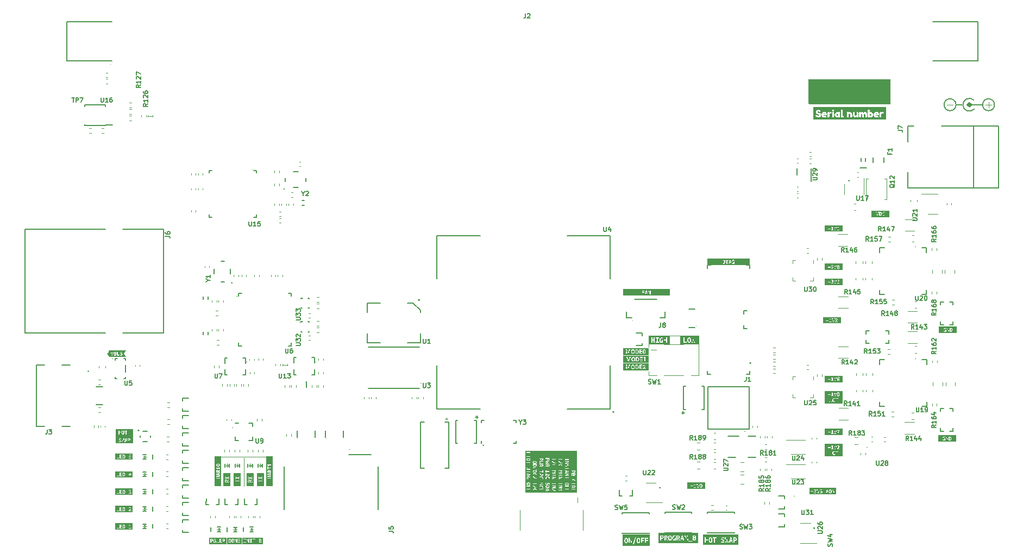
<source format=gbr>
G04 #@! TF.GenerationSoftware,KiCad,Pcbnew,7.0.11-rc3*
G04 #@! TF.CreationDate,2024-11-10T09:22:12+01:00*
G04 #@! TF.ProjectId,sodimm-ddr5-tester,736f6469-6d6d-42d6-9464-72352d746573,1.2.0*
G04 #@! TF.SameCoordinates,Original*
G04 #@! TF.FileFunction,Legend,Top*
G04 #@! TF.FilePolarity,Positive*
%FSLAX46Y46*%
G04 Gerber Fmt 4.6, Leading zero omitted, Abs format (unit mm)*
G04 Created by KiCad (PCBNEW 7.0.11-rc3) date 2024-11-10 09:22:12*
%MOMM*%
%LPD*%
G01*
G04 APERTURE LIST*
%ADD10C,0.120000*%
%ADD11C,0.150000*%
%ADD12C,0.125000*%
%ADD13C,0.153102*%
%ADD14C,0.100000*%
%ADD15C,0.500000*%
%ADD16C,0.115000*%
%ADD17C,0.126000*%
%ADD18C,0.122000*%
%ADD19C,0.145725*%
%ADD20C,0.175000*%
%ADD21C,0.145711*%
%ADD22C,0.127000*%
G04 APERTURE END LIST*
D10*
X140108700Y-195835300D02*
X141108700Y-195835300D01*
X141108700Y-196235300D01*
X140108700Y-196235300D01*
X140108700Y-195835300D01*
G36*
X140108700Y-195835300D02*
G01*
X141108700Y-195835300D01*
X141108700Y-196235300D01*
X140108700Y-196235300D01*
X140108700Y-195835300D01*
G37*
X166150000Y-183085000D02*
X164924500Y-183083000D01*
X139108700Y-194835300D02*
X147108700Y-194835300D01*
X147108700Y-201335300D01*
X139108700Y-201335300D01*
X139108700Y-194835300D01*
X81023900Y-142669299D02*
X80423900Y-142669299D01*
X99656500Y-195829600D02*
X90856500Y-195829600D01*
X204880800Y-140918000D02*
X205780800Y-140918000D01*
X166140501Y-176900000D02*
X166140501Y-183085000D01*
X159620000Y-183083000D02*
X158374500Y-183083000D01*
X140108700Y-194835300D02*
X147108700Y-194835300D01*
X147108700Y-195835300D01*
X140108700Y-195835300D01*
X140108700Y-194835300D01*
G36*
X140108700Y-194835300D02*
G01*
X147108700Y-194835300D01*
X147108700Y-195835300D01*
X140108700Y-195835300D01*
X140108700Y-194835300D01*
G37*
X210880800Y-140918000D02*
X211780800Y-140918000D01*
X101350000Y-181450000D02*
X101950000Y-181450000D01*
X95256500Y-200329600D02*
X95256500Y-195929600D01*
X166140501Y-176900000D02*
X158320501Y-176900000D01*
X158320501Y-176900000D02*
X158320501Y-178665000D01*
X158320000Y-183085000D02*
X158320501Y-182485000D01*
X211330800Y-141368000D02*
X211330800Y-140468000D01*
D11*
X89721701Y-168276316D02*
X90055034Y-168276316D01*
X89355034Y-168509649D02*
X89721701Y-168276316D01*
X89721701Y-168276316D02*
X89355034Y-168042982D01*
X90055034Y-167442982D02*
X90055034Y-167842982D01*
X90055034Y-167642982D02*
X89355034Y-167642982D01*
X89355034Y-167642982D02*
X89455034Y-167709649D01*
X89455034Y-167709649D02*
X89521701Y-167776316D01*
X89521701Y-167776316D02*
X89555034Y-167842982D01*
X104498684Y-154773200D02*
X104498684Y-155106533D01*
X104265350Y-154406533D02*
X104498684Y-154773200D01*
X104498684Y-154773200D02*
X104732017Y-154406533D01*
X104932017Y-154473200D02*
X104965350Y-154439866D01*
X104965350Y-154439866D02*
X105032017Y-154406533D01*
X105032017Y-154406533D02*
X105198684Y-154406533D01*
X105198684Y-154406533D02*
X105265350Y-154439866D01*
X105265350Y-154439866D02*
X105298684Y-154473200D01*
X105298684Y-154473200D02*
X105332017Y-154539866D01*
X105332017Y-154539866D02*
X105332017Y-154606533D01*
X105332017Y-154606533D02*
X105298684Y-154706533D01*
X105298684Y-154706533D02*
X104898684Y-155106533D01*
X104898684Y-155106533D02*
X105332017Y-155106533D01*
X96065350Y-159106533D02*
X96065350Y-159673200D01*
X96065350Y-159673200D02*
X96098684Y-159739866D01*
X96098684Y-159739866D02*
X96132017Y-159773200D01*
X96132017Y-159773200D02*
X96198684Y-159806533D01*
X96198684Y-159806533D02*
X96332017Y-159806533D01*
X96332017Y-159806533D02*
X96398684Y-159773200D01*
X96398684Y-159773200D02*
X96432017Y-159739866D01*
X96432017Y-159739866D02*
X96465350Y-159673200D01*
X96465350Y-159673200D02*
X96465350Y-159106533D01*
X97165350Y-159806533D02*
X96765350Y-159806533D01*
X96965350Y-159806533D02*
X96965350Y-159106533D01*
X96965350Y-159106533D02*
X96898683Y-159206533D01*
X96898683Y-159206533D02*
X96832017Y-159273200D01*
X96832017Y-159273200D02*
X96765350Y-159306533D01*
X97798684Y-159106533D02*
X97465350Y-159106533D01*
X97465350Y-159106533D02*
X97432017Y-159439866D01*
X97432017Y-159439866D02*
X97465350Y-159406533D01*
X97465350Y-159406533D02*
X97532017Y-159373200D01*
X97532017Y-159373200D02*
X97698684Y-159373200D01*
X97698684Y-159373200D02*
X97765350Y-159406533D01*
X97765350Y-159406533D02*
X97798684Y-159439866D01*
X97798684Y-159439866D02*
X97832017Y-159506533D01*
X97832017Y-159506533D02*
X97832017Y-159673200D01*
X97832017Y-159673200D02*
X97798684Y-159739866D01*
X97798684Y-159739866D02*
X97765350Y-159773200D01*
X97765350Y-159773200D02*
X97698684Y-159806533D01*
X97698684Y-159806533D02*
X97532017Y-159806533D01*
X97532017Y-159806533D02*
X97465350Y-159773200D01*
X97465350Y-159773200D02*
X97432017Y-159739866D01*
X151365350Y-159956533D02*
X151365350Y-160523200D01*
X151365350Y-160523200D02*
X151398684Y-160589866D01*
X151398684Y-160589866D02*
X151432017Y-160623200D01*
X151432017Y-160623200D02*
X151498684Y-160656533D01*
X151498684Y-160656533D02*
X151632017Y-160656533D01*
X151632017Y-160656533D02*
X151698684Y-160623200D01*
X151698684Y-160623200D02*
X151732017Y-160589866D01*
X151732017Y-160589866D02*
X151765350Y-160523200D01*
X151765350Y-160523200D02*
X151765350Y-159956533D01*
X152398683Y-160189866D02*
X152398683Y-160656533D01*
X152232017Y-159923200D02*
X152065350Y-160423200D01*
X152065350Y-160423200D02*
X152498683Y-160423200D01*
X199715350Y-175856533D02*
X199482017Y-175523200D01*
X199315350Y-175856533D02*
X199315350Y-175156533D01*
X199315350Y-175156533D02*
X199582017Y-175156533D01*
X199582017Y-175156533D02*
X199648684Y-175189866D01*
X199648684Y-175189866D02*
X199682017Y-175223200D01*
X199682017Y-175223200D02*
X199715350Y-175289866D01*
X199715350Y-175289866D02*
X199715350Y-175389866D01*
X199715350Y-175389866D02*
X199682017Y-175456533D01*
X199682017Y-175456533D02*
X199648684Y-175489866D01*
X199648684Y-175489866D02*
X199582017Y-175523200D01*
X199582017Y-175523200D02*
X199315350Y-175523200D01*
X200382017Y-175856533D02*
X199982017Y-175856533D01*
X200182017Y-175856533D02*
X200182017Y-175156533D01*
X200182017Y-175156533D02*
X200115350Y-175256533D01*
X200115350Y-175256533D02*
X200048684Y-175323200D01*
X200048684Y-175323200D02*
X199982017Y-175356533D01*
X200982017Y-175389866D02*
X200982017Y-175856533D01*
X200815351Y-175123200D02*
X200648684Y-175623200D01*
X200648684Y-175623200D02*
X201082017Y-175623200D01*
X201282018Y-175156533D02*
X201715351Y-175156533D01*
X201715351Y-175156533D02*
X201482018Y-175423200D01*
X201482018Y-175423200D02*
X201582018Y-175423200D01*
X201582018Y-175423200D02*
X201648684Y-175456533D01*
X201648684Y-175456533D02*
X201682018Y-175489866D01*
X201682018Y-175489866D02*
X201715351Y-175556533D01*
X201715351Y-175556533D02*
X201715351Y-175723200D01*
X201715351Y-175723200D02*
X201682018Y-175789866D01*
X201682018Y-175789866D02*
X201648684Y-175823200D01*
X201648684Y-175823200D02*
X201582018Y-175856533D01*
X201582018Y-175856533D02*
X201382018Y-175856533D01*
X201382018Y-175856533D02*
X201315351Y-175823200D01*
X201315351Y-175823200D02*
X201282018Y-175789866D01*
X192665350Y-162156533D02*
X192432017Y-161823200D01*
X192265350Y-162156533D02*
X192265350Y-161456533D01*
X192265350Y-161456533D02*
X192532017Y-161456533D01*
X192532017Y-161456533D02*
X192598684Y-161489866D01*
X192598684Y-161489866D02*
X192632017Y-161523200D01*
X192632017Y-161523200D02*
X192665350Y-161589866D01*
X192665350Y-161589866D02*
X192665350Y-161689866D01*
X192665350Y-161689866D02*
X192632017Y-161756533D01*
X192632017Y-161756533D02*
X192598684Y-161789866D01*
X192598684Y-161789866D02*
X192532017Y-161823200D01*
X192532017Y-161823200D02*
X192265350Y-161823200D01*
X193332017Y-162156533D02*
X192932017Y-162156533D01*
X193132017Y-162156533D02*
X193132017Y-161456533D01*
X193132017Y-161456533D02*
X193065350Y-161556533D01*
X193065350Y-161556533D02*
X192998684Y-161623200D01*
X192998684Y-161623200D02*
X192932017Y-161656533D01*
X193965351Y-161456533D02*
X193632017Y-161456533D01*
X193632017Y-161456533D02*
X193598684Y-161789866D01*
X193598684Y-161789866D02*
X193632017Y-161756533D01*
X193632017Y-161756533D02*
X193698684Y-161723200D01*
X193698684Y-161723200D02*
X193865351Y-161723200D01*
X193865351Y-161723200D02*
X193932017Y-161756533D01*
X193932017Y-161756533D02*
X193965351Y-161789866D01*
X193965351Y-161789866D02*
X193998684Y-161856533D01*
X193998684Y-161856533D02*
X193998684Y-162023200D01*
X193998684Y-162023200D02*
X193965351Y-162089866D01*
X193965351Y-162089866D02*
X193932017Y-162123200D01*
X193932017Y-162123200D02*
X193865351Y-162156533D01*
X193865351Y-162156533D02*
X193698684Y-162156533D01*
X193698684Y-162156533D02*
X193632017Y-162123200D01*
X193632017Y-162123200D02*
X193598684Y-162089866D01*
X194232018Y-161456533D02*
X194698684Y-161456533D01*
X194698684Y-161456533D02*
X194398684Y-162156533D01*
X83044733Y-161394504D02*
X83544733Y-161394504D01*
X83544733Y-161394504D02*
X83644733Y-161427837D01*
X83644733Y-161427837D02*
X83711400Y-161494504D01*
X83711400Y-161494504D02*
X83744733Y-161594504D01*
X83744733Y-161594504D02*
X83744733Y-161661171D01*
X83044733Y-160761171D02*
X83044733Y-160894504D01*
X83044733Y-160894504D02*
X83078066Y-160961171D01*
X83078066Y-160961171D02*
X83111400Y-160994504D01*
X83111400Y-160994504D02*
X83211400Y-161061171D01*
X83211400Y-161061171D02*
X83344733Y-161094504D01*
X83344733Y-161094504D02*
X83611400Y-161094504D01*
X83611400Y-161094504D02*
X83678066Y-161061171D01*
X83678066Y-161061171D02*
X83711400Y-161027838D01*
X83711400Y-161027838D02*
X83744733Y-160961171D01*
X83744733Y-160961171D02*
X83744733Y-160827838D01*
X83744733Y-160827838D02*
X83711400Y-160761171D01*
X83711400Y-160761171D02*
X83678066Y-160727838D01*
X83678066Y-160727838D02*
X83611400Y-160694504D01*
X83611400Y-160694504D02*
X83444733Y-160694504D01*
X83444733Y-160694504D02*
X83378066Y-160727838D01*
X83378066Y-160727838D02*
X83344733Y-160761171D01*
X83344733Y-160761171D02*
X83311400Y-160827838D01*
X83311400Y-160827838D02*
X83311400Y-160961171D01*
X83311400Y-160961171D02*
X83344733Y-161027838D01*
X83344733Y-161027838D02*
X83378066Y-161061171D01*
X83378066Y-161061171D02*
X83444733Y-161094504D01*
X195918266Y-148423916D02*
X195918266Y-148657249D01*
X196284933Y-148657249D02*
X195584933Y-148657249D01*
X195584933Y-148657249D02*
X195584933Y-148323916D01*
X196284933Y-147690582D02*
X196284933Y-148090582D01*
X196284933Y-147890582D02*
X195584933Y-147890582D01*
X195584933Y-147890582D02*
X195684933Y-147957249D01*
X195684933Y-147957249D02*
X195751600Y-148023916D01*
X195751600Y-148023916D02*
X195784933Y-148090582D01*
X198865350Y-193256533D02*
X198632017Y-192923200D01*
X198465350Y-193256533D02*
X198465350Y-192556533D01*
X198465350Y-192556533D02*
X198732017Y-192556533D01*
X198732017Y-192556533D02*
X198798684Y-192589866D01*
X198798684Y-192589866D02*
X198832017Y-192623200D01*
X198832017Y-192623200D02*
X198865350Y-192689866D01*
X198865350Y-192689866D02*
X198865350Y-192789866D01*
X198865350Y-192789866D02*
X198832017Y-192856533D01*
X198832017Y-192856533D02*
X198798684Y-192889866D01*
X198798684Y-192889866D02*
X198732017Y-192923200D01*
X198732017Y-192923200D02*
X198465350Y-192923200D01*
X199532017Y-193256533D02*
X199132017Y-193256533D01*
X199332017Y-193256533D02*
X199332017Y-192556533D01*
X199332017Y-192556533D02*
X199265350Y-192656533D01*
X199265350Y-192656533D02*
X199198684Y-192723200D01*
X199198684Y-192723200D02*
X199132017Y-192756533D01*
X200132017Y-192789866D02*
X200132017Y-193256533D01*
X199965351Y-192523200D02*
X199798684Y-193023200D01*
X199798684Y-193023200D02*
X200232017Y-193023200D01*
X200798684Y-192789866D02*
X200798684Y-193256533D01*
X200632018Y-192523200D02*
X200465351Y-193023200D01*
X200465351Y-193023200D02*
X200898684Y-193023200D01*
X139165851Y-126706533D02*
X139165851Y-127206533D01*
X139165851Y-127206533D02*
X139132518Y-127306533D01*
X139132518Y-127306533D02*
X139065851Y-127373200D01*
X139065851Y-127373200D02*
X138965851Y-127406533D01*
X138965851Y-127406533D02*
X138899185Y-127406533D01*
X139465851Y-126773200D02*
X139499184Y-126739866D01*
X139499184Y-126739866D02*
X139565851Y-126706533D01*
X139565851Y-126706533D02*
X139732518Y-126706533D01*
X139732518Y-126706533D02*
X139799184Y-126739866D01*
X139799184Y-126739866D02*
X139832518Y-126773200D01*
X139832518Y-126773200D02*
X139865851Y-126839866D01*
X139865851Y-126839866D02*
X139865851Y-126906533D01*
X139865851Y-126906533D02*
X139832518Y-127006533D01*
X139832518Y-127006533D02*
X139432518Y-127406533D01*
X139432518Y-127406533D02*
X139865851Y-127406533D01*
X153138315Y-203969600D02*
X153238315Y-204002933D01*
X153238315Y-204002933D02*
X153404982Y-204002933D01*
X153404982Y-204002933D02*
X153471648Y-203969600D01*
X153471648Y-203969600D02*
X153504982Y-203936266D01*
X153504982Y-203936266D02*
X153538315Y-203869600D01*
X153538315Y-203869600D02*
X153538315Y-203802933D01*
X153538315Y-203802933D02*
X153504982Y-203736266D01*
X153504982Y-203736266D02*
X153471648Y-203702933D01*
X153471648Y-203702933D02*
X153404982Y-203669600D01*
X153404982Y-203669600D02*
X153271648Y-203636266D01*
X153271648Y-203636266D02*
X153204982Y-203602933D01*
X153204982Y-203602933D02*
X153171648Y-203569600D01*
X153171648Y-203569600D02*
X153138315Y-203502933D01*
X153138315Y-203502933D02*
X153138315Y-203436266D01*
X153138315Y-203436266D02*
X153171648Y-203369600D01*
X153171648Y-203369600D02*
X153204982Y-203336266D01*
X153204982Y-203336266D02*
X153271648Y-203302933D01*
X153271648Y-203302933D02*
X153438315Y-203302933D01*
X153438315Y-203302933D02*
X153538315Y-203336266D01*
X153771649Y-203302933D02*
X153938315Y-204002933D01*
X153938315Y-204002933D02*
X154071649Y-203502933D01*
X154071649Y-203502933D02*
X154204982Y-204002933D01*
X154204982Y-204002933D02*
X154371649Y-203302933D01*
X154971649Y-203302933D02*
X154638315Y-203302933D01*
X154638315Y-203302933D02*
X154604982Y-203636266D01*
X154604982Y-203636266D02*
X154638315Y-203602933D01*
X154638315Y-203602933D02*
X154704982Y-203569600D01*
X154704982Y-203569600D02*
X154871649Y-203569600D01*
X154871649Y-203569600D02*
X154938315Y-203602933D01*
X154938315Y-203602933D02*
X154971649Y-203636266D01*
X154971649Y-203636266D02*
X155004982Y-203702933D01*
X155004982Y-203702933D02*
X155004982Y-203869600D01*
X155004982Y-203869600D02*
X154971649Y-203936266D01*
X154971649Y-203936266D02*
X154938315Y-203969600D01*
X154938315Y-203969600D02*
X154871649Y-204002933D01*
X154871649Y-204002933D02*
X154704982Y-204002933D01*
X154704982Y-204002933D02*
X154638315Y-203969600D01*
X154638315Y-203969600D02*
X154604982Y-203936266D01*
X195115350Y-173756533D02*
X194882017Y-173423200D01*
X194715350Y-173756533D02*
X194715350Y-173056533D01*
X194715350Y-173056533D02*
X194982017Y-173056533D01*
X194982017Y-173056533D02*
X195048684Y-173089866D01*
X195048684Y-173089866D02*
X195082017Y-173123200D01*
X195082017Y-173123200D02*
X195115350Y-173189866D01*
X195115350Y-173189866D02*
X195115350Y-173289866D01*
X195115350Y-173289866D02*
X195082017Y-173356533D01*
X195082017Y-173356533D02*
X195048684Y-173389866D01*
X195048684Y-173389866D02*
X194982017Y-173423200D01*
X194982017Y-173423200D02*
X194715350Y-173423200D01*
X195782017Y-173756533D02*
X195382017Y-173756533D01*
X195582017Y-173756533D02*
X195582017Y-173056533D01*
X195582017Y-173056533D02*
X195515350Y-173156533D01*
X195515350Y-173156533D02*
X195448684Y-173223200D01*
X195448684Y-173223200D02*
X195382017Y-173256533D01*
X196382017Y-173289866D02*
X196382017Y-173756533D01*
X196215351Y-173023200D02*
X196048684Y-173523200D01*
X196048684Y-173523200D02*
X196482017Y-173523200D01*
X196848684Y-173356533D02*
X196782018Y-173323200D01*
X196782018Y-173323200D02*
X196748684Y-173289866D01*
X196748684Y-173289866D02*
X196715351Y-173223200D01*
X196715351Y-173223200D02*
X196715351Y-173189866D01*
X196715351Y-173189866D02*
X196748684Y-173123200D01*
X196748684Y-173123200D02*
X196782018Y-173089866D01*
X196782018Y-173089866D02*
X196848684Y-173056533D01*
X196848684Y-173056533D02*
X196982018Y-173056533D01*
X196982018Y-173056533D02*
X197048684Y-173089866D01*
X197048684Y-173089866D02*
X197082018Y-173123200D01*
X197082018Y-173123200D02*
X197115351Y-173189866D01*
X197115351Y-173189866D02*
X197115351Y-173223200D01*
X197115351Y-173223200D02*
X197082018Y-173289866D01*
X197082018Y-173289866D02*
X197048684Y-173323200D01*
X197048684Y-173323200D02*
X196982018Y-173356533D01*
X196982018Y-173356533D02*
X196848684Y-173356533D01*
X196848684Y-173356533D02*
X196782018Y-173389866D01*
X196782018Y-173389866D02*
X196748684Y-173423200D01*
X196748684Y-173423200D02*
X196715351Y-173489866D01*
X196715351Y-173489866D02*
X196715351Y-173623200D01*
X196715351Y-173623200D02*
X196748684Y-173689866D01*
X196748684Y-173689866D02*
X196782018Y-173723200D01*
X196782018Y-173723200D02*
X196848684Y-173756533D01*
X196848684Y-173756533D02*
X196982018Y-173756533D01*
X196982018Y-173756533D02*
X197048684Y-173723200D01*
X197048684Y-173723200D02*
X197082018Y-173689866D01*
X197082018Y-173689866D02*
X197115351Y-173623200D01*
X197115351Y-173623200D02*
X197115351Y-173489866D01*
X197115351Y-173489866D02*
X197082018Y-173423200D01*
X197082018Y-173423200D02*
X197048684Y-173389866D01*
X197048684Y-173389866D02*
X196982018Y-173356533D01*
X188815350Y-163856533D02*
X188582017Y-163523200D01*
X188415350Y-163856533D02*
X188415350Y-163156533D01*
X188415350Y-163156533D02*
X188682017Y-163156533D01*
X188682017Y-163156533D02*
X188748684Y-163189866D01*
X188748684Y-163189866D02*
X188782017Y-163223200D01*
X188782017Y-163223200D02*
X188815350Y-163289866D01*
X188815350Y-163289866D02*
X188815350Y-163389866D01*
X188815350Y-163389866D02*
X188782017Y-163456533D01*
X188782017Y-163456533D02*
X188748684Y-163489866D01*
X188748684Y-163489866D02*
X188682017Y-163523200D01*
X188682017Y-163523200D02*
X188415350Y-163523200D01*
X189482017Y-163856533D02*
X189082017Y-163856533D01*
X189282017Y-163856533D02*
X189282017Y-163156533D01*
X189282017Y-163156533D02*
X189215350Y-163256533D01*
X189215350Y-163256533D02*
X189148684Y-163323200D01*
X189148684Y-163323200D02*
X189082017Y-163356533D01*
X190082017Y-163389866D02*
X190082017Y-163856533D01*
X189915351Y-163123200D02*
X189748684Y-163623200D01*
X189748684Y-163623200D02*
X190182017Y-163623200D01*
X190748684Y-163156533D02*
X190615351Y-163156533D01*
X190615351Y-163156533D02*
X190548684Y-163189866D01*
X190548684Y-163189866D02*
X190515351Y-163223200D01*
X190515351Y-163223200D02*
X190448684Y-163323200D01*
X190448684Y-163323200D02*
X190415351Y-163456533D01*
X190415351Y-163456533D02*
X190415351Y-163723200D01*
X190415351Y-163723200D02*
X190448684Y-163789866D01*
X190448684Y-163789866D02*
X190482018Y-163823200D01*
X190482018Y-163823200D02*
X190548684Y-163856533D01*
X190548684Y-163856533D02*
X190682018Y-163856533D01*
X190682018Y-163856533D02*
X190748684Y-163823200D01*
X190748684Y-163823200D02*
X190782018Y-163789866D01*
X190782018Y-163789866D02*
X190815351Y-163723200D01*
X190815351Y-163723200D02*
X190815351Y-163556533D01*
X190815351Y-163556533D02*
X190782018Y-163489866D01*
X190782018Y-163489866D02*
X190748684Y-163456533D01*
X190748684Y-163456533D02*
X190682018Y-163423200D01*
X190682018Y-163423200D02*
X190548684Y-163423200D01*
X190548684Y-163423200D02*
X190482018Y-163456533D01*
X190482018Y-163456533D02*
X190448684Y-163489866D01*
X190448684Y-163489866D02*
X190415351Y-163556533D01*
X158332017Y-184373200D02*
X158432017Y-184406533D01*
X158432017Y-184406533D02*
X158598684Y-184406533D01*
X158598684Y-184406533D02*
X158665350Y-184373200D01*
X158665350Y-184373200D02*
X158698684Y-184339866D01*
X158698684Y-184339866D02*
X158732017Y-184273200D01*
X158732017Y-184273200D02*
X158732017Y-184206533D01*
X158732017Y-184206533D02*
X158698684Y-184139866D01*
X158698684Y-184139866D02*
X158665350Y-184106533D01*
X158665350Y-184106533D02*
X158598684Y-184073200D01*
X158598684Y-184073200D02*
X158465350Y-184039866D01*
X158465350Y-184039866D02*
X158398684Y-184006533D01*
X158398684Y-184006533D02*
X158365350Y-183973200D01*
X158365350Y-183973200D02*
X158332017Y-183906533D01*
X158332017Y-183906533D02*
X158332017Y-183839866D01*
X158332017Y-183839866D02*
X158365350Y-183773200D01*
X158365350Y-183773200D02*
X158398684Y-183739866D01*
X158398684Y-183739866D02*
X158465350Y-183706533D01*
X158465350Y-183706533D02*
X158632017Y-183706533D01*
X158632017Y-183706533D02*
X158732017Y-183739866D01*
X158965351Y-183706533D02*
X159132017Y-184406533D01*
X159132017Y-184406533D02*
X159265351Y-183906533D01*
X159265351Y-183906533D02*
X159398684Y-184406533D01*
X159398684Y-184406533D02*
X159565351Y-183706533D01*
X160198684Y-184406533D02*
X159798684Y-184406533D01*
X159998684Y-184406533D02*
X159998684Y-183706533D01*
X159998684Y-183706533D02*
X159932017Y-183806533D01*
X159932017Y-183806533D02*
X159865351Y-183873200D01*
X159865351Y-183873200D02*
X159798684Y-183906533D01*
X103396533Y-178434649D02*
X103963200Y-178434649D01*
X103963200Y-178434649D02*
X104029866Y-178401316D01*
X104029866Y-178401316D02*
X104063200Y-178367982D01*
X104063200Y-178367982D02*
X104096533Y-178301316D01*
X104096533Y-178301316D02*
X104096533Y-178167982D01*
X104096533Y-178167982D02*
X104063200Y-178101316D01*
X104063200Y-178101316D02*
X104029866Y-178067982D01*
X104029866Y-178067982D02*
X103963200Y-178034649D01*
X103963200Y-178034649D02*
X103396533Y-178034649D01*
X103396533Y-177767983D02*
X103396533Y-177334649D01*
X103396533Y-177334649D02*
X103663200Y-177567983D01*
X103663200Y-177567983D02*
X103663200Y-177467983D01*
X103663200Y-177467983D02*
X103696533Y-177401316D01*
X103696533Y-177401316D02*
X103729866Y-177367983D01*
X103729866Y-177367983D02*
X103796533Y-177334649D01*
X103796533Y-177334649D02*
X103963200Y-177334649D01*
X103963200Y-177334649D02*
X104029866Y-177367983D01*
X104029866Y-177367983D02*
X104063200Y-177401316D01*
X104063200Y-177401316D02*
X104096533Y-177467983D01*
X104096533Y-177467983D02*
X104096533Y-177667983D01*
X104096533Y-177667983D02*
X104063200Y-177734649D01*
X104063200Y-177734649D02*
X104029866Y-177767983D01*
X103463200Y-177067982D02*
X103429866Y-177034649D01*
X103429866Y-177034649D02*
X103396533Y-176967982D01*
X103396533Y-176967982D02*
X103396533Y-176801316D01*
X103396533Y-176801316D02*
X103429866Y-176734649D01*
X103429866Y-176734649D02*
X103463200Y-176701316D01*
X103463200Y-176701316D02*
X103529866Y-176667982D01*
X103529866Y-176667982D02*
X103596533Y-176667982D01*
X103596533Y-176667982D02*
X103696533Y-176701316D01*
X103696533Y-176701316D02*
X104096533Y-177101316D01*
X104096533Y-177101316D02*
X104096533Y-176667982D01*
X170006533Y-197934649D02*
X170573200Y-197934649D01*
X170573200Y-197934649D02*
X170639866Y-197901316D01*
X170639866Y-197901316D02*
X170673200Y-197867982D01*
X170673200Y-197867982D02*
X170706533Y-197801316D01*
X170706533Y-197801316D02*
X170706533Y-197667982D01*
X170706533Y-197667982D02*
X170673200Y-197601316D01*
X170673200Y-197601316D02*
X170639866Y-197567982D01*
X170639866Y-197567982D02*
X170573200Y-197534649D01*
X170573200Y-197534649D02*
X170006533Y-197534649D01*
X170073200Y-197234649D02*
X170039866Y-197201316D01*
X170039866Y-197201316D02*
X170006533Y-197134649D01*
X170006533Y-197134649D02*
X170006533Y-196967983D01*
X170006533Y-196967983D02*
X170039866Y-196901316D01*
X170039866Y-196901316D02*
X170073200Y-196867983D01*
X170073200Y-196867983D02*
X170139866Y-196834649D01*
X170139866Y-196834649D02*
X170206533Y-196834649D01*
X170206533Y-196834649D02*
X170306533Y-196867983D01*
X170306533Y-196867983D02*
X170706533Y-197267983D01*
X170706533Y-197267983D02*
X170706533Y-196834649D01*
X170006533Y-196601316D02*
X170006533Y-196134649D01*
X170006533Y-196134649D02*
X170706533Y-196434649D01*
X73007515Y-139795533D02*
X73007515Y-140362200D01*
X73007515Y-140362200D02*
X73040849Y-140428866D01*
X73040849Y-140428866D02*
X73074182Y-140462200D01*
X73074182Y-140462200D02*
X73140849Y-140495533D01*
X73140849Y-140495533D02*
X73274182Y-140495533D01*
X73274182Y-140495533D02*
X73340849Y-140462200D01*
X73340849Y-140462200D02*
X73374182Y-140428866D01*
X73374182Y-140428866D02*
X73407515Y-140362200D01*
X73407515Y-140362200D02*
X73407515Y-139795533D01*
X74107515Y-140495533D02*
X73707515Y-140495533D01*
X73907515Y-140495533D02*
X73907515Y-139795533D01*
X73907515Y-139795533D02*
X73840848Y-139895533D01*
X73840848Y-139895533D02*
X73774182Y-139962200D01*
X73774182Y-139962200D02*
X73707515Y-139995533D01*
X74707515Y-139795533D02*
X74574182Y-139795533D01*
X74574182Y-139795533D02*
X74507515Y-139828866D01*
X74507515Y-139828866D02*
X74474182Y-139862200D01*
X74474182Y-139862200D02*
X74407515Y-139962200D01*
X74407515Y-139962200D02*
X74374182Y-140095533D01*
X74374182Y-140095533D02*
X74374182Y-140362200D01*
X74374182Y-140362200D02*
X74407515Y-140428866D01*
X74407515Y-140428866D02*
X74440849Y-140462200D01*
X74440849Y-140462200D02*
X74507515Y-140495533D01*
X74507515Y-140495533D02*
X74640849Y-140495533D01*
X74640849Y-140495533D02*
X74707515Y-140462200D01*
X74707515Y-140462200D02*
X74740849Y-140428866D01*
X74740849Y-140428866D02*
X74774182Y-140362200D01*
X74774182Y-140362200D02*
X74774182Y-140195533D01*
X74774182Y-140195533D02*
X74740849Y-140128866D01*
X74740849Y-140128866D02*
X74707515Y-140095533D01*
X74707515Y-140095533D02*
X74640849Y-140062200D01*
X74640849Y-140062200D02*
X74507515Y-140062200D01*
X74507515Y-140062200D02*
X74440849Y-140095533D01*
X74440849Y-140095533D02*
X74407515Y-140128866D01*
X74407515Y-140128866D02*
X74374182Y-140195533D01*
X199484933Y-158957249D02*
X200051600Y-158957249D01*
X200051600Y-158957249D02*
X200118266Y-158923916D01*
X200118266Y-158923916D02*
X200151600Y-158890582D01*
X200151600Y-158890582D02*
X200184933Y-158823916D01*
X200184933Y-158823916D02*
X200184933Y-158690582D01*
X200184933Y-158690582D02*
X200151600Y-158623916D01*
X200151600Y-158623916D02*
X200118266Y-158590582D01*
X200118266Y-158590582D02*
X200051600Y-158557249D01*
X200051600Y-158557249D02*
X199484933Y-158557249D01*
X199551600Y-158257249D02*
X199518266Y-158223916D01*
X199518266Y-158223916D02*
X199484933Y-158157249D01*
X199484933Y-158157249D02*
X199484933Y-157990583D01*
X199484933Y-157990583D02*
X199518266Y-157923916D01*
X199518266Y-157923916D02*
X199551600Y-157890583D01*
X199551600Y-157890583D02*
X199618266Y-157857249D01*
X199618266Y-157857249D02*
X199684933Y-157857249D01*
X199684933Y-157857249D02*
X199784933Y-157890583D01*
X199784933Y-157890583D02*
X200184933Y-158290583D01*
X200184933Y-158290583D02*
X200184933Y-157857249D01*
X200184933Y-157190582D02*
X200184933Y-157590582D01*
X200184933Y-157390582D02*
X199484933Y-157390582D01*
X199484933Y-157390582D02*
X199584933Y-157457249D01*
X199584933Y-157457249D02*
X199651600Y-157523916D01*
X199651600Y-157523916D02*
X199684933Y-157590582D01*
X182665350Y-187006533D02*
X182665350Y-187573200D01*
X182665350Y-187573200D02*
X182698684Y-187639866D01*
X182698684Y-187639866D02*
X182732017Y-187673200D01*
X182732017Y-187673200D02*
X182798684Y-187706533D01*
X182798684Y-187706533D02*
X182932017Y-187706533D01*
X182932017Y-187706533D02*
X182998684Y-187673200D01*
X182998684Y-187673200D02*
X183032017Y-187639866D01*
X183032017Y-187639866D02*
X183065350Y-187573200D01*
X183065350Y-187573200D02*
X183065350Y-187006533D01*
X183365350Y-187073200D02*
X183398683Y-187039866D01*
X183398683Y-187039866D02*
X183465350Y-187006533D01*
X183465350Y-187006533D02*
X183632017Y-187006533D01*
X183632017Y-187006533D02*
X183698683Y-187039866D01*
X183698683Y-187039866D02*
X183732017Y-187073200D01*
X183732017Y-187073200D02*
X183765350Y-187139866D01*
X183765350Y-187139866D02*
X183765350Y-187206533D01*
X183765350Y-187206533D02*
X183732017Y-187306533D01*
X183732017Y-187306533D02*
X183332017Y-187706533D01*
X183332017Y-187706533D02*
X183765350Y-187706533D01*
X184398684Y-187006533D02*
X184065350Y-187006533D01*
X184065350Y-187006533D02*
X184032017Y-187339866D01*
X184032017Y-187339866D02*
X184065350Y-187306533D01*
X184065350Y-187306533D02*
X184132017Y-187273200D01*
X184132017Y-187273200D02*
X184298684Y-187273200D01*
X184298684Y-187273200D02*
X184365350Y-187306533D01*
X184365350Y-187306533D02*
X184398684Y-187339866D01*
X184398684Y-187339866D02*
X184432017Y-187406533D01*
X184432017Y-187406533D02*
X184432017Y-187573200D01*
X184432017Y-187573200D02*
X184398684Y-187639866D01*
X184398684Y-187639866D02*
X184365350Y-187673200D01*
X184365350Y-187673200D02*
X184298684Y-187706533D01*
X184298684Y-187706533D02*
X184132017Y-187706533D01*
X184132017Y-187706533D02*
X184065350Y-187673200D01*
X184065350Y-187673200D02*
X184032017Y-187639866D01*
X203156533Y-179334649D02*
X202823200Y-179567982D01*
X203156533Y-179734649D02*
X202456533Y-179734649D01*
X202456533Y-179734649D02*
X202456533Y-179467982D01*
X202456533Y-179467982D02*
X202489866Y-179401316D01*
X202489866Y-179401316D02*
X202523200Y-179367982D01*
X202523200Y-179367982D02*
X202589866Y-179334649D01*
X202589866Y-179334649D02*
X202689866Y-179334649D01*
X202689866Y-179334649D02*
X202756533Y-179367982D01*
X202756533Y-179367982D02*
X202789866Y-179401316D01*
X202789866Y-179401316D02*
X202823200Y-179467982D01*
X202823200Y-179467982D02*
X202823200Y-179734649D01*
X203156533Y-178667982D02*
X203156533Y-179067982D01*
X203156533Y-178867982D02*
X202456533Y-178867982D01*
X202456533Y-178867982D02*
X202556533Y-178934649D01*
X202556533Y-178934649D02*
X202623200Y-179001316D01*
X202623200Y-179001316D02*
X202656533Y-179067982D01*
X202456533Y-178067982D02*
X202456533Y-178201315D01*
X202456533Y-178201315D02*
X202489866Y-178267982D01*
X202489866Y-178267982D02*
X202523200Y-178301315D01*
X202523200Y-178301315D02*
X202623200Y-178367982D01*
X202623200Y-178367982D02*
X202756533Y-178401315D01*
X202756533Y-178401315D02*
X203023200Y-178401315D01*
X203023200Y-178401315D02*
X203089866Y-178367982D01*
X203089866Y-178367982D02*
X203123200Y-178334649D01*
X203123200Y-178334649D02*
X203156533Y-178267982D01*
X203156533Y-178267982D02*
X203156533Y-178134649D01*
X203156533Y-178134649D02*
X203123200Y-178067982D01*
X203123200Y-178067982D02*
X203089866Y-178034649D01*
X203089866Y-178034649D02*
X203023200Y-178001315D01*
X203023200Y-178001315D02*
X202856533Y-178001315D01*
X202856533Y-178001315D02*
X202789866Y-178034649D01*
X202789866Y-178034649D02*
X202756533Y-178067982D01*
X202756533Y-178067982D02*
X202723200Y-178134649D01*
X202723200Y-178134649D02*
X202723200Y-178267982D01*
X202723200Y-178267982D02*
X202756533Y-178334649D01*
X202756533Y-178334649D02*
X202789866Y-178367982D01*
X202789866Y-178367982D02*
X202856533Y-178401315D01*
X202523200Y-177734648D02*
X202489866Y-177701315D01*
X202489866Y-177701315D02*
X202456533Y-177634648D01*
X202456533Y-177634648D02*
X202456533Y-177467982D01*
X202456533Y-177467982D02*
X202489866Y-177401315D01*
X202489866Y-177401315D02*
X202523200Y-177367982D01*
X202523200Y-177367982D02*
X202589866Y-177334648D01*
X202589866Y-177334648D02*
X202656533Y-177334648D01*
X202656533Y-177334648D02*
X202756533Y-177367982D01*
X202756533Y-177367982D02*
X203156533Y-177767982D01*
X203156533Y-177767982D02*
X203156533Y-177334648D01*
X192415350Y-179656533D02*
X192182017Y-179323200D01*
X192015350Y-179656533D02*
X192015350Y-178956533D01*
X192015350Y-178956533D02*
X192282017Y-178956533D01*
X192282017Y-178956533D02*
X192348684Y-178989866D01*
X192348684Y-178989866D02*
X192382017Y-179023200D01*
X192382017Y-179023200D02*
X192415350Y-179089866D01*
X192415350Y-179089866D02*
X192415350Y-179189866D01*
X192415350Y-179189866D02*
X192382017Y-179256533D01*
X192382017Y-179256533D02*
X192348684Y-179289866D01*
X192348684Y-179289866D02*
X192282017Y-179323200D01*
X192282017Y-179323200D02*
X192015350Y-179323200D01*
X193082017Y-179656533D02*
X192682017Y-179656533D01*
X192882017Y-179656533D02*
X192882017Y-178956533D01*
X192882017Y-178956533D02*
X192815350Y-179056533D01*
X192815350Y-179056533D02*
X192748684Y-179123200D01*
X192748684Y-179123200D02*
X192682017Y-179156533D01*
X193715351Y-178956533D02*
X193382017Y-178956533D01*
X193382017Y-178956533D02*
X193348684Y-179289866D01*
X193348684Y-179289866D02*
X193382017Y-179256533D01*
X193382017Y-179256533D02*
X193448684Y-179223200D01*
X193448684Y-179223200D02*
X193615351Y-179223200D01*
X193615351Y-179223200D02*
X193682017Y-179256533D01*
X193682017Y-179256533D02*
X193715351Y-179289866D01*
X193715351Y-179289866D02*
X193748684Y-179356533D01*
X193748684Y-179356533D02*
X193748684Y-179523200D01*
X193748684Y-179523200D02*
X193715351Y-179589866D01*
X193715351Y-179589866D02*
X193682017Y-179623200D01*
X193682017Y-179623200D02*
X193615351Y-179656533D01*
X193615351Y-179656533D02*
X193448684Y-179656533D01*
X193448684Y-179656533D02*
X193382017Y-179623200D01*
X193382017Y-179623200D02*
X193348684Y-179589866D01*
X193982018Y-178956533D02*
X194415351Y-178956533D01*
X194415351Y-178956533D02*
X194182018Y-179223200D01*
X194182018Y-179223200D02*
X194282018Y-179223200D01*
X194282018Y-179223200D02*
X194348684Y-179256533D01*
X194348684Y-179256533D02*
X194382018Y-179289866D01*
X194382018Y-179289866D02*
X194415351Y-179356533D01*
X194415351Y-179356533D02*
X194415351Y-179523200D01*
X194415351Y-179523200D02*
X194382018Y-179589866D01*
X194382018Y-179589866D02*
X194348684Y-179623200D01*
X194348684Y-179623200D02*
X194282018Y-179656533D01*
X194282018Y-179656533D02*
X194082018Y-179656533D01*
X194082018Y-179656533D02*
X194015351Y-179623200D01*
X194015351Y-179623200D02*
X193982018Y-179589866D01*
X203156533Y-161834649D02*
X202823200Y-162067982D01*
X203156533Y-162234649D02*
X202456533Y-162234649D01*
X202456533Y-162234649D02*
X202456533Y-161967982D01*
X202456533Y-161967982D02*
X202489866Y-161901316D01*
X202489866Y-161901316D02*
X202523200Y-161867982D01*
X202523200Y-161867982D02*
X202589866Y-161834649D01*
X202589866Y-161834649D02*
X202689866Y-161834649D01*
X202689866Y-161834649D02*
X202756533Y-161867982D01*
X202756533Y-161867982D02*
X202789866Y-161901316D01*
X202789866Y-161901316D02*
X202823200Y-161967982D01*
X202823200Y-161967982D02*
X202823200Y-162234649D01*
X203156533Y-161167982D02*
X203156533Y-161567982D01*
X203156533Y-161367982D02*
X202456533Y-161367982D01*
X202456533Y-161367982D02*
X202556533Y-161434649D01*
X202556533Y-161434649D02*
X202623200Y-161501316D01*
X202623200Y-161501316D02*
X202656533Y-161567982D01*
X202456533Y-160567982D02*
X202456533Y-160701315D01*
X202456533Y-160701315D02*
X202489866Y-160767982D01*
X202489866Y-160767982D02*
X202523200Y-160801315D01*
X202523200Y-160801315D02*
X202623200Y-160867982D01*
X202623200Y-160867982D02*
X202756533Y-160901315D01*
X202756533Y-160901315D02*
X203023200Y-160901315D01*
X203023200Y-160901315D02*
X203089866Y-160867982D01*
X203089866Y-160867982D02*
X203123200Y-160834649D01*
X203123200Y-160834649D02*
X203156533Y-160767982D01*
X203156533Y-160767982D02*
X203156533Y-160634649D01*
X203156533Y-160634649D02*
X203123200Y-160567982D01*
X203123200Y-160567982D02*
X203089866Y-160534649D01*
X203089866Y-160534649D02*
X203023200Y-160501315D01*
X203023200Y-160501315D02*
X202856533Y-160501315D01*
X202856533Y-160501315D02*
X202789866Y-160534649D01*
X202789866Y-160534649D02*
X202756533Y-160567982D01*
X202756533Y-160567982D02*
X202723200Y-160634649D01*
X202723200Y-160634649D02*
X202723200Y-160767982D01*
X202723200Y-160767982D02*
X202756533Y-160834649D01*
X202756533Y-160834649D02*
X202789866Y-160867982D01*
X202789866Y-160867982D02*
X202856533Y-160901315D01*
X202456533Y-159901315D02*
X202456533Y-160034648D01*
X202456533Y-160034648D02*
X202489866Y-160101315D01*
X202489866Y-160101315D02*
X202523200Y-160134648D01*
X202523200Y-160134648D02*
X202623200Y-160201315D01*
X202623200Y-160201315D02*
X202756533Y-160234648D01*
X202756533Y-160234648D02*
X203023200Y-160234648D01*
X203023200Y-160234648D02*
X203089866Y-160201315D01*
X203089866Y-160201315D02*
X203123200Y-160167982D01*
X203123200Y-160167982D02*
X203156533Y-160101315D01*
X203156533Y-160101315D02*
X203156533Y-159967982D01*
X203156533Y-159967982D02*
X203123200Y-159901315D01*
X203123200Y-159901315D02*
X203089866Y-159867982D01*
X203089866Y-159867982D02*
X203023200Y-159834648D01*
X203023200Y-159834648D02*
X202856533Y-159834648D01*
X202856533Y-159834648D02*
X202789866Y-159867982D01*
X202789866Y-159867982D02*
X202756533Y-159901315D01*
X202756533Y-159901315D02*
X202723200Y-159967982D01*
X202723200Y-159967982D02*
X202723200Y-160101315D01*
X202723200Y-160101315D02*
X202756533Y-160167982D01*
X202756533Y-160167982D02*
X202789866Y-160201315D01*
X202789866Y-160201315D02*
X202856533Y-160234648D01*
X180765350Y-199356533D02*
X180765350Y-199923200D01*
X180765350Y-199923200D02*
X180798684Y-199989866D01*
X180798684Y-199989866D02*
X180832017Y-200023200D01*
X180832017Y-200023200D02*
X180898684Y-200056533D01*
X180898684Y-200056533D02*
X181032017Y-200056533D01*
X181032017Y-200056533D02*
X181098684Y-200023200D01*
X181098684Y-200023200D02*
X181132017Y-199989866D01*
X181132017Y-199989866D02*
X181165350Y-199923200D01*
X181165350Y-199923200D02*
X181165350Y-199356533D01*
X181465350Y-199423200D02*
X181498683Y-199389866D01*
X181498683Y-199389866D02*
X181565350Y-199356533D01*
X181565350Y-199356533D02*
X181732017Y-199356533D01*
X181732017Y-199356533D02*
X181798683Y-199389866D01*
X181798683Y-199389866D02*
X181832017Y-199423200D01*
X181832017Y-199423200D02*
X181865350Y-199489866D01*
X181865350Y-199489866D02*
X181865350Y-199556533D01*
X181865350Y-199556533D02*
X181832017Y-199656533D01*
X181832017Y-199656533D02*
X181432017Y-200056533D01*
X181432017Y-200056533D02*
X181865350Y-200056533D01*
X182098684Y-199356533D02*
X182532017Y-199356533D01*
X182532017Y-199356533D02*
X182298684Y-199623200D01*
X182298684Y-199623200D02*
X182398684Y-199623200D01*
X182398684Y-199623200D02*
X182465350Y-199656533D01*
X182465350Y-199656533D02*
X182498684Y-199689866D01*
X182498684Y-199689866D02*
X182532017Y-199756533D01*
X182532017Y-199756533D02*
X182532017Y-199923200D01*
X182532017Y-199923200D02*
X182498684Y-199989866D01*
X182498684Y-199989866D02*
X182465350Y-200023200D01*
X182465350Y-200023200D02*
X182398684Y-200056533D01*
X182398684Y-200056533D02*
X182198684Y-200056533D01*
X182198684Y-200056533D02*
X182132017Y-200023200D01*
X182132017Y-200023200D02*
X182098684Y-199989866D01*
X194615350Y-160606533D02*
X194382017Y-160273200D01*
X194215350Y-160606533D02*
X194215350Y-159906533D01*
X194215350Y-159906533D02*
X194482017Y-159906533D01*
X194482017Y-159906533D02*
X194548684Y-159939866D01*
X194548684Y-159939866D02*
X194582017Y-159973200D01*
X194582017Y-159973200D02*
X194615350Y-160039866D01*
X194615350Y-160039866D02*
X194615350Y-160139866D01*
X194615350Y-160139866D02*
X194582017Y-160206533D01*
X194582017Y-160206533D02*
X194548684Y-160239866D01*
X194548684Y-160239866D02*
X194482017Y-160273200D01*
X194482017Y-160273200D02*
X194215350Y-160273200D01*
X195282017Y-160606533D02*
X194882017Y-160606533D01*
X195082017Y-160606533D02*
X195082017Y-159906533D01*
X195082017Y-159906533D02*
X195015350Y-160006533D01*
X195015350Y-160006533D02*
X194948684Y-160073200D01*
X194948684Y-160073200D02*
X194882017Y-160106533D01*
X195882017Y-160139866D02*
X195882017Y-160606533D01*
X195715351Y-159873200D02*
X195548684Y-160373200D01*
X195548684Y-160373200D02*
X195982017Y-160373200D01*
X196182018Y-159906533D02*
X196648684Y-159906533D01*
X196648684Y-159906533D02*
X196348684Y-160606533D01*
X123215350Y-184306533D02*
X123215350Y-184873200D01*
X123215350Y-184873200D02*
X123248684Y-184939866D01*
X123248684Y-184939866D02*
X123282017Y-184973200D01*
X123282017Y-184973200D02*
X123348684Y-185006533D01*
X123348684Y-185006533D02*
X123482017Y-185006533D01*
X123482017Y-185006533D02*
X123548684Y-184973200D01*
X123548684Y-184973200D02*
X123582017Y-184939866D01*
X123582017Y-184939866D02*
X123615350Y-184873200D01*
X123615350Y-184873200D02*
X123615350Y-184306533D01*
X123882017Y-184306533D02*
X124315350Y-184306533D01*
X124315350Y-184306533D02*
X124082017Y-184573200D01*
X124082017Y-184573200D02*
X124182017Y-184573200D01*
X124182017Y-184573200D02*
X124248683Y-184606533D01*
X124248683Y-184606533D02*
X124282017Y-184639866D01*
X124282017Y-184639866D02*
X124315350Y-184706533D01*
X124315350Y-184706533D02*
X124315350Y-184873200D01*
X124315350Y-184873200D02*
X124282017Y-184939866D01*
X124282017Y-184939866D02*
X124248683Y-184973200D01*
X124248683Y-184973200D02*
X124182017Y-185006533D01*
X124182017Y-185006533D02*
X123982017Y-185006533D01*
X123982017Y-185006533D02*
X123915350Y-184973200D01*
X123915350Y-184973200D02*
X123882017Y-184939866D01*
X76721249Y-183937333D02*
X76721249Y-184504000D01*
X76721249Y-184504000D02*
X76754583Y-184570666D01*
X76754583Y-184570666D02*
X76787916Y-184604000D01*
X76787916Y-184604000D02*
X76854583Y-184637333D01*
X76854583Y-184637333D02*
X76987916Y-184637333D01*
X76987916Y-184637333D02*
X77054583Y-184604000D01*
X77054583Y-184604000D02*
X77087916Y-184570666D01*
X77087916Y-184570666D02*
X77121249Y-184504000D01*
X77121249Y-184504000D02*
X77121249Y-183937333D01*
X77787916Y-183937333D02*
X77454582Y-183937333D01*
X77454582Y-183937333D02*
X77421249Y-184270666D01*
X77421249Y-184270666D02*
X77454582Y-184237333D01*
X77454582Y-184237333D02*
X77521249Y-184204000D01*
X77521249Y-184204000D02*
X77687916Y-184204000D01*
X77687916Y-184204000D02*
X77754582Y-184237333D01*
X77754582Y-184237333D02*
X77787916Y-184270666D01*
X77787916Y-184270666D02*
X77821249Y-184337333D01*
X77821249Y-184337333D02*
X77821249Y-184504000D01*
X77821249Y-184504000D02*
X77787916Y-184570666D01*
X77787916Y-184570666D02*
X77754582Y-184604000D01*
X77754582Y-184604000D02*
X77687916Y-184637333D01*
X77687916Y-184637333D02*
X77521249Y-184637333D01*
X77521249Y-184637333D02*
X77454582Y-184604000D01*
X77454582Y-184604000D02*
X77421249Y-184570666D01*
X193865350Y-196406533D02*
X193865350Y-196973200D01*
X193865350Y-196973200D02*
X193898684Y-197039866D01*
X193898684Y-197039866D02*
X193932017Y-197073200D01*
X193932017Y-197073200D02*
X193998684Y-197106533D01*
X193998684Y-197106533D02*
X194132017Y-197106533D01*
X194132017Y-197106533D02*
X194198684Y-197073200D01*
X194198684Y-197073200D02*
X194232017Y-197039866D01*
X194232017Y-197039866D02*
X194265350Y-196973200D01*
X194265350Y-196973200D02*
X194265350Y-196406533D01*
X194565350Y-196473200D02*
X194598683Y-196439866D01*
X194598683Y-196439866D02*
X194665350Y-196406533D01*
X194665350Y-196406533D02*
X194832017Y-196406533D01*
X194832017Y-196406533D02*
X194898683Y-196439866D01*
X194898683Y-196439866D02*
X194932017Y-196473200D01*
X194932017Y-196473200D02*
X194965350Y-196539866D01*
X194965350Y-196539866D02*
X194965350Y-196606533D01*
X194965350Y-196606533D02*
X194932017Y-196706533D01*
X194932017Y-196706533D02*
X194532017Y-197106533D01*
X194532017Y-197106533D02*
X194965350Y-197106533D01*
X195365350Y-196706533D02*
X195298684Y-196673200D01*
X195298684Y-196673200D02*
X195265350Y-196639866D01*
X195265350Y-196639866D02*
X195232017Y-196573200D01*
X195232017Y-196573200D02*
X195232017Y-196539866D01*
X195232017Y-196539866D02*
X195265350Y-196473200D01*
X195265350Y-196473200D02*
X195298684Y-196439866D01*
X195298684Y-196439866D02*
X195365350Y-196406533D01*
X195365350Y-196406533D02*
X195498684Y-196406533D01*
X195498684Y-196406533D02*
X195565350Y-196439866D01*
X195565350Y-196439866D02*
X195598684Y-196473200D01*
X195598684Y-196473200D02*
X195632017Y-196539866D01*
X195632017Y-196539866D02*
X195632017Y-196573200D01*
X195632017Y-196573200D02*
X195598684Y-196639866D01*
X195598684Y-196639866D02*
X195565350Y-196673200D01*
X195565350Y-196673200D02*
X195498684Y-196706533D01*
X195498684Y-196706533D02*
X195365350Y-196706533D01*
X195365350Y-196706533D02*
X195298684Y-196739866D01*
X195298684Y-196739866D02*
X195265350Y-196773200D01*
X195265350Y-196773200D02*
X195232017Y-196839866D01*
X195232017Y-196839866D02*
X195232017Y-196973200D01*
X195232017Y-196973200D02*
X195265350Y-197039866D01*
X195265350Y-197039866D02*
X195298684Y-197073200D01*
X195298684Y-197073200D02*
X195365350Y-197106533D01*
X195365350Y-197106533D02*
X195498684Y-197106533D01*
X195498684Y-197106533D02*
X195565350Y-197073200D01*
X195565350Y-197073200D02*
X195598684Y-197039866D01*
X195598684Y-197039866D02*
X195632017Y-196973200D01*
X195632017Y-196973200D02*
X195632017Y-196839866D01*
X195632017Y-196839866D02*
X195598684Y-196773200D01*
X195598684Y-196773200D02*
X195565350Y-196739866D01*
X195565350Y-196739866D02*
X195498684Y-196706533D01*
X199965350Y-170706533D02*
X199965350Y-171273200D01*
X199965350Y-171273200D02*
X199998684Y-171339866D01*
X199998684Y-171339866D02*
X200032017Y-171373200D01*
X200032017Y-171373200D02*
X200098684Y-171406533D01*
X200098684Y-171406533D02*
X200232017Y-171406533D01*
X200232017Y-171406533D02*
X200298684Y-171373200D01*
X200298684Y-171373200D02*
X200332017Y-171339866D01*
X200332017Y-171339866D02*
X200365350Y-171273200D01*
X200365350Y-171273200D02*
X200365350Y-170706533D01*
X200665350Y-170773200D02*
X200698683Y-170739866D01*
X200698683Y-170739866D02*
X200765350Y-170706533D01*
X200765350Y-170706533D02*
X200932017Y-170706533D01*
X200932017Y-170706533D02*
X200998683Y-170739866D01*
X200998683Y-170739866D02*
X201032017Y-170773200D01*
X201032017Y-170773200D02*
X201065350Y-170839866D01*
X201065350Y-170839866D02*
X201065350Y-170906533D01*
X201065350Y-170906533D02*
X201032017Y-171006533D01*
X201032017Y-171006533D02*
X200632017Y-171406533D01*
X200632017Y-171406533D02*
X201065350Y-171406533D01*
X201498684Y-170706533D02*
X201565350Y-170706533D01*
X201565350Y-170706533D02*
X201632017Y-170739866D01*
X201632017Y-170739866D02*
X201665350Y-170773200D01*
X201665350Y-170773200D02*
X201698684Y-170839866D01*
X201698684Y-170839866D02*
X201732017Y-170973200D01*
X201732017Y-170973200D02*
X201732017Y-171139866D01*
X201732017Y-171139866D02*
X201698684Y-171273200D01*
X201698684Y-171273200D02*
X201665350Y-171339866D01*
X201665350Y-171339866D02*
X201632017Y-171373200D01*
X201632017Y-171373200D02*
X201565350Y-171406533D01*
X201565350Y-171406533D02*
X201498684Y-171406533D01*
X201498684Y-171406533D02*
X201432017Y-171373200D01*
X201432017Y-171373200D02*
X201398684Y-171339866D01*
X201398684Y-171339866D02*
X201365350Y-171273200D01*
X201365350Y-171273200D02*
X201332017Y-171139866D01*
X201332017Y-171139866D02*
X201332017Y-170973200D01*
X201332017Y-170973200D02*
X201365350Y-170839866D01*
X201365350Y-170839866D02*
X201398684Y-170773200D01*
X201398684Y-170773200D02*
X201432017Y-170739866D01*
X201432017Y-170739866D02*
X201498684Y-170706533D01*
X200065350Y-188106533D02*
X200065350Y-188673200D01*
X200065350Y-188673200D02*
X200098684Y-188739866D01*
X200098684Y-188739866D02*
X200132017Y-188773200D01*
X200132017Y-188773200D02*
X200198684Y-188806533D01*
X200198684Y-188806533D02*
X200332017Y-188806533D01*
X200332017Y-188806533D02*
X200398684Y-188773200D01*
X200398684Y-188773200D02*
X200432017Y-188739866D01*
X200432017Y-188739866D02*
X200465350Y-188673200D01*
X200465350Y-188673200D02*
X200465350Y-188106533D01*
X201165350Y-188806533D02*
X200765350Y-188806533D01*
X200965350Y-188806533D02*
X200965350Y-188106533D01*
X200965350Y-188106533D02*
X200898683Y-188206533D01*
X200898683Y-188206533D02*
X200832017Y-188273200D01*
X200832017Y-188273200D02*
X200765350Y-188306533D01*
X201498684Y-188806533D02*
X201632017Y-188806533D01*
X201632017Y-188806533D02*
X201698684Y-188773200D01*
X201698684Y-188773200D02*
X201732017Y-188739866D01*
X201732017Y-188739866D02*
X201798684Y-188639866D01*
X201798684Y-188639866D02*
X201832017Y-188506533D01*
X201832017Y-188506533D02*
X201832017Y-188239866D01*
X201832017Y-188239866D02*
X201798684Y-188173200D01*
X201798684Y-188173200D02*
X201765350Y-188139866D01*
X201765350Y-188139866D02*
X201698684Y-188106533D01*
X201698684Y-188106533D02*
X201565350Y-188106533D01*
X201565350Y-188106533D02*
X201498684Y-188139866D01*
X201498684Y-188139866D02*
X201465350Y-188173200D01*
X201465350Y-188173200D02*
X201432017Y-188239866D01*
X201432017Y-188239866D02*
X201432017Y-188406533D01*
X201432017Y-188406533D02*
X201465350Y-188473200D01*
X201465350Y-188473200D02*
X201498684Y-188506533D01*
X201498684Y-188506533D02*
X201565350Y-188539866D01*
X201565350Y-188539866D02*
X201698684Y-188539866D01*
X201698684Y-188539866D02*
X201765350Y-188506533D01*
X201765350Y-188506533D02*
X201798684Y-188473200D01*
X201798684Y-188473200D02*
X201832017Y-188406533D01*
X79180433Y-137828948D02*
X78847100Y-138062281D01*
X79180433Y-138228948D02*
X78480433Y-138228948D01*
X78480433Y-138228948D02*
X78480433Y-137962281D01*
X78480433Y-137962281D02*
X78513766Y-137895615D01*
X78513766Y-137895615D02*
X78547100Y-137862281D01*
X78547100Y-137862281D02*
X78613766Y-137828948D01*
X78613766Y-137828948D02*
X78713766Y-137828948D01*
X78713766Y-137828948D02*
X78780433Y-137862281D01*
X78780433Y-137862281D02*
X78813766Y-137895615D01*
X78813766Y-137895615D02*
X78847100Y-137962281D01*
X78847100Y-137962281D02*
X78847100Y-138228948D01*
X79180433Y-137162281D02*
X79180433Y-137562281D01*
X79180433Y-137362281D02*
X78480433Y-137362281D01*
X78480433Y-137362281D02*
X78580433Y-137428948D01*
X78580433Y-137428948D02*
X78647100Y-137495615D01*
X78647100Y-137495615D02*
X78680433Y-137562281D01*
X78547100Y-136895614D02*
X78513766Y-136862281D01*
X78513766Y-136862281D02*
X78480433Y-136795614D01*
X78480433Y-136795614D02*
X78480433Y-136628948D01*
X78480433Y-136628948D02*
X78513766Y-136562281D01*
X78513766Y-136562281D02*
X78547100Y-136528948D01*
X78547100Y-136528948D02*
X78613766Y-136495614D01*
X78613766Y-136495614D02*
X78680433Y-136495614D01*
X78680433Y-136495614D02*
X78780433Y-136528948D01*
X78780433Y-136528948D02*
X79180433Y-136928948D01*
X79180433Y-136928948D02*
X79180433Y-136495614D01*
X78480433Y-136262281D02*
X78480433Y-135795614D01*
X78480433Y-135795614D02*
X79180433Y-136095614D01*
X183906533Y-152634649D02*
X184473200Y-152634649D01*
X184473200Y-152634649D02*
X184539866Y-152601316D01*
X184539866Y-152601316D02*
X184573200Y-152567982D01*
X184573200Y-152567982D02*
X184606533Y-152501316D01*
X184606533Y-152501316D02*
X184606533Y-152367982D01*
X184606533Y-152367982D02*
X184573200Y-152301316D01*
X184573200Y-152301316D02*
X184539866Y-152267982D01*
X184539866Y-152267982D02*
X184473200Y-152234649D01*
X184473200Y-152234649D02*
X183906533Y-152234649D01*
X183973200Y-151934649D02*
X183939866Y-151901316D01*
X183939866Y-151901316D02*
X183906533Y-151834649D01*
X183906533Y-151834649D02*
X183906533Y-151667983D01*
X183906533Y-151667983D02*
X183939866Y-151601316D01*
X183939866Y-151601316D02*
X183973200Y-151567983D01*
X183973200Y-151567983D02*
X184039866Y-151534649D01*
X184039866Y-151534649D02*
X184106533Y-151534649D01*
X184106533Y-151534649D02*
X184206533Y-151567983D01*
X184206533Y-151567983D02*
X184606533Y-151967983D01*
X184606533Y-151967983D02*
X184606533Y-151534649D01*
X184606533Y-151201316D02*
X184606533Y-151067982D01*
X184606533Y-151067982D02*
X184573200Y-151001316D01*
X184573200Y-151001316D02*
X184539866Y-150967982D01*
X184539866Y-150967982D02*
X184439866Y-150901316D01*
X184439866Y-150901316D02*
X184306533Y-150867982D01*
X184306533Y-150867982D02*
X184039866Y-150867982D01*
X184039866Y-150867982D02*
X183973200Y-150901316D01*
X183973200Y-150901316D02*
X183939866Y-150934649D01*
X183939866Y-150934649D02*
X183906533Y-151001316D01*
X183906533Y-151001316D02*
X183906533Y-151134649D01*
X183906533Y-151134649D02*
X183939866Y-151201316D01*
X183939866Y-151201316D02*
X183973200Y-151234649D01*
X183973200Y-151234649D02*
X184039866Y-151267982D01*
X184039866Y-151267982D02*
X184206533Y-151267982D01*
X184206533Y-151267982D02*
X184273200Y-151234649D01*
X184273200Y-151234649D02*
X184306533Y-151201316D01*
X184306533Y-151201316D02*
X184339866Y-151134649D01*
X184339866Y-151134649D02*
X184339866Y-151001316D01*
X184339866Y-151001316D02*
X184306533Y-150934649D01*
X184306533Y-150934649D02*
X184273200Y-150901316D01*
X184273200Y-150901316D02*
X184206533Y-150867982D01*
X193165350Y-189406533D02*
X192932017Y-189073200D01*
X192765350Y-189406533D02*
X192765350Y-188706533D01*
X192765350Y-188706533D02*
X193032017Y-188706533D01*
X193032017Y-188706533D02*
X193098684Y-188739866D01*
X193098684Y-188739866D02*
X193132017Y-188773200D01*
X193132017Y-188773200D02*
X193165350Y-188839866D01*
X193165350Y-188839866D02*
X193165350Y-188939866D01*
X193165350Y-188939866D02*
X193132017Y-189006533D01*
X193132017Y-189006533D02*
X193098684Y-189039866D01*
X193098684Y-189039866D02*
X193032017Y-189073200D01*
X193032017Y-189073200D02*
X192765350Y-189073200D01*
X193832017Y-189406533D02*
X193432017Y-189406533D01*
X193632017Y-189406533D02*
X193632017Y-188706533D01*
X193632017Y-188706533D02*
X193565350Y-188806533D01*
X193565350Y-188806533D02*
X193498684Y-188873200D01*
X193498684Y-188873200D02*
X193432017Y-188906533D01*
X194465351Y-188706533D02*
X194132017Y-188706533D01*
X194132017Y-188706533D02*
X194098684Y-189039866D01*
X194098684Y-189039866D02*
X194132017Y-189006533D01*
X194132017Y-189006533D02*
X194198684Y-188973200D01*
X194198684Y-188973200D02*
X194365351Y-188973200D01*
X194365351Y-188973200D02*
X194432017Y-189006533D01*
X194432017Y-189006533D02*
X194465351Y-189039866D01*
X194465351Y-189039866D02*
X194498684Y-189106533D01*
X194498684Y-189106533D02*
X194498684Y-189273200D01*
X194498684Y-189273200D02*
X194465351Y-189339866D01*
X194465351Y-189339866D02*
X194432017Y-189373200D01*
X194432017Y-189373200D02*
X194365351Y-189406533D01*
X194365351Y-189406533D02*
X194198684Y-189406533D01*
X194198684Y-189406533D02*
X194132017Y-189373200D01*
X194132017Y-189373200D02*
X194098684Y-189339866D01*
X195165351Y-189406533D02*
X194765351Y-189406533D01*
X194965351Y-189406533D02*
X194965351Y-188706533D01*
X194965351Y-188706533D02*
X194898684Y-188806533D01*
X194898684Y-188806533D02*
X194832018Y-188873200D01*
X194832018Y-188873200D02*
X194765351Y-188906533D01*
X190015350Y-192406533D02*
X189782017Y-192073200D01*
X189615350Y-192406533D02*
X189615350Y-191706533D01*
X189615350Y-191706533D02*
X189882017Y-191706533D01*
X189882017Y-191706533D02*
X189948684Y-191739866D01*
X189948684Y-191739866D02*
X189982017Y-191773200D01*
X189982017Y-191773200D02*
X190015350Y-191839866D01*
X190015350Y-191839866D02*
X190015350Y-191939866D01*
X190015350Y-191939866D02*
X189982017Y-192006533D01*
X189982017Y-192006533D02*
X189948684Y-192039866D01*
X189948684Y-192039866D02*
X189882017Y-192073200D01*
X189882017Y-192073200D02*
X189615350Y-192073200D01*
X190682017Y-192406533D02*
X190282017Y-192406533D01*
X190482017Y-192406533D02*
X190482017Y-191706533D01*
X190482017Y-191706533D02*
X190415350Y-191806533D01*
X190415350Y-191806533D02*
X190348684Y-191873200D01*
X190348684Y-191873200D02*
X190282017Y-191906533D01*
X191082017Y-192006533D02*
X191015351Y-191973200D01*
X191015351Y-191973200D02*
X190982017Y-191939866D01*
X190982017Y-191939866D02*
X190948684Y-191873200D01*
X190948684Y-191873200D02*
X190948684Y-191839866D01*
X190948684Y-191839866D02*
X190982017Y-191773200D01*
X190982017Y-191773200D02*
X191015351Y-191739866D01*
X191015351Y-191739866D02*
X191082017Y-191706533D01*
X191082017Y-191706533D02*
X191215351Y-191706533D01*
X191215351Y-191706533D02*
X191282017Y-191739866D01*
X191282017Y-191739866D02*
X191315351Y-191773200D01*
X191315351Y-191773200D02*
X191348684Y-191839866D01*
X191348684Y-191839866D02*
X191348684Y-191873200D01*
X191348684Y-191873200D02*
X191315351Y-191939866D01*
X191315351Y-191939866D02*
X191282017Y-191973200D01*
X191282017Y-191973200D02*
X191215351Y-192006533D01*
X191215351Y-192006533D02*
X191082017Y-192006533D01*
X191082017Y-192006533D02*
X191015351Y-192039866D01*
X191015351Y-192039866D02*
X190982017Y-192073200D01*
X190982017Y-192073200D02*
X190948684Y-192139866D01*
X190948684Y-192139866D02*
X190948684Y-192273200D01*
X190948684Y-192273200D02*
X190982017Y-192339866D01*
X190982017Y-192339866D02*
X191015351Y-192373200D01*
X191015351Y-192373200D02*
X191082017Y-192406533D01*
X191082017Y-192406533D02*
X191215351Y-192406533D01*
X191215351Y-192406533D02*
X191282017Y-192373200D01*
X191282017Y-192373200D02*
X191315351Y-192339866D01*
X191315351Y-192339866D02*
X191348684Y-192273200D01*
X191348684Y-192273200D02*
X191348684Y-192139866D01*
X191348684Y-192139866D02*
X191315351Y-192073200D01*
X191315351Y-192073200D02*
X191282017Y-192039866D01*
X191282017Y-192039866D02*
X191215351Y-192006533D01*
X191582018Y-191706533D02*
X192015351Y-191706533D01*
X192015351Y-191706533D02*
X191782018Y-191973200D01*
X191782018Y-191973200D02*
X191882018Y-191973200D01*
X191882018Y-191973200D02*
X191948684Y-192006533D01*
X191948684Y-192006533D02*
X191982018Y-192039866D01*
X191982018Y-192039866D02*
X192015351Y-192106533D01*
X192015351Y-192106533D02*
X192015351Y-192273200D01*
X192015351Y-192273200D02*
X191982018Y-192339866D01*
X191982018Y-192339866D02*
X191948684Y-192373200D01*
X191948684Y-192373200D02*
X191882018Y-192406533D01*
X191882018Y-192406533D02*
X191682018Y-192406533D01*
X191682018Y-192406533D02*
X191615351Y-192373200D01*
X191615351Y-192373200D02*
X191582018Y-192339866D01*
X138398684Y-190373200D02*
X138398684Y-190706533D01*
X138165350Y-190006533D02*
X138398684Y-190373200D01*
X138398684Y-190373200D02*
X138632017Y-190006533D01*
X138798684Y-190006533D02*
X139232017Y-190006533D01*
X139232017Y-190006533D02*
X138998684Y-190273200D01*
X138998684Y-190273200D02*
X139098684Y-190273200D01*
X139098684Y-190273200D02*
X139165350Y-190306533D01*
X139165350Y-190306533D02*
X139198684Y-190339866D01*
X139198684Y-190339866D02*
X139232017Y-190406533D01*
X139232017Y-190406533D02*
X139232017Y-190573200D01*
X139232017Y-190573200D02*
X139198684Y-190639866D01*
X139198684Y-190639866D02*
X139165350Y-190673200D01*
X139165350Y-190673200D02*
X139098684Y-190706533D01*
X139098684Y-190706533D02*
X138898684Y-190706533D01*
X138898684Y-190706533D02*
X138832017Y-190673200D01*
X138832017Y-190673200D02*
X138798684Y-190639866D01*
X103396533Y-174468649D02*
X103963200Y-174468649D01*
X103963200Y-174468649D02*
X104029866Y-174435316D01*
X104029866Y-174435316D02*
X104063200Y-174401982D01*
X104063200Y-174401982D02*
X104096533Y-174335316D01*
X104096533Y-174335316D02*
X104096533Y-174201982D01*
X104096533Y-174201982D02*
X104063200Y-174135316D01*
X104063200Y-174135316D02*
X104029866Y-174101982D01*
X104029866Y-174101982D02*
X103963200Y-174068649D01*
X103963200Y-174068649D02*
X103396533Y-174068649D01*
X103396533Y-173801983D02*
X103396533Y-173368649D01*
X103396533Y-173368649D02*
X103663200Y-173601983D01*
X103663200Y-173601983D02*
X103663200Y-173501983D01*
X103663200Y-173501983D02*
X103696533Y-173435316D01*
X103696533Y-173435316D02*
X103729866Y-173401983D01*
X103729866Y-173401983D02*
X103796533Y-173368649D01*
X103796533Y-173368649D02*
X103963200Y-173368649D01*
X103963200Y-173368649D02*
X104029866Y-173401983D01*
X104029866Y-173401983D02*
X104063200Y-173435316D01*
X104063200Y-173435316D02*
X104096533Y-173501983D01*
X104096533Y-173501983D02*
X104096533Y-173701983D01*
X104096533Y-173701983D02*
X104063200Y-173768649D01*
X104063200Y-173768649D02*
X104029866Y-173801983D01*
X103396533Y-173135316D02*
X103396533Y-172701982D01*
X103396533Y-172701982D02*
X103663200Y-172935316D01*
X103663200Y-172935316D02*
X103663200Y-172835316D01*
X103663200Y-172835316D02*
X103696533Y-172768649D01*
X103696533Y-172768649D02*
X103729866Y-172735316D01*
X103729866Y-172735316D02*
X103796533Y-172701982D01*
X103796533Y-172701982D02*
X103963200Y-172701982D01*
X103963200Y-172701982D02*
X104029866Y-172735316D01*
X104029866Y-172735316D02*
X104063200Y-172768649D01*
X104063200Y-172768649D02*
X104096533Y-172835316D01*
X104096533Y-172835316D02*
X104096533Y-173035316D01*
X104096533Y-173035316D02*
X104063200Y-173101982D01*
X104063200Y-173101982D02*
X104029866Y-173135316D01*
X68463250Y-139819435D02*
X68863250Y-139819435D01*
X68663250Y-140519435D02*
X68663250Y-139819435D01*
X69096583Y-140519435D02*
X69096583Y-139819435D01*
X69096583Y-139819435D02*
X69363250Y-139819435D01*
X69363250Y-139819435D02*
X69429917Y-139852768D01*
X69429917Y-139852768D02*
X69463250Y-139886102D01*
X69463250Y-139886102D02*
X69496583Y-139952768D01*
X69496583Y-139952768D02*
X69496583Y-140052768D01*
X69496583Y-140052768D02*
X69463250Y-140119435D01*
X69463250Y-140119435D02*
X69429917Y-140152768D01*
X69429917Y-140152768D02*
X69363250Y-140186102D01*
X69363250Y-140186102D02*
X69096583Y-140186102D01*
X69729917Y-139819435D02*
X70196583Y-139819435D01*
X70196583Y-139819435D02*
X69896583Y-140519435D01*
X203156533Y-190834649D02*
X202823200Y-191067982D01*
X203156533Y-191234649D02*
X202456533Y-191234649D01*
X202456533Y-191234649D02*
X202456533Y-190967982D01*
X202456533Y-190967982D02*
X202489866Y-190901316D01*
X202489866Y-190901316D02*
X202523200Y-190867982D01*
X202523200Y-190867982D02*
X202589866Y-190834649D01*
X202589866Y-190834649D02*
X202689866Y-190834649D01*
X202689866Y-190834649D02*
X202756533Y-190867982D01*
X202756533Y-190867982D02*
X202789866Y-190901316D01*
X202789866Y-190901316D02*
X202823200Y-190967982D01*
X202823200Y-190967982D02*
X202823200Y-191234649D01*
X203156533Y-190167982D02*
X203156533Y-190567982D01*
X203156533Y-190367982D02*
X202456533Y-190367982D01*
X202456533Y-190367982D02*
X202556533Y-190434649D01*
X202556533Y-190434649D02*
X202623200Y-190501316D01*
X202623200Y-190501316D02*
X202656533Y-190567982D01*
X202456533Y-189567982D02*
X202456533Y-189701315D01*
X202456533Y-189701315D02*
X202489866Y-189767982D01*
X202489866Y-189767982D02*
X202523200Y-189801315D01*
X202523200Y-189801315D02*
X202623200Y-189867982D01*
X202623200Y-189867982D02*
X202756533Y-189901315D01*
X202756533Y-189901315D02*
X203023200Y-189901315D01*
X203023200Y-189901315D02*
X203089866Y-189867982D01*
X203089866Y-189867982D02*
X203123200Y-189834649D01*
X203123200Y-189834649D02*
X203156533Y-189767982D01*
X203156533Y-189767982D02*
X203156533Y-189634649D01*
X203156533Y-189634649D02*
X203123200Y-189567982D01*
X203123200Y-189567982D02*
X203089866Y-189534649D01*
X203089866Y-189534649D02*
X203023200Y-189501315D01*
X203023200Y-189501315D02*
X202856533Y-189501315D01*
X202856533Y-189501315D02*
X202789866Y-189534649D01*
X202789866Y-189534649D02*
X202756533Y-189567982D01*
X202756533Y-189567982D02*
X202723200Y-189634649D01*
X202723200Y-189634649D02*
X202723200Y-189767982D01*
X202723200Y-189767982D02*
X202756533Y-189834649D01*
X202756533Y-189834649D02*
X202789866Y-189867982D01*
X202789866Y-189867982D02*
X202856533Y-189901315D01*
X202689866Y-188901315D02*
X203156533Y-188901315D01*
X202423200Y-189067982D02*
X202923200Y-189234648D01*
X202923200Y-189234648D02*
X202923200Y-188801315D01*
X100765350Y-182806533D02*
X100765350Y-183373200D01*
X100765350Y-183373200D02*
X100798684Y-183439866D01*
X100798684Y-183439866D02*
X100832017Y-183473200D01*
X100832017Y-183473200D02*
X100898684Y-183506533D01*
X100898684Y-183506533D02*
X101032017Y-183506533D01*
X101032017Y-183506533D02*
X101098684Y-183473200D01*
X101098684Y-183473200D02*
X101132017Y-183439866D01*
X101132017Y-183439866D02*
X101165350Y-183373200D01*
X101165350Y-183373200D02*
X101165350Y-182806533D01*
X101865350Y-183506533D02*
X101465350Y-183506533D01*
X101665350Y-183506533D02*
X101665350Y-182806533D01*
X101665350Y-182806533D02*
X101598683Y-182906533D01*
X101598683Y-182906533D02*
X101532017Y-182973200D01*
X101532017Y-182973200D02*
X101465350Y-183006533D01*
X102098684Y-182806533D02*
X102532017Y-182806533D01*
X102532017Y-182806533D02*
X102298684Y-183073200D01*
X102298684Y-183073200D02*
X102398684Y-183073200D01*
X102398684Y-183073200D02*
X102465350Y-183106533D01*
X102465350Y-183106533D02*
X102498684Y-183139866D01*
X102498684Y-183139866D02*
X102532017Y-183206533D01*
X102532017Y-183206533D02*
X102532017Y-183373200D01*
X102532017Y-183373200D02*
X102498684Y-183439866D01*
X102498684Y-183439866D02*
X102465350Y-183473200D01*
X102465350Y-183473200D02*
X102398684Y-183506533D01*
X102398684Y-183506533D02*
X102198684Y-183506533D01*
X102198684Y-183506533D02*
X102132017Y-183473200D01*
X102132017Y-183473200D02*
X102098684Y-183439866D01*
X189315350Y-170406533D02*
X189082017Y-170073200D01*
X188915350Y-170406533D02*
X188915350Y-169706533D01*
X188915350Y-169706533D02*
X189182017Y-169706533D01*
X189182017Y-169706533D02*
X189248684Y-169739866D01*
X189248684Y-169739866D02*
X189282017Y-169773200D01*
X189282017Y-169773200D02*
X189315350Y-169839866D01*
X189315350Y-169839866D02*
X189315350Y-169939866D01*
X189315350Y-169939866D02*
X189282017Y-170006533D01*
X189282017Y-170006533D02*
X189248684Y-170039866D01*
X189248684Y-170039866D02*
X189182017Y-170073200D01*
X189182017Y-170073200D02*
X188915350Y-170073200D01*
X189982017Y-170406533D02*
X189582017Y-170406533D01*
X189782017Y-170406533D02*
X189782017Y-169706533D01*
X189782017Y-169706533D02*
X189715350Y-169806533D01*
X189715350Y-169806533D02*
X189648684Y-169873200D01*
X189648684Y-169873200D02*
X189582017Y-169906533D01*
X190582017Y-169939866D02*
X190582017Y-170406533D01*
X190415351Y-169673200D02*
X190248684Y-170173200D01*
X190248684Y-170173200D02*
X190682017Y-170173200D01*
X191282018Y-169706533D02*
X190948684Y-169706533D01*
X190948684Y-169706533D02*
X190915351Y-170039866D01*
X190915351Y-170039866D02*
X190948684Y-170006533D01*
X190948684Y-170006533D02*
X191015351Y-169973200D01*
X191015351Y-169973200D02*
X191182018Y-169973200D01*
X191182018Y-169973200D02*
X191248684Y-170006533D01*
X191248684Y-170006533D02*
X191282018Y-170039866D01*
X191282018Y-170039866D02*
X191315351Y-170106533D01*
X191315351Y-170106533D02*
X191315351Y-170273200D01*
X191315351Y-170273200D02*
X191282018Y-170339866D01*
X191282018Y-170339866D02*
X191248684Y-170373200D01*
X191248684Y-170373200D02*
X191182018Y-170406533D01*
X191182018Y-170406533D02*
X191015351Y-170406533D01*
X191015351Y-170406533D02*
X190948684Y-170373200D01*
X190948684Y-170373200D02*
X190915351Y-170339866D01*
X80289827Y-140744349D02*
X79956494Y-140977682D01*
X80289827Y-141144349D02*
X79589827Y-141144349D01*
X79589827Y-141144349D02*
X79589827Y-140877682D01*
X79589827Y-140877682D02*
X79623160Y-140811016D01*
X79623160Y-140811016D02*
X79656494Y-140777682D01*
X79656494Y-140777682D02*
X79723160Y-140744349D01*
X79723160Y-140744349D02*
X79823160Y-140744349D01*
X79823160Y-140744349D02*
X79889827Y-140777682D01*
X79889827Y-140777682D02*
X79923160Y-140811016D01*
X79923160Y-140811016D02*
X79956494Y-140877682D01*
X79956494Y-140877682D02*
X79956494Y-141144349D01*
X80289827Y-140077682D02*
X80289827Y-140477682D01*
X80289827Y-140277682D02*
X79589827Y-140277682D01*
X79589827Y-140277682D02*
X79689827Y-140344349D01*
X79689827Y-140344349D02*
X79756494Y-140411016D01*
X79756494Y-140411016D02*
X79789827Y-140477682D01*
X79656494Y-139811015D02*
X79623160Y-139777682D01*
X79623160Y-139777682D02*
X79589827Y-139711015D01*
X79589827Y-139711015D02*
X79589827Y-139544349D01*
X79589827Y-139544349D02*
X79623160Y-139477682D01*
X79623160Y-139477682D02*
X79656494Y-139444349D01*
X79656494Y-139444349D02*
X79723160Y-139411015D01*
X79723160Y-139411015D02*
X79789827Y-139411015D01*
X79789827Y-139411015D02*
X79889827Y-139444349D01*
X79889827Y-139444349D02*
X80289827Y-139844349D01*
X80289827Y-139844349D02*
X80289827Y-139411015D01*
X79589827Y-138811015D02*
X79589827Y-138944348D01*
X79589827Y-138944348D02*
X79623160Y-139011015D01*
X79623160Y-139011015D02*
X79656494Y-139044348D01*
X79656494Y-139044348D02*
X79756494Y-139111015D01*
X79756494Y-139111015D02*
X79889827Y-139144348D01*
X79889827Y-139144348D02*
X80156494Y-139144348D01*
X80156494Y-139144348D02*
X80223160Y-139111015D01*
X80223160Y-139111015D02*
X80256494Y-139077682D01*
X80256494Y-139077682D02*
X80289827Y-139011015D01*
X80289827Y-139011015D02*
X80289827Y-138877682D01*
X80289827Y-138877682D02*
X80256494Y-138811015D01*
X80256494Y-138811015D02*
X80223160Y-138777682D01*
X80223160Y-138777682D02*
X80156494Y-138744348D01*
X80156494Y-138744348D02*
X79989827Y-138744348D01*
X79989827Y-138744348D02*
X79923160Y-138777682D01*
X79923160Y-138777682D02*
X79889827Y-138811015D01*
X79889827Y-138811015D02*
X79856494Y-138877682D01*
X79856494Y-138877682D02*
X79856494Y-139011015D01*
X79856494Y-139011015D02*
X79889827Y-139077682D01*
X79889827Y-139077682D02*
X79923160Y-139111015D01*
X79923160Y-139111015D02*
X79989827Y-139144348D01*
X196705600Y-153313582D02*
X196672266Y-153380249D01*
X196672266Y-153380249D02*
X196605600Y-153446916D01*
X196605600Y-153446916D02*
X196505600Y-153546916D01*
X196505600Y-153546916D02*
X196472266Y-153613582D01*
X196472266Y-153613582D02*
X196472266Y-153680249D01*
X196638933Y-153646916D02*
X196605600Y-153713582D01*
X196605600Y-153713582D02*
X196538933Y-153780249D01*
X196538933Y-153780249D02*
X196405600Y-153813582D01*
X196405600Y-153813582D02*
X196172266Y-153813582D01*
X196172266Y-153813582D02*
X196038933Y-153780249D01*
X196038933Y-153780249D02*
X195972266Y-153713582D01*
X195972266Y-153713582D02*
X195938933Y-153646916D01*
X195938933Y-153646916D02*
X195938933Y-153513582D01*
X195938933Y-153513582D02*
X195972266Y-153446916D01*
X195972266Y-153446916D02*
X196038933Y-153380249D01*
X196038933Y-153380249D02*
X196172266Y-153346916D01*
X196172266Y-153346916D02*
X196405600Y-153346916D01*
X196405600Y-153346916D02*
X196538933Y-153380249D01*
X196538933Y-153380249D02*
X196605600Y-153446916D01*
X196605600Y-153446916D02*
X196638933Y-153513582D01*
X196638933Y-153513582D02*
X196638933Y-153646916D01*
X196638933Y-152680249D02*
X196638933Y-153080249D01*
X196638933Y-152880249D02*
X195938933Y-152880249D01*
X195938933Y-152880249D02*
X196038933Y-152946916D01*
X196038933Y-152946916D02*
X196105600Y-153013583D01*
X196105600Y-153013583D02*
X196138933Y-153080249D01*
X196005600Y-152413582D02*
X195972266Y-152380249D01*
X195972266Y-152380249D02*
X195938933Y-152313582D01*
X195938933Y-152313582D02*
X195938933Y-152146916D01*
X195938933Y-152146916D02*
X195972266Y-152080249D01*
X195972266Y-152080249D02*
X196005600Y-152046916D01*
X196005600Y-152046916D02*
X196072266Y-152013582D01*
X196072266Y-152013582D02*
X196138933Y-152013582D01*
X196138933Y-152013582D02*
X196238933Y-152046916D01*
X196238933Y-152046916D02*
X196638933Y-152446916D01*
X196638933Y-152446916D02*
X196638933Y-152013582D01*
X189265350Y-187806533D02*
X189032017Y-187473200D01*
X188865350Y-187806533D02*
X188865350Y-187106533D01*
X188865350Y-187106533D02*
X189132017Y-187106533D01*
X189132017Y-187106533D02*
X189198684Y-187139866D01*
X189198684Y-187139866D02*
X189232017Y-187173200D01*
X189232017Y-187173200D02*
X189265350Y-187239866D01*
X189265350Y-187239866D02*
X189265350Y-187339866D01*
X189265350Y-187339866D02*
X189232017Y-187406533D01*
X189232017Y-187406533D02*
X189198684Y-187439866D01*
X189198684Y-187439866D02*
X189132017Y-187473200D01*
X189132017Y-187473200D02*
X188865350Y-187473200D01*
X189932017Y-187806533D02*
X189532017Y-187806533D01*
X189732017Y-187806533D02*
X189732017Y-187106533D01*
X189732017Y-187106533D02*
X189665350Y-187206533D01*
X189665350Y-187206533D02*
X189598684Y-187273200D01*
X189598684Y-187273200D02*
X189532017Y-187306533D01*
X190532017Y-187339866D02*
X190532017Y-187806533D01*
X190365351Y-187073200D02*
X190198684Y-187573200D01*
X190198684Y-187573200D02*
X190632017Y-187573200D01*
X191265351Y-187806533D02*
X190865351Y-187806533D01*
X191065351Y-187806533D02*
X191065351Y-187106533D01*
X191065351Y-187106533D02*
X190998684Y-187206533D01*
X190998684Y-187206533D02*
X190932018Y-187273200D01*
X190932018Y-187273200D02*
X190865351Y-187306533D01*
X162098417Y-203943400D02*
X162198417Y-203976733D01*
X162198417Y-203976733D02*
X162365084Y-203976733D01*
X162365084Y-203976733D02*
X162431750Y-203943400D01*
X162431750Y-203943400D02*
X162465084Y-203910066D01*
X162465084Y-203910066D02*
X162498417Y-203843400D01*
X162498417Y-203843400D02*
X162498417Y-203776733D01*
X162498417Y-203776733D02*
X162465084Y-203710066D01*
X162465084Y-203710066D02*
X162431750Y-203676733D01*
X162431750Y-203676733D02*
X162365084Y-203643400D01*
X162365084Y-203643400D02*
X162231750Y-203610066D01*
X162231750Y-203610066D02*
X162165084Y-203576733D01*
X162165084Y-203576733D02*
X162131750Y-203543400D01*
X162131750Y-203543400D02*
X162098417Y-203476733D01*
X162098417Y-203476733D02*
X162098417Y-203410066D01*
X162098417Y-203410066D02*
X162131750Y-203343400D01*
X162131750Y-203343400D02*
X162165084Y-203310066D01*
X162165084Y-203310066D02*
X162231750Y-203276733D01*
X162231750Y-203276733D02*
X162398417Y-203276733D01*
X162398417Y-203276733D02*
X162498417Y-203310066D01*
X162731751Y-203276733D02*
X162898417Y-203976733D01*
X162898417Y-203976733D02*
X163031751Y-203476733D01*
X163031751Y-203476733D02*
X163165084Y-203976733D01*
X163165084Y-203976733D02*
X163331751Y-203276733D01*
X163565084Y-203343400D02*
X163598417Y-203310066D01*
X163598417Y-203310066D02*
X163665084Y-203276733D01*
X163665084Y-203276733D02*
X163831751Y-203276733D01*
X163831751Y-203276733D02*
X163898417Y-203310066D01*
X163898417Y-203310066D02*
X163931751Y-203343400D01*
X163931751Y-203343400D02*
X163965084Y-203410066D01*
X163965084Y-203410066D02*
X163965084Y-203476733D01*
X163965084Y-203476733D02*
X163931751Y-203576733D01*
X163931751Y-203576733D02*
X163531751Y-203976733D01*
X163531751Y-203976733D02*
X163965084Y-203976733D01*
X182665350Y-169306533D02*
X182665350Y-169873200D01*
X182665350Y-169873200D02*
X182698684Y-169939866D01*
X182698684Y-169939866D02*
X182732017Y-169973200D01*
X182732017Y-169973200D02*
X182798684Y-170006533D01*
X182798684Y-170006533D02*
X182932017Y-170006533D01*
X182932017Y-170006533D02*
X182998684Y-169973200D01*
X182998684Y-169973200D02*
X183032017Y-169939866D01*
X183032017Y-169939866D02*
X183065350Y-169873200D01*
X183065350Y-169873200D02*
X183065350Y-169306533D01*
X183332017Y-169306533D02*
X183765350Y-169306533D01*
X183765350Y-169306533D02*
X183532017Y-169573200D01*
X183532017Y-169573200D02*
X183632017Y-169573200D01*
X183632017Y-169573200D02*
X183698683Y-169606533D01*
X183698683Y-169606533D02*
X183732017Y-169639866D01*
X183732017Y-169639866D02*
X183765350Y-169706533D01*
X183765350Y-169706533D02*
X183765350Y-169873200D01*
X183765350Y-169873200D02*
X183732017Y-169939866D01*
X183732017Y-169939866D02*
X183698683Y-169973200D01*
X183698683Y-169973200D02*
X183632017Y-170006533D01*
X183632017Y-170006533D02*
X183432017Y-170006533D01*
X183432017Y-170006533D02*
X183365350Y-169973200D01*
X183365350Y-169973200D02*
X183332017Y-169939866D01*
X184198684Y-169306533D02*
X184265350Y-169306533D01*
X184265350Y-169306533D02*
X184332017Y-169339866D01*
X184332017Y-169339866D02*
X184365350Y-169373200D01*
X184365350Y-169373200D02*
X184398684Y-169439866D01*
X184398684Y-169439866D02*
X184432017Y-169573200D01*
X184432017Y-169573200D02*
X184432017Y-169739866D01*
X184432017Y-169739866D02*
X184398684Y-169873200D01*
X184398684Y-169873200D02*
X184365350Y-169939866D01*
X184365350Y-169939866D02*
X184332017Y-169973200D01*
X184332017Y-169973200D02*
X184265350Y-170006533D01*
X184265350Y-170006533D02*
X184198684Y-170006533D01*
X184198684Y-170006533D02*
X184132017Y-169973200D01*
X184132017Y-169973200D02*
X184098684Y-169939866D01*
X184098684Y-169939866D02*
X184065350Y-169873200D01*
X184065350Y-169873200D02*
X184032017Y-169739866D01*
X184032017Y-169739866D02*
X184032017Y-169573200D01*
X184032017Y-169573200D02*
X184065350Y-169439866D01*
X184065350Y-169439866D02*
X184098684Y-169373200D01*
X184098684Y-169373200D02*
X184132017Y-169339866D01*
X184132017Y-169339866D02*
X184198684Y-169306533D01*
X97171850Y-192936133D02*
X97171850Y-193502800D01*
X97171850Y-193502800D02*
X97205184Y-193569466D01*
X97205184Y-193569466D02*
X97238517Y-193602800D01*
X97238517Y-193602800D02*
X97305184Y-193636133D01*
X97305184Y-193636133D02*
X97438517Y-193636133D01*
X97438517Y-193636133D02*
X97505184Y-193602800D01*
X97505184Y-193602800D02*
X97538517Y-193569466D01*
X97538517Y-193569466D02*
X97571850Y-193502800D01*
X97571850Y-193502800D02*
X97571850Y-192936133D01*
X97938517Y-193636133D02*
X98071850Y-193636133D01*
X98071850Y-193636133D02*
X98138517Y-193602800D01*
X98138517Y-193602800D02*
X98171850Y-193569466D01*
X98171850Y-193569466D02*
X98238517Y-193469466D01*
X98238517Y-193469466D02*
X98271850Y-193336133D01*
X98271850Y-193336133D02*
X98271850Y-193069466D01*
X98271850Y-193069466D02*
X98238517Y-193002800D01*
X98238517Y-193002800D02*
X98205183Y-192969466D01*
X98205183Y-192969466D02*
X98138517Y-192936133D01*
X98138517Y-192936133D02*
X98005183Y-192936133D01*
X98005183Y-192936133D02*
X97938517Y-192969466D01*
X97938517Y-192969466D02*
X97905183Y-193002800D01*
X97905183Y-193002800D02*
X97871850Y-193069466D01*
X97871850Y-193069466D02*
X97871850Y-193236133D01*
X97871850Y-193236133D02*
X97905183Y-193302800D01*
X97905183Y-193302800D02*
X97938517Y-193336133D01*
X97938517Y-193336133D02*
X98005183Y-193369466D01*
X98005183Y-193369466D02*
X98138517Y-193369466D01*
X98138517Y-193369466D02*
X98205183Y-193336133D01*
X98205183Y-193336133D02*
X98238517Y-193302800D01*
X98238517Y-193302800D02*
X98271850Y-193236133D01*
X182209115Y-204101333D02*
X182209115Y-204668000D01*
X182209115Y-204668000D02*
X182242449Y-204734666D01*
X182242449Y-204734666D02*
X182275782Y-204768000D01*
X182275782Y-204768000D02*
X182342449Y-204801333D01*
X182342449Y-204801333D02*
X182475782Y-204801333D01*
X182475782Y-204801333D02*
X182542449Y-204768000D01*
X182542449Y-204768000D02*
X182575782Y-204734666D01*
X182575782Y-204734666D02*
X182609115Y-204668000D01*
X182609115Y-204668000D02*
X182609115Y-204101333D01*
X182875782Y-204101333D02*
X183309115Y-204101333D01*
X183309115Y-204101333D02*
X183075782Y-204368000D01*
X183075782Y-204368000D02*
X183175782Y-204368000D01*
X183175782Y-204368000D02*
X183242448Y-204401333D01*
X183242448Y-204401333D02*
X183275782Y-204434666D01*
X183275782Y-204434666D02*
X183309115Y-204501333D01*
X183309115Y-204501333D02*
X183309115Y-204668000D01*
X183309115Y-204668000D02*
X183275782Y-204734666D01*
X183275782Y-204734666D02*
X183242448Y-204768000D01*
X183242448Y-204768000D02*
X183175782Y-204801333D01*
X183175782Y-204801333D02*
X182975782Y-204801333D01*
X182975782Y-204801333D02*
X182909115Y-204768000D01*
X182909115Y-204768000D02*
X182875782Y-204734666D01*
X183975782Y-204801333D02*
X183575782Y-204801333D01*
X183775782Y-204801333D02*
X183775782Y-204101333D01*
X183775782Y-204101333D02*
X183709115Y-204201333D01*
X183709115Y-204201333D02*
X183642449Y-204268000D01*
X183642449Y-204268000D02*
X183575782Y-204301333D01*
X184158800Y-206839380D02*
X184206419Y-206887000D01*
X184206419Y-206887000D02*
X184158800Y-206934619D01*
X184158800Y-206934619D02*
X184111181Y-206887000D01*
X184111181Y-206887000D02*
X184158800Y-206839380D01*
X184158800Y-206839380D02*
X184158800Y-206934619D01*
X180765350Y-195606533D02*
X180765350Y-196173200D01*
X180765350Y-196173200D02*
X180798684Y-196239866D01*
X180798684Y-196239866D02*
X180832017Y-196273200D01*
X180832017Y-196273200D02*
X180898684Y-196306533D01*
X180898684Y-196306533D02*
X181032017Y-196306533D01*
X181032017Y-196306533D02*
X181098684Y-196273200D01*
X181098684Y-196273200D02*
X181132017Y-196239866D01*
X181132017Y-196239866D02*
X181165350Y-196173200D01*
X181165350Y-196173200D02*
X181165350Y-195606533D01*
X181465350Y-195673200D02*
X181498683Y-195639866D01*
X181498683Y-195639866D02*
X181565350Y-195606533D01*
X181565350Y-195606533D02*
X181732017Y-195606533D01*
X181732017Y-195606533D02*
X181798683Y-195639866D01*
X181798683Y-195639866D02*
X181832017Y-195673200D01*
X181832017Y-195673200D02*
X181865350Y-195739866D01*
X181865350Y-195739866D02*
X181865350Y-195806533D01*
X181865350Y-195806533D02*
X181832017Y-195906533D01*
X181832017Y-195906533D02*
X181432017Y-196306533D01*
X181432017Y-196306533D02*
X181865350Y-196306533D01*
X182465350Y-195839866D02*
X182465350Y-196306533D01*
X182298684Y-195573200D02*
X182132017Y-196073200D01*
X182132017Y-196073200D02*
X182565350Y-196073200D01*
X160265350Y-174906533D02*
X160265350Y-175406533D01*
X160265350Y-175406533D02*
X160232017Y-175506533D01*
X160232017Y-175506533D02*
X160165350Y-175573200D01*
X160165350Y-175573200D02*
X160065350Y-175606533D01*
X160065350Y-175606533D02*
X159998684Y-175606533D01*
X160698683Y-175206533D02*
X160632017Y-175173200D01*
X160632017Y-175173200D02*
X160598683Y-175139866D01*
X160598683Y-175139866D02*
X160565350Y-175073200D01*
X160565350Y-175073200D02*
X160565350Y-175039866D01*
X160565350Y-175039866D02*
X160598683Y-174973200D01*
X160598683Y-174973200D02*
X160632017Y-174939866D01*
X160632017Y-174939866D02*
X160698683Y-174906533D01*
X160698683Y-174906533D02*
X160832017Y-174906533D01*
X160832017Y-174906533D02*
X160898683Y-174939866D01*
X160898683Y-174939866D02*
X160932017Y-174973200D01*
X160932017Y-174973200D02*
X160965350Y-175039866D01*
X160965350Y-175039866D02*
X160965350Y-175073200D01*
X160965350Y-175073200D02*
X160932017Y-175139866D01*
X160932017Y-175139866D02*
X160898683Y-175173200D01*
X160898683Y-175173200D02*
X160832017Y-175206533D01*
X160832017Y-175206533D02*
X160698683Y-175206533D01*
X160698683Y-175206533D02*
X160632017Y-175239866D01*
X160632017Y-175239866D02*
X160598683Y-175273200D01*
X160598683Y-175273200D02*
X160565350Y-175339866D01*
X160565350Y-175339866D02*
X160565350Y-175473200D01*
X160565350Y-175473200D02*
X160598683Y-175539866D01*
X160598683Y-175539866D02*
X160632017Y-175573200D01*
X160632017Y-175573200D02*
X160698683Y-175606533D01*
X160698683Y-175606533D02*
X160832017Y-175606533D01*
X160832017Y-175606533D02*
X160898683Y-175573200D01*
X160898683Y-175573200D02*
X160932017Y-175539866D01*
X160932017Y-175539866D02*
X160965350Y-175473200D01*
X160965350Y-175473200D02*
X160965350Y-175339866D01*
X160965350Y-175339866D02*
X160932017Y-175273200D01*
X160932017Y-175273200D02*
X160898683Y-175239866D01*
X160898683Y-175239866D02*
X160832017Y-175206533D01*
X176286533Y-200734649D02*
X175953200Y-200967982D01*
X176286533Y-201134649D02*
X175586533Y-201134649D01*
X175586533Y-201134649D02*
X175586533Y-200867982D01*
X175586533Y-200867982D02*
X175619866Y-200801316D01*
X175619866Y-200801316D02*
X175653200Y-200767982D01*
X175653200Y-200767982D02*
X175719866Y-200734649D01*
X175719866Y-200734649D02*
X175819866Y-200734649D01*
X175819866Y-200734649D02*
X175886533Y-200767982D01*
X175886533Y-200767982D02*
X175919866Y-200801316D01*
X175919866Y-200801316D02*
X175953200Y-200867982D01*
X175953200Y-200867982D02*
X175953200Y-201134649D01*
X176286533Y-200067982D02*
X176286533Y-200467982D01*
X176286533Y-200267982D02*
X175586533Y-200267982D01*
X175586533Y-200267982D02*
X175686533Y-200334649D01*
X175686533Y-200334649D02*
X175753200Y-200401316D01*
X175753200Y-200401316D02*
X175786533Y-200467982D01*
X175886533Y-199667982D02*
X175853200Y-199734649D01*
X175853200Y-199734649D02*
X175819866Y-199767982D01*
X175819866Y-199767982D02*
X175753200Y-199801315D01*
X175753200Y-199801315D02*
X175719866Y-199801315D01*
X175719866Y-199801315D02*
X175653200Y-199767982D01*
X175653200Y-199767982D02*
X175619866Y-199734649D01*
X175619866Y-199734649D02*
X175586533Y-199667982D01*
X175586533Y-199667982D02*
X175586533Y-199534649D01*
X175586533Y-199534649D02*
X175619866Y-199467982D01*
X175619866Y-199467982D02*
X175653200Y-199434649D01*
X175653200Y-199434649D02*
X175719866Y-199401315D01*
X175719866Y-199401315D02*
X175753200Y-199401315D01*
X175753200Y-199401315D02*
X175819866Y-199434649D01*
X175819866Y-199434649D02*
X175853200Y-199467982D01*
X175853200Y-199467982D02*
X175886533Y-199534649D01*
X175886533Y-199534649D02*
X175886533Y-199667982D01*
X175886533Y-199667982D02*
X175919866Y-199734649D01*
X175919866Y-199734649D02*
X175953200Y-199767982D01*
X175953200Y-199767982D02*
X176019866Y-199801315D01*
X176019866Y-199801315D02*
X176153200Y-199801315D01*
X176153200Y-199801315D02*
X176219866Y-199767982D01*
X176219866Y-199767982D02*
X176253200Y-199734649D01*
X176253200Y-199734649D02*
X176286533Y-199667982D01*
X176286533Y-199667982D02*
X176286533Y-199534649D01*
X176286533Y-199534649D02*
X176253200Y-199467982D01*
X176253200Y-199467982D02*
X176219866Y-199434649D01*
X176219866Y-199434649D02*
X176153200Y-199401315D01*
X176153200Y-199401315D02*
X176019866Y-199401315D01*
X176019866Y-199401315D02*
X175953200Y-199434649D01*
X175953200Y-199434649D02*
X175919866Y-199467982D01*
X175919866Y-199467982D02*
X175886533Y-199534649D01*
X175586533Y-198767982D02*
X175586533Y-199101315D01*
X175586533Y-199101315D02*
X175919866Y-199134648D01*
X175919866Y-199134648D02*
X175886533Y-199101315D01*
X175886533Y-199101315D02*
X175853200Y-199034648D01*
X175853200Y-199034648D02*
X175853200Y-198867982D01*
X175853200Y-198867982D02*
X175886533Y-198801315D01*
X175886533Y-198801315D02*
X175919866Y-198767982D01*
X175919866Y-198767982D02*
X175986533Y-198734648D01*
X175986533Y-198734648D02*
X176153200Y-198734648D01*
X176153200Y-198734648D02*
X176219866Y-198767982D01*
X176219866Y-198767982D02*
X176253200Y-198801315D01*
X176253200Y-198801315D02*
X176286533Y-198867982D01*
X176286533Y-198867982D02*
X176286533Y-199034648D01*
X176286533Y-199034648D02*
X176253200Y-199101315D01*
X176253200Y-199101315D02*
X176219866Y-199134648D01*
X172577817Y-206997200D02*
X172677817Y-207030533D01*
X172677817Y-207030533D02*
X172844484Y-207030533D01*
X172844484Y-207030533D02*
X172911150Y-206997200D01*
X172911150Y-206997200D02*
X172944484Y-206963866D01*
X172944484Y-206963866D02*
X172977817Y-206897200D01*
X172977817Y-206897200D02*
X172977817Y-206830533D01*
X172977817Y-206830533D02*
X172944484Y-206763866D01*
X172944484Y-206763866D02*
X172911150Y-206730533D01*
X172911150Y-206730533D02*
X172844484Y-206697200D01*
X172844484Y-206697200D02*
X172711150Y-206663866D01*
X172711150Y-206663866D02*
X172644484Y-206630533D01*
X172644484Y-206630533D02*
X172611150Y-206597200D01*
X172611150Y-206597200D02*
X172577817Y-206530533D01*
X172577817Y-206530533D02*
X172577817Y-206463866D01*
X172577817Y-206463866D02*
X172611150Y-206397200D01*
X172611150Y-206397200D02*
X172644484Y-206363866D01*
X172644484Y-206363866D02*
X172711150Y-206330533D01*
X172711150Y-206330533D02*
X172877817Y-206330533D01*
X172877817Y-206330533D02*
X172977817Y-206363866D01*
X173211151Y-206330533D02*
X173377817Y-207030533D01*
X173377817Y-207030533D02*
X173511151Y-206530533D01*
X173511151Y-206530533D02*
X173644484Y-207030533D01*
X173644484Y-207030533D02*
X173811151Y-206330533D01*
X174011151Y-206330533D02*
X174444484Y-206330533D01*
X174444484Y-206330533D02*
X174211151Y-206597200D01*
X174211151Y-206597200D02*
X174311151Y-206597200D01*
X174311151Y-206597200D02*
X174377817Y-206630533D01*
X174377817Y-206630533D02*
X174411151Y-206663866D01*
X174411151Y-206663866D02*
X174444484Y-206730533D01*
X174444484Y-206730533D02*
X174444484Y-206897200D01*
X174444484Y-206897200D02*
X174411151Y-206963866D01*
X174411151Y-206963866D02*
X174377817Y-206997200D01*
X174377817Y-206997200D02*
X174311151Y-207030533D01*
X174311151Y-207030533D02*
X174111151Y-207030533D01*
X174111151Y-207030533D02*
X174044484Y-206997200D01*
X174044484Y-206997200D02*
X174011151Y-206963866D01*
X117855733Y-207372449D02*
X118355733Y-207372449D01*
X118355733Y-207372449D02*
X118455733Y-207405782D01*
X118455733Y-207405782D02*
X118522400Y-207472449D01*
X118522400Y-207472449D02*
X118555733Y-207572449D01*
X118555733Y-207572449D02*
X118555733Y-207639116D01*
X117855733Y-206705783D02*
X117855733Y-207039116D01*
X117855733Y-207039116D02*
X118189066Y-207072449D01*
X118189066Y-207072449D02*
X118155733Y-207039116D01*
X118155733Y-207039116D02*
X118122400Y-206972449D01*
X118122400Y-206972449D02*
X118122400Y-206805783D01*
X118122400Y-206805783D02*
X118155733Y-206739116D01*
X118155733Y-206739116D02*
X118189066Y-206705783D01*
X118189066Y-206705783D02*
X118255733Y-206672449D01*
X118255733Y-206672449D02*
X118422400Y-206672449D01*
X118422400Y-206672449D02*
X118489066Y-206705783D01*
X118489066Y-206705783D02*
X118522400Y-206739116D01*
X118522400Y-206739116D02*
X118555733Y-206805783D01*
X118555733Y-206805783D02*
X118555733Y-206972449D01*
X118555733Y-206972449D02*
X118522400Y-207039116D01*
X118522400Y-207039116D02*
X118489066Y-207072449D01*
X188865350Y-181356533D02*
X188632017Y-181023200D01*
X188465350Y-181356533D02*
X188465350Y-180656533D01*
X188465350Y-180656533D02*
X188732017Y-180656533D01*
X188732017Y-180656533D02*
X188798684Y-180689866D01*
X188798684Y-180689866D02*
X188832017Y-180723200D01*
X188832017Y-180723200D02*
X188865350Y-180789866D01*
X188865350Y-180789866D02*
X188865350Y-180889866D01*
X188865350Y-180889866D02*
X188832017Y-180956533D01*
X188832017Y-180956533D02*
X188798684Y-180989866D01*
X188798684Y-180989866D02*
X188732017Y-181023200D01*
X188732017Y-181023200D02*
X188465350Y-181023200D01*
X189532017Y-181356533D02*
X189132017Y-181356533D01*
X189332017Y-181356533D02*
X189332017Y-180656533D01*
X189332017Y-180656533D02*
X189265350Y-180756533D01*
X189265350Y-180756533D02*
X189198684Y-180823200D01*
X189198684Y-180823200D02*
X189132017Y-180856533D01*
X190132017Y-180889866D02*
X190132017Y-181356533D01*
X189965351Y-180623200D02*
X189798684Y-181123200D01*
X189798684Y-181123200D02*
X190232017Y-181123200D01*
X190465351Y-180723200D02*
X190498684Y-180689866D01*
X190498684Y-180689866D02*
X190565351Y-180656533D01*
X190565351Y-180656533D02*
X190732018Y-180656533D01*
X190732018Y-180656533D02*
X190798684Y-180689866D01*
X190798684Y-180689866D02*
X190832018Y-180723200D01*
X190832018Y-180723200D02*
X190865351Y-180789866D01*
X190865351Y-180789866D02*
X190865351Y-180856533D01*
X190865351Y-180856533D02*
X190832018Y-180956533D01*
X190832018Y-180956533D02*
X190432018Y-181356533D01*
X190432018Y-181356533D02*
X190865351Y-181356533D01*
X165215350Y-196121034D02*
X164982017Y-195787701D01*
X164815350Y-196121034D02*
X164815350Y-195421034D01*
X164815350Y-195421034D02*
X165082017Y-195421034D01*
X165082017Y-195421034D02*
X165148684Y-195454367D01*
X165148684Y-195454367D02*
X165182017Y-195487701D01*
X165182017Y-195487701D02*
X165215350Y-195554367D01*
X165215350Y-195554367D02*
X165215350Y-195654367D01*
X165215350Y-195654367D02*
X165182017Y-195721034D01*
X165182017Y-195721034D02*
X165148684Y-195754367D01*
X165148684Y-195754367D02*
X165082017Y-195787701D01*
X165082017Y-195787701D02*
X164815350Y-195787701D01*
X165882017Y-196121034D02*
X165482017Y-196121034D01*
X165682017Y-196121034D02*
X165682017Y-195421034D01*
X165682017Y-195421034D02*
X165615350Y-195521034D01*
X165615350Y-195521034D02*
X165548684Y-195587701D01*
X165548684Y-195587701D02*
X165482017Y-195621034D01*
X166282017Y-195721034D02*
X166215351Y-195687701D01*
X166215351Y-195687701D02*
X166182017Y-195654367D01*
X166182017Y-195654367D02*
X166148684Y-195587701D01*
X166148684Y-195587701D02*
X166148684Y-195554367D01*
X166148684Y-195554367D02*
X166182017Y-195487701D01*
X166182017Y-195487701D02*
X166215351Y-195454367D01*
X166215351Y-195454367D02*
X166282017Y-195421034D01*
X166282017Y-195421034D02*
X166415351Y-195421034D01*
X166415351Y-195421034D02*
X166482017Y-195454367D01*
X166482017Y-195454367D02*
X166515351Y-195487701D01*
X166515351Y-195487701D02*
X166548684Y-195554367D01*
X166548684Y-195554367D02*
X166548684Y-195587701D01*
X166548684Y-195587701D02*
X166515351Y-195654367D01*
X166515351Y-195654367D02*
X166482017Y-195687701D01*
X166482017Y-195687701D02*
X166415351Y-195721034D01*
X166415351Y-195721034D02*
X166282017Y-195721034D01*
X166282017Y-195721034D02*
X166215351Y-195754367D01*
X166215351Y-195754367D02*
X166182017Y-195787701D01*
X166182017Y-195787701D02*
X166148684Y-195854367D01*
X166148684Y-195854367D02*
X166148684Y-195987701D01*
X166148684Y-195987701D02*
X166182017Y-196054367D01*
X166182017Y-196054367D02*
X166215351Y-196087701D01*
X166215351Y-196087701D02*
X166282017Y-196121034D01*
X166282017Y-196121034D02*
X166415351Y-196121034D01*
X166415351Y-196121034D02*
X166482017Y-196087701D01*
X166482017Y-196087701D02*
X166515351Y-196054367D01*
X166515351Y-196054367D02*
X166548684Y-195987701D01*
X166548684Y-195987701D02*
X166548684Y-195854367D01*
X166548684Y-195854367D02*
X166515351Y-195787701D01*
X166515351Y-195787701D02*
X166482017Y-195754367D01*
X166482017Y-195754367D02*
X166415351Y-195721034D01*
X166948684Y-195721034D02*
X166882018Y-195687701D01*
X166882018Y-195687701D02*
X166848684Y-195654367D01*
X166848684Y-195654367D02*
X166815351Y-195587701D01*
X166815351Y-195587701D02*
X166815351Y-195554367D01*
X166815351Y-195554367D02*
X166848684Y-195487701D01*
X166848684Y-195487701D02*
X166882018Y-195454367D01*
X166882018Y-195454367D02*
X166948684Y-195421034D01*
X166948684Y-195421034D02*
X167082018Y-195421034D01*
X167082018Y-195421034D02*
X167148684Y-195454367D01*
X167148684Y-195454367D02*
X167182018Y-195487701D01*
X167182018Y-195487701D02*
X167215351Y-195554367D01*
X167215351Y-195554367D02*
X167215351Y-195587701D01*
X167215351Y-195587701D02*
X167182018Y-195654367D01*
X167182018Y-195654367D02*
X167148684Y-195687701D01*
X167148684Y-195687701D02*
X167082018Y-195721034D01*
X167082018Y-195721034D02*
X166948684Y-195721034D01*
X166948684Y-195721034D02*
X166882018Y-195754367D01*
X166882018Y-195754367D02*
X166848684Y-195787701D01*
X166848684Y-195787701D02*
X166815351Y-195854367D01*
X166815351Y-195854367D02*
X166815351Y-195987701D01*
X166815351Y-195987701D02*
X166848684Y-196054367D01*
X166848684Y-196054367D02*
X166882018Y-196087701D01*
X166882018Y-196087701D02*
X166948684Y-196121034D01*
X166948684Y-196121034D02*
X167082018Y-196121034D01*
X167082018Y-196121034D02*
X167148684Y-196087701D01*
X167148684Y-196087701D02*
X167182018Y-196054367D01*
X167182018Y-196054367D02*
X167215351Y-195987701D01*
X167215351Y-195987701D02*
X167215351Y-195854367D01*
X167215351Y-195854367D02*
X167182018Y-195787701D01*
X167182018Y-195787701D02*
X167148684Y-195754367D01*
X167148684Y-195754367D02*
X167082018Y-195721034D01*
X203156533Y-173334649D02*
X202823200Y-173567982D01*
X203156533Y-173734649D02*
X202456533Y-173734649D01*
X202456533Y-173734649D02*
X202456533Y-173467982D01*
X202456533Y-173467982D02*
X202489866Y-173401316D01*
X202489866Y-173401316D02*
X202523200Y-173367982D01*
X202523200Y-173367982D02*
X202589866Y-173334649D01*
X202589866Y-173334649D02*
X202689866Y-173334649D01*
X202689866Y-173334649D02*
X202756533Y-173367982D01*
X202756533Y-173367982D02*
X202789866Y-173401316D01*
X202789866Y-173401316D02*
X202823200Y-173467982D01*
X202823200Y-173467982D02*
X202823200Y-173734649D01*
X203156533Y-172667982D02*
X203156533Y-173067982D01*
X203156533Y-172867982D02*
X202456533Y-172867982D01*
X202456533Y-172867982D02*
X202556533Y-172934649D01*
X202556533Y-172934649D02*
X202623200Y-173001316D01*
X202623200Y-173001316D02*
X202656533Y-173067982D01*
X202456533Y-172067982D02*
X202456533Y-172201315D01*
X202456533Y-172201315D02*
X202489866Y-172267982D01*
X202489866Y-172267982D02*
X202523200Y-172301315D01*
X202523200Y-172301315D02*
X202623200Y-172367982D01*
X202623200Y-172367982D02*
X202756533Y-172401315D01*
X202756533Y-172401315D02*
X203023200Y-172401315D01*
X203023200Y-172401315D02*
X203089866Y-172367982D01*
X203089866Y-172367982D02*
X203123200Y-172334649D01*
X203123200Y-172334649D02*
X203156533Y-172267982D01*
X203156533Y-172267982D02*
X203156533Y-172134649D01*
X203156533Y-172134649D02*
X203123200Y-172067982D01*
X203123200Y-172067982D02*
X203089866Y-172034649D01*
X203089866Y-172034649D02*
X203023200Y-172001315D01*
X203023200Y-172001315D02*
X202856533Y-172001315D01*
X202856533Y-172001315D02*
X202789866Y-172034649D01*
X202789866Y-172034649D02*
X202756533Y-172067982D01*
X202756533Y-172067982D02*
X202723200Y-172134649D01*
X202723200Y-172134649D02*
X202723200Y-172267982D01*
X202723200Y-172267982D02*
X202756533Y-172334649D01*
X202756533Y-172334649D02*
X202789866Y-172367982D01*
X202789866Y-172367982D02*
X202856533Y-172401315D01*
X202756533Y-171601315D02*
X202723200Y-171667982D01*
X202723200Y-171667982D02*
X202689866Y-171701315D01*
X202689866Y-171701315D02*
X202623200Y-171734648D01*
X202623200Y-171734648D02*
X202589866Y-171734648D01*
X202589866Y-171734648D02*
X202523200Y-171701315D01*
X202523200Y-171701315D02*
X202489866Y-171667982D01*
X202489866Y-171667982D02*
X202456533Y-171601315D01*
X202456533Y-171601315D02*
X202456533Y-171467982D01*
X202456533Y-171467982D02*
X202489866Y-171401315D01*
X202489866Y-171401315D02*
X202523200Y-171367982D01*
X202523200Y-171367982D02*
X202589866Y-171334648D01*
X202589866Y-171334648D02*
X202623200Y-171334648D01*
X202623200Y-171334648D02*
X202689866Y-171367982D01*
X202689866Y-171367982D02*
X202723200Y-171401315D01*
X202723200Y-171401315D02*
X202756533Y-171467982D01*
X202756533Y-171467982D02*
X202756533Y-171601315D01*
X202756533Y-171601315D02*
X202789866Y-171667982D01*
X202789866Y-171667982D02*
X202823200Y-171701315D01*
X202823200Y-171701315D02*
X202889866Y-171734648D01*
X202889866Y-171734648D02*
X203023200Y-171734648D01*
X203023200Y-171734648D02*
X203089866Y-171701315D01*
X203089866Y-171701315D02*
X203123200Y-171667982D01*
X203123200Y-171667982D02*
X203156533Y-171601315D01*
X203156533Y-171601315D02*
X203156533Y-171467982D01*
X203156533Y-171467982D02*
X203123200Y-171401315D01*
X203123200Y-171401315D02*
X203089866Y-171367982D01*
X203089866Y-171367982D02*
X203023200Y-171334648D01*
X203023200Y-171334648D02*
X202889866Y-171334648D01*
X202889866Y-171334648D02*
X202823200Y-171367982D01*
X202823200Y-171367982D02*
X202789866Y-171401315D01*
X202789866Y-171401315D02*
X202756533Y-171467982D01*
X123215350Y-177381533D02*
X123215350Y-177948200D01*
X123215350Y-177948200D02*
X123248684Y-178014866D01*
X123248684Y-178014866D02*
X123282017Y-178048200D01*
X123282017Y-178048200D02*
X123348684Y-178081533D01*
X123348684Y-178081533D02*
X123482017Y-178081533D01*
X123482017Y-178081533D02*
X123548684Y-178048200D01*
X123548684Y-178048200D02*
X123582017Y-178014866D01*
X123582017Y-178014866D02*
X123615350Y-177948200D01*
X123615350Y-177948200D02*
X123615350Y-177381533D01*
X124315350Y-178081533D02*
X123915350Y-178081533D01*
X124115350Y-178081533D02*
X124115350Y-177381533D01*
X124115350Y-177381533D02*
X124048683Y-177481533D01*
X124048683Y-177481533D02*
X123982017Y-177548200D01*
X123982017Y-177548200D02*
X123915350Y-177581533D01*
X157536315Y-197882333D02*
X157536315Y-198449000D01*
X157536315Y-198449000D02*
X157569649Y-198515666D01*
X157569649Y-198515666D02*
X157602982Y-198549000D01*
X157602982Y-198549000D02*
X157669649Y-198582333D01*
X157669649Y-198582333D02*
X157802982Y-198582333D01*
X157802982Y-198582333D02*
X157869649Y-198549000D01*
X157869649Y-198549000D02*
X157902982Y-198515666D01*
X157902982Y-198515666D02*
X157936315Y-198449000D01*
X157936315Y-198449000D02*
X157936315Y-197882333D01*
X158236315Y-197949000D02*
X158269648Y-197915666D01*
X158269648Y-197915666D02*
X158336315Y-197882333D01*
X158336315Y-197882333D02*
X158502982Y-197882333D01*
X158502982Y-197882333D02*
X158569648Y-197915666D01*
X158569648Y-197915666D02*
X158602982Y-197949000D01*
X158602982Y-197949000D02*
X158636315Y-198015666D01*
X158636315Y-198015666D02*
X158636315Y-198082333D01*
X158636315Y-198082333D02*
X158602982Y-198182333D01*
X158602982Y-198182333D02*
X158202982Y-198582333D01*
X158202982Y-198582333D02*
X158636315Y-198582333D01*
X158902982Y-197949000D02*
X158936315Y-197915666D01*
X158936315Y-197915666D02*
X159002982Y-197882333D01*
X159002982Y-197882333D02*
X159169649Y-197882333D01*
X159169649Y-197882333D02*
X159236315Y-197915666D01*
X159236315Y-197915666D02*
X159269649Y-197949000D01*
X159269649Y-197949000D02*
X159302982Y-198015666D01*
X159302982Y-198015666D02*
X159302982Y-198082333D01*
X159302982Y-198082333D02*
X159269649Y-198182333D01*
X159269649Y-198182333D02*
X158869649Y-198582333D01*
X158869649Y-198582333D02*
X159302982Y-198582333D01*
X160100000Y-200535380D02*
X160147619Y-200583000D01*
X160147619Y-200583000D02*
X160100000Y-200630619D01*
X160100000Y-200630619D02*
X160052381Y-200583000D01*
X160052381Y-200583000D02*
X160100000Y-200535380D01*
X160100000Y-200535380D02*
X160100000Y-200630619D01*
X186956700Y-209724784D02*
X186990033Y-209624784D01*
X186990033Y-209624784D02*
X186990033Y-209458118D01*
X186990033Y-209458118D02*
X186956700Y-209391451D01*
X186956700Y-209391451D02*
X186923366Y-209358118D01*
X186923366Y-209358118D02*
X186856700Y-209324784D01*
X186856700Y-209324784D02*
X186790033Y-209324784D01*
X186790033Y-209324784D02*
X186723366Y-209358118D01*
X186723366Y-209358118D02*
X186690033Y-209391451D01*
X186690033Y-209391451D02*
X186656700Y-209458118D01*
X186656700Y-209458118D02*
X186623366Y-209591451D01*
X186623366Y-209591451D02*
X186590033Y-209658118D01*
X186590033Y-209658118D02*
X186556700Y-209691451D01*
X186556700Y-209691451D02*
X186490033Y-209724784D01*
X186490033Y-209724784D02*
X186423366Y-209724784D01*
X186423366Y-209724784D02*
X186356700Y-209691451D01*
X186356700Y-209691451D02*
X186323366Y-209658118D01*
X186323366Y-209658118D02*
X186290033Y-209591451D01*
X186290033Y-209591451D02*
X186290033Y-209424784D01*
X186290033Y-209424784D02*
X186323366Y-209324784D01*
X186290033Y-209091451D02*
X186990033Y-208924784D01*
X186990033Y-208924784D02*
X186490033Y-208791451D01*
X186490033Y-208791451D02*
X186990033Y-208658117D01*
X186990033Y-208658117D02*
X186290033Y-208491451D01*
X186523366Y-207924784D02*
X186990033Y-207924784D01*
X186256700Y-208091451D02*
X186756700Y-208258117D01*
X186756700Y-208258117D02*
X186756700Y-207824784D01*
X165215350Y-193156533D02*
X164982017Y-192823200D01*
X164815350Y-193156533D02*
X164815350Y-192456533D01*
X164815350Y-192456533D02*
X165082017Y-192456533D01*
X165082017Y-192456533D02*
X165148684Y-192489866D01*
X165148684Y-192489866D02*
X165182017Y-192523200D01*
X165182017Y-192523200D02*
X165215350Y-192589866D01*
X165215350Y-192589866D02*
X165215350Y-192689866D01*
X165215350Y-192689866D02*
X165182017Y-192756533D01*
X165182017Y-192756533D02*
X165148684Y-192789866D01*
X165148684Y-192789866D02*
X165082017Y-192823200D01*
X165082017Y-192823200D02*
X164815350Y-192823200D01*
X165882017Y-193156533D02*
X165482017Y-193156533D01*
X165682017Y-193156533D02*
X165682017Y-192456533D01*
X165682017Y-192456533D02*
X165615350Y-192556533D01*
X165615350Y-192556533D02*
X165548684Y-192623200D01*
X165548684Y-192623200D02*
X165482017Y-192656533D01*
X166282017Y-192756533D02*
X166215351Y-192723200D01*
X166215351Y-192723200D02*
X166182017Y-192689866D01*
X166182017Y-192689866D02*
X166148684Y-192623200D01*
X166148684Y-192623200D02*
X166148684Y-192589866D01*
X166148684Y-192589866D02*
X166182017Y-192523200D01*
X166182017Y-192523200D02*
X166215351Y-192489866D01*
X166215351Y-192489866D02*
X166282017Y-192456533D01*
X166282017Y-192456533D02*
X166415351Y-192456533D01*
X166415351Y-192456533D02*
X166482017Y-192489866D01*
X166482017Y-192489866D02*
X166515351Y-192523200D01*
X166515351Y-192523200D02*
X166548684Y-192589866D01*
X166548684Y-192589866D02*
X166548684Y-192623200D01*
X166548684Y-192623200D02*
X166515351Y-192689866D01*
X166515351Y-192689866D02*
X166482017Y-192723200D01*
X166482017Y-192723200D02*
X166415351Y-192756533D01*
X166415351Y-192756533D02*
X166282017Y-192756533D01*
X166282017Y-192756533D02*
X166215351Y-192789866D01*
X166215351Y-192789866D02*
X166182017Y-192823200D01*
X166182017Y-192823200D02*
X166148684Y-192889866D01*
X166148684Y-192889866D02*
X166148684Y-193023200D01*
X166148684Y-193023200D02*
X166182017Y-193089866D01*
X166182017Y-193089866D02*
X166215351Y-193123200D01*
X166215351Y-193123200D02*
X166282017Y-193156533D01*
X166282017Y-193156533D02*
X166415351Y-193156533D01*
X166415351Y-193156533D02*
X166482017Y-193123200D01*
X166482017Y-193123200D02*
X166515351Y-193089866D01*
X166515351Y-193089866D02*
X166548684Y-193023200D01*
X166548684Y-193023200D02*
X166548684Y-192889866D01*
X166548684Y-192889866D02*
X166515351Y-192823200D01*
X166515351Y-192823200D02*
X166482017Y-192789866D01*
X166482017Y-192789866D02*
X166415351Y-192756533D01*
X166882018Y-193156533D02*
X167015351Y-193156533D01*
X167015351Y-193156533D02*
X167082018Y-193123200D01*
X167082018Y-193123200D02*
X167115351Y-193089866D01*
X167115351Y-193089866D02*
X167182018Y-192989866D01*
X167182018Y-192989866D02*
X167215351Y-192856533D01*
X167215351Y-192856533D02*
X167215351Y-192589866D01*
X167215351Y-192589866D02*
X167182018Y-192523200D01*
X167182018Y-192523200D02*
X167148684Y-192489866D01*
X167148684Y-192489866D02*
X167082018Y-192456533D01*
X167082018Y-192456533D02*
X166948684Y-192456533D01*
X166948684Y-192456533D02*
X166882018Y-192489866D01*
X166882018Y-192489866D02*
X166848684Y-192523200D01*
X166848684Y-192523200D02*
X166815351Y-192589866D01*
X166815351Y-192589866D02*
X166815351Y-192756533D01*
X166815351Y-192756533D02*
X166848684Y-192823200D01*
X166848684Y-192823200D02*
X166882018Y-192856533D01*
X166882018Y-192856533D02*
X166948684Y-192889866D01*
X166948684Y-192889866D02*
X167082018Y-192889866D01*
X167082018Y-192889866D02*
X167148684Y-192856533D01*
X167148684Y-192856533D02*
X167182018Y-192823200D01*
X167182018Y-192823200D02*
X167215351Y-192756533D01*
X184731533Y-207724284D02*
X185298200Y-207724284D01*
X185298200Y-207724284D02*
X185364866Y-207690951D01*
X185364866Y-207690951D02*
X185398200Y-207657617D01*
X185398200Y-207657617D02*
X185431533Y-207590951D01*
X185431533Y-207590951D02*
X185431533Y-207457617D01*
X185431533Y-207457617D02*
X185398200Y-207390951D01*
X185398200Y-207390951D02*
X185364866Y-207357617D01*
X185364866Y-207357617D02*
X185298200Y-207324284D01*
X185298200Y-207324284D02*
X184731533Y-207324284D01*
X184798200Y-207024284D02*
X184764866Y-206990951D01*
X184764866Y-206990951D02*
X184731533Y-206924284D01*
X184731533Y-206924284D02*
X184731533Y-206757618D01*
X184731533Y-206757618D02*
X184764866Y-206690951D01*
X184764866Y-206690951D02*
X184798200Y-206657618D01*
X184798200Y-206657618D02*
X184864866Y-206624284D01*
X184864866Y-206624284D02*
X184931533Y-206624284D01*
X184931533Y-206624284D02*
X185031533Y-206657618D01*
X185031533Y-206657618D02*
X185431533Y-207057618D01*
X185431533Y-207057618D02*
X185431533Y-206624284D01*
X184731533Y-206024284D02*
X184731533Y-206157617D01*
X184731533Y-206157617D02*
X184764866Y-206224284D01*
X184764866Y-206224284D02*
X184798200Y-206257617D01*
X184798200Y-206257617D02*
X184898200Y-206324284D01*
X184898200Y-206324284D02*
X185031533Y-206357617D01*
X185031533Y-206357617D02*
X185298200Y-206357617D01*
X185298200Y-206357617D02*
X185364866Y-206324284D01*
X185364866Y-206324284D02*
X185398200Y-206290951D01*
X185398200Y-206290951D02*
X185431533Y-206224284D01*
X185431533Y-206224284D02*
X185431533Y-206090951D01*
X185431533Y-206090951D02*
X185398200Y-206024284D01*
X185398200Y-206024284D02*
X185364866Y-205990951D01*
X185364866Y-205990951D02*
X185298200Y-205957617D01*
X185298200Y-205957617D02*
X185131533Y-205957617D01*
X185131533Y-205957617D02*
X185064866Y-205990951D01*
X185064866Y-205990951D02*
X185031533Y-206024284D01*
X185031533Y-206024284D02*
X184998200Y-206090951D01*
X184998200Y-206090951D02*
X184998200Y-206224284D01*
X184998200Y-206224284D02*
X185031533Y-206290951D01*
X185031533Y-206290951D02*
X185064866Y-206324284D01*
X185064866Y-206324284D02*
X185131533Y-206357617D01*
X64621249Y-191537333D02*
X64621249Y-192037333D01*
X64621249Y-192037333D02*
X64587916Y-192137333D01*
X64587916Y-192137333D02*
X64521249Y-192204000D01*
X64521249Y-192204000D02*
X64421249Y-192237333D01*
X64421249Y-192237333D02*
X64354583Y-192237333D01*
X64887916Y-191537333D02*
X65321249Y-191537333D01*
X65321249Y-191537333D02*
X65087916Y-191804000D01*
X65087916Y-191804000D02*
X65187916Y-191804000D01*
X65187916Y-191804000D02*
X65254582Y-191837333D01*
X65254582Y-191837333D02*
X65287916Y-191870666D01*
X65287916Y-191870666D02*
X65321249Y-191937333D01*
X65321249Y-191937333D02*
X65321249Y-192104000D01*
X65321249Y-192104000D02*
X65287916Y-192170666D01*
X65287916Y-192170666D02*
X65254582Y-192204000D01*
X65254582Y-192204000D02*
X65187916Y-192237333D01*
X65187916Y-192237333D02*
X64987916Y-192237333D01*
X64987916Y-192237333D02*
X64921249Y-192204000D01*
X64921249Y-192204000D02*
X64887916Y-192170666D01*
X90765350Y-182806533D02*
X90765350Y-183373200D01*
X90765350Y-183373200D02*
X90798684Y-183439866D01*
X90798684Y-183439866D02*
X90832017Y-183473200D01*
X90832017Y-183473200D02*
X90898684Y-183506533D01*
X90898684Y-183506533D02*
X91032017Y-183506533D01*
X91032017Y-183506533D02*
X91098684Y-183473200D01*
X91098684Y-183473200D02*
X91132017Y-183439866D01*
X91132017Y-183439866D02*
X91165350Y-183373200D01*
X91165350Y-183373200D02*
X91165350Y-182806533D01*
X91432017Y-182806533D02*
X91898683Y-182806533D01*
X91898683Y-182806533D02*
X91598683Y-183506533D01*
X190778409Y-155101992D02*
X190778409Y-155668659D01*
X190778409Y-155668659D02*
X190811743Y-155735325D01*
X190811743Y-155735325D02*
X190845076Y-155768659D01*
X190845076Y-155768659D02*
X190911743Y-155801992D01*
X190911743Y-155801992D02*
X191045076Y-155801992D01*
X191045076Y-155801992D02*
X191111743Y-155768659D01*
X191111743Y-155768659D02*
X191145076Y-155735325D01*
X191145076Y-155735325D02*
X191178409Y-155668659D01*
X191178409Y-155668659D02*
X191178409Y-155101992D01*
X191878409Y-155801992D02*
X191478409Y-155801992D01*
X191678409Y-155801992D02*
X191678409Y-155101992D01*
X191678409Y-155101992D02*
X191611742Y-155201992D01*
X191611742Y-155201992D02*
X191545076Y-155268659D01*
X191545076Y-155268659D02*
X191478409Y-155301992D01*
X192111743Y-155101992D02*
X192578409Y-155101992D01*
X192578409Y-155101992D02*
X192278409Y-155801992D01*
X189529739Y-152729699D02*
X189577359Y-152682080D01*
X189577359Y-152682080D02*
X189624978Y-152729699D01*
X189624978Y-152729699D02*
X189577359Y-152777318D01*
X189577359Y-152777318D02*
X189529739Y-152729699D01*
X189529739Y-152729699D02*
X189624978Y-152729699D01*
X193415350Y-171956533D02*
X193182017Y-171623200D01*
X193015350Y-171956533D02*
X193015350Y-171256533D01*
X193015350Y-171256533D02*
X193282017Y-171256533D01*
X193282017Y-171256533D02*
X193348684Y-171289866D01*
X193348684Y-171289866D02*
X193382017Y-171323200D01*
X193382017Y-171323200D02*
X193415350Y-171389866D01*
X193415350Y-171389866D02*
X193415350Y-171489866D01*
X193415350Y-171489866D02*
X193382017Y-171556533D01*
X193382017Y-171556533D02*
X193348684Y-171589866D01*
X193348684Y-171589866D02*
X193282017Y-171623200D01*
X193282017Y-171623200D02*
X193015350Y-171623200D01*
X194082017Y-171956533D02*
X193682017Y-171956533D01*
X193882017Y-171956533D02*
X193882017Y-171256533D01*
X193882017Y-171256533D02*
X193815350Y-171356533D01*
X193815350Y-171356533D02*
X193748684Y-171423200D01*
X193748684Y-171423200D02*
X193682017Y-171456533D01*
X194715351Y-171256533D02*
X194382017Y-171256533D01*
X194382017Y-171256533D02*
X194348684Y-171589866D01*
X194348684Y-171589866D02*
X194382017Y-171556533D01*
X194382017Y-171556533D02*
X194448684Y-171523200D01*
X194448684Y-171523200D02*
X194615351Y-171523200D01*
X194615351Y-171523200D02*
X194682017Y-171556533D01*
X194682017Y-171556533D02*
X194715351Y-171589866D01*
X194715351Y-171589866D02*
X194748684Y-171656533D01*
X194748684Y-171656533D02*
X194748684Y-171823200D01*
X194748684Y-171823200D02*
X194715351Y-171889866D01*
X194715351Y-171889866D02*
X194682017Y-171923200D01*
X194682017Y-171923200D02*
X194615351Y-171956533D01*
X194615351Y-171956533D02*
X194448684Y-171956533D01*
X194448684Y-171956533D02*
X194382017Y-171923200D01*
X194382017Y-171923200D02*
X194348684Y-171889866D01*
X195382018Y-171256533D02*
X195048684Y-171256533D01*
X195048684Y-171256533D02*
X195015351Y-171589866D01*
X195015351Y-171589866D02*
X195048684Y-171556533D01*
X195048684Y-171556533D02*
X195115351Y-171523200D01*
X195115351Y-171523200D02*
X195282018Y-171523200D01*
X195282018Y-171523200D02*
X195348684Y-171556533D01*
X195348684Y-171556533D02*
X195382018Y-171589866D01*
X195382018Y-171589866D02*
X195415351Y-171656533D01*
X195415351Y-171656533D02*
X195415351Y-171823200D01*
X195415351Y-171823200D02*
X195382018Y-171889866D01*
X195382018Y-171889866D02*
X195348684Y-171923200D01*
X195348684Y-171923200D02*
X195282018Y-171956533D01*
X195282018Y-171956533D02*
X195115351Y-171956533D01*
X195115351Y-171956533D02*
X195048684Y-171923200D01*
X195048684Y-171923200D02*
X195015351Y-171889866D01*
X177306533Y-200734649D02*
X176973200Y-200967982D01*
X177306533Y-201134649D02*
X176606533Y-201134649D01*
X176606533Y-201134649D02*
X176606533Y-200867982D01*
X176606533Y-200867982D02*
X176639866Y-200801316D01*
X176639866Y-200801316D02*
X176673200Y-200767982D01*
X176673200Y-200767982D02*
X176739866Y-200734649D01*
X176739866Y-200734649D02*
X176839866Y-200734649D01*
X176839866Y-200734649D02*
X176906533Y-200767982D01*
X176906533Y-200767982D02*
X176939866Y-200801316D01*
X176939866Y-200801316D02*
X176973200Y-200867982D01*
X176973200Y-200867982D02*
X176973200Y-201134649D01*
X177306533Y-200067982D02*
X177306533Y-200467982D01*
X177306533Y-200267982D02*
X176606533Y-200267982D01*
X176606533Y-200267982D02*
X176706533Y-200334649D01*
X176706533Y-200334649D02*
X176773200Y-200401316D01*
X176773200Y-200401316D02*
X176806533Y-200467982D01*
X176906533Y-199667982D02*
X176873200Y-199734649D01*
X176873200Y-199734649D02*
X176839866Y-199767982D01*
X176839866Y-199767982D02*
X176773200Y-199801315D01*
X176773200Y-199801315D02*
X176739866Y-199801315D01*
X176739866Y-199801315D02*
X176673200Y-199767982D01*
X176673200Y-199767982D02*
X176639866Y-199734649D01*
X176639866Y-199734649D02*
X176606533Y-199667982D01*
X176606533Y-199667982D02*
X176606533Y-199534649D01*
X176606533Y-199534649D02*
X176639866Y-199467982D01*
X176639866Y-199467982D02*
X176673200Y-199434649D01*
X176673200Y-199434649D02*
X176739866Y-199401315D01*
X176739866Y-199401315D02*
X176773200Y-199401315D01*
X176773200Y-199401315D02*
X176839866Y-199434649D01*
X176839866Y-199434649D02*
X176873200Y-199467982D01*
X176873200Y-199467982D02*
X176906533Y-199534649D01*
X176906533Y-199534649D02*
X176906533Y-199667982D01*
X176906533Y-199667982D02*
X176939866Y-199734649D01*
X176939866Y-199734649D02*
X176973200Y-199767982D01*
X176973200Y-199767982D02*
X177039866Y-199801315D01*
X177039866Y-199801315D02*
X177173200Y-199801315D01*
X177173200Y-199801315D02*
X177239866Y-199767982D01*
X177239866Y-199767982D02*
X177273200Y-199734649D01*
X177273200Y-199734649D02*
X177306533Y-199667982D01*
X177306533Y-199667982D02*
X177306533Y-199534649D01*
X177306533Y-199534649D02*
X177273200Y-199467982D01*
X177273200Y-199467982D02*
X177239866Y-199434649D01*
X177239866Y-199434649D02*
X177173200Y-199401315D01*
X177173200Y-199401315D02*
X177039866Y-199401315D01*
X177039866Y-199401315D02*
X176973200Y-199434649D01*
X176973200Y-199434649D02*
X176939866Y-199467982D01*
X176939866Y-199467982D02*
X176906533Y-199534649D01*
X176606533Y-198801315D02*
X176606533Y-198934648D01*
X176606533Y-198934648D02*
X176639866Y-199001315D01*
X176639866Y-199001315D02*
X176673200Y-199034648D01*
X176673200Y-199034648D02*
X176773200Y-199101315D01*
X176773200Y-199101315D02*
X176906533Y-199134648D01*
X176906533Y-199134648D02*
X177173200Y-199134648D01*
X177173200Y-199134648D02*
X177239866Y-199101315D01*
X177239866Y-199101315D02*
X177273200Y-199067982D01*
X177273200Y-199067982D02*
X177306533Y-199001315D01*
X177306533Y-199001315D02*
X177306533Y-198867982D01*
X177306533Y-198867982D02*
X177273200Y-198801315D01*
X177273200Y-198801315D02*
X177239866Y-198767982D01*
X177239866Y-198767982D02*
X177173200Y-198734648D01*
X177173200Y-198734648D02*
X177006533Y-198734648D01*
X177006533Y-198734648D02*
X176939866Y-198767982D01*
X176939866Y-198767982D02*
X176906533Y-198801315D01*
X176906533Y-198801315D02*
X176873200Y-198867982D01*
X176873200Y-198867982D02*
X176873200Y-199001315D01*
X176873200Y-199001315D02*
X176906533Y-199067982D01*
X176906533Y-199067982D02*
X176939866Y-199101315D01*
X176939866Y-199101315D02*
X177006533Y-199134648D01*
X176215350Y-195506533D02*
X175982017Y-195173200D01*
X175815350Y-195506533D02*
X175815350Y-194806533D01*
X175815350Y-194806533D02*
X176082017Y-194806533D01*
X176082017Y-194806533D02*
X176148684Y-194839866D01*
X176148684Y-194839866D02*
X176182017Y-194873200D01*
X176182017Y-194873200D02*
X176215350Y-194939866D01*
X176215350Y-194939866D02*
X176215350Y-195039866D01*
X176215350Y-195039866D02*
X176182017Y-195106533D01*
X176182017Y-195106533D02*
X176148684Y-195139866D01*
X176148684Y-195139866D02*
X176082017Y-195173200D01*
X176082017Y-195173200D02*
X175815350Y-195173200D01*
X176882017Y-195506533D02*
X176482017Y-195506533D01*
X176682017Y-195506533D02*
X176682017Y-194806533D01*
X176682017Y-194806533D02*
X176615350Y-194906533D01*
X176615350Y-194906533D02*
X176548684Y-194973200D01*
X176548684Y-194973200D02*
X176482017Y-195006533D01*
X177282017Y-195106533D02*
X177215351Y-195073200D01*
X177215351Y-195073200D02*
X177182017Y-195039866D01*
X177182017Y-195039866D02*
X177148684Y-194973200D01*
X177148684Y-194973200D02*
X177148684Y-194939866D01*
X177148684Y-194939866D02*
X177182017Y-194873200D01*
X177182017Y-194873200D02*
X177215351Y-194839866D01*
X177215351Y-194839866D02*
X177282017Y-194806533D01*
X177282017Y-194806533D02*
X177415351Y-194806533D01*
X177415351Y-194806533D02*
X177482017Y-194839866D01*
X177482017Y-194839866D02*
X177515351Y-194873200D01*
X177515351Y-194873200D02*
X177548684Y-194939866D01*
X177548684Y-194939866D02*
X177548684Y-194973200D01*
X177548684Y-194973200D02*
X177515351Y-195039866D01*
X177515351Y-195039866D02*
X177482017Y-195073200D01*
X177482017Y-195073200D02*
X177415351Y-195106533D01*
X177415351Y-195106533D02*
X177282017Y-195106533D01*
X177282017Y-195106533D02*
X177215351Y-195139866D01*
X177215351Y-195139866D02*
X177182017Y-195173200D01*
X177182017Y-195173200D02*
X177148684Y-195239866D01*
X177148684Y-195239866D02*
X177148684Y-195373200D01*
X177148684Y-195373200D02*
X177182017Y-195439866D01*
X177182017Y-195439866D02*
X177215351Y-195473200D01*
X177215351Y-195473200D02*
X177282017Y-195506533D01*
X177282017Y-195506533D02*
X177415351Y-195506533D01*
X177415351Y-195506533D02*
X177482017Y-195473200D01*
X177482017Y-195473200D02*
X177515351Y-195439866D01*
X177515351Y-195439866D02*
X177548684Y-195373200D01*
X177548684Y-195373200D02*
X177548684Y-195239866D01*
X177548684Y-195239866D02*
X177515351Y-195173200D01*
X177515351Y-195173200D02*
X177482017Y-195139866D01*
X177482017Y-195139866D02*
X177415351Y-195106533D01*
X178215351Y-195506533D02*
X177815351Y-195506533D01*
X178015351Y-195506533D02*
X178015351Y-194806533D01*
X178015351Y-194806533D02*
X177948684Y-194906533D01*
X177948684Y-194906533D02*
X177882018Y-194973200D01*
X177882018Y-194973200D02*
X177815351Y-195006533D01*
X101765350Y-178906533D02*
X101765350Y-179473200D01*
X101765350Y-179473200D02*
X101798684Y-179539866D01*
X101798684Y-179539866D02*
X101832017Y-179573200D01*
X101832017Y-179573200D02*
X101898684Y-179606533D01*
X101898684Y-179606533D02*
X102032017Y-179606533D01*
X102032017Y-179606533D02*
X102098684Y-179573200D01*
X102098684Y-179573200D02*
X102132017Y-179539866D01*
X102132017Y-179539866D02*
X102165350Y-179473200D01*
X102165350Y-179473200D02*
X102165350Y-178906533D01*
X102798683Y-178906533D02*
X102665350Y-178906533D01*
X102665350Y-178906533D02*
X102598683Y-178939866D01*
X102598683Y-178939866D02*
X102565350Y-178973200D01*
X102565350Y-178973200D02*
X102498683Y-179073200D01*
X102498683Y-179073200D02*
X102465350Y-179206533D01*
X102465350Y-179206533D02*
X102465350Y-179473200D01*
X102465350Y-179473200D02*
X102498683Y-179539866D01*
X102498683Y-179539866D02*
X102532017Y-179573200D01*
X102532017Y-179573200D02*
X102598683Y-179606533D01*
X102598683Y-179606533D02*
X102732017Y-179606533D01*
X102732017Y-179606533D02*
X102798683Y-179573200D01*
X102798683Y-179573200D02*
X102832017Y-179539866D01*
X102832017Y-179539866D02*
X102865350Y-179473200D01*
X102865350Y-179473200D02*
X102865350Y-179306533D01*
X102865350Y-179306533D02*
X102832017Y-179239866D01*
X102832017Y-179239866D02*
X102798683Y-179206533D01*
X102798683Y-179206533D02*
X102732017Y-179173200D01*
X102732017Y-179173200D02*
X102598683Y-179173200D01*
X102598683Y-179173200D02*
X102532017Y-179206533D01*
X102532017Y-179206533D02*
X102498683Y-179239866D01*
X102498683Y-179239866D02*
X102465350Y-179306533D01*
X173565350Y-183306533D02*
X173565350Y-183806533D01*
X173565350Y-183806533D02*
X173532017Y-183906533D01*
X173532017Y-183906533D02*
X173465350Y-183973200D01*
X173465350Y-183973200D02*
X173365350Y-184006533D01*
X173365350Y-184006533D02*
X173298684Y-184006533D01*
X174265350Y-184006533D02*
X173865350Y-184006533D01*
X174065350Y-184006533D02*
X174065350Y-183306533D01*
X174065350Y-183306533D02*
X173998683Y-183406533D01*
X173998683Y-183406533D02*
X173932017Y-183473200D01*
X173932017Y-183473200D02*
X173865350Y-183506533D01*
X197208933Y-144917249D02*
X197708933Y-144917249D01*
X197708933Y-144917249D02*
X197808933Y-144950582D01*
X197808933Y-144950582D02*
X197875600Y-145017249D01*
X197875600Y-145017249D02*
X197908933Y-145117249D01*
X197908933Y-145117249D02*
X197908933Y-145183916D01*
X197208933Y-144650583D02*
X197208933Y-144183916D01*
X197208933Y-144183916D02*
X197908933Y-144483916D01*
D10*
X90330501Y-171643836D02*
X90330501Y-171428164D01*
X91050501Y-171643836D02*
X91050501Y-171428164D01*
X94912344Y-167660164D02*
X94912344Y-167444492D01*
X95632344Y-167660164D02*
X95632344Y-167444492D01*
D11*
X92198501Y-168525000D02*
X91698501Y-168525000D01*
X90648501Y-167275000D02*
X90648501Y-166475000D01*
X93148501Y-167275000D02*
X93148501Y-166475000D01*
X92198501Y-165325000D02*
X91698501Y-165325000D01*
X93448501Y-168675000D02*
G75*
G03*
X93348501Y-168675000I-50000J0D01*
G01*
X93348501Y-168675000D02*
G75*
G03*
X93448501Y-168675000I50000J0D01*
G01*
D10*
X106621359Y-174640000D02*
X106928641Y-174640000D01*
X106621359Y-175400000D02*
X106928641Y-175400000D01*
X106621359Y-175665000D02*
X106928641Y-175665000D01*
X106621359Y-176425000D02*
X106928641Y-176425000D01*
X106626359Y-170880000D02*
X106933641Y-170880000D01*
X106626359Y-171640000D02*
X106933641Y-171640000D01*
X106626359Y-171880000D02*
X106933641Y-171880000D01*
X106626359Y-172640000D02*
X106933641Y-172640000D01*
X94880000Y-184446359D02*
X94880000Y-184753641D01*
X94120000Y-184446359D02*
X94120000Y-184753641D01*
X92680000Y-184446359D02*
X92680000Y-184753641D01*
X91920000Y-184446359D02*
X91920000Y-184753641D01*
X93802843Y-184444687D02*
X93802843Y-184751969D01*
X93042843Y-184444687D02*
X93042843Y-184751969D01*
X95980000Y-184446359D02*
X95980000Y-184753641D01*
X95220000Y-184446359D02*
X95220000Y-184753641D01*
X96912344Y-167660164D02*
X96912344Y-167444492D01*
X97632344Y-167660164D02*
X97632344Y-167444492D01*
X93699829Y-167654993D02*
X93699829Y-167439321D01*
X94419829Y-167654993D02*
X94419829Y-167439321D01*
X98260000Y-180492164D02*
X98260000Y-180707836D01*
X97540000Y-180492164D02*
X97540000Y-180707836D01*
X105359508Y-176907328D02*
X105575180Y-176907328D01*
X105359508Y-177627328D02*
X105575180Y-177627328D01*
D11*
X89718501Y-170839000D02*
X89718501Y-171228000D01*
X88904501Y-170839000D02*
X88904501Y-171228000D01*
D10*
X90898703Y-173002328D02*
X91205985Y-173002328D01*
X90898703Y-173762328D02*
X91205985Y-173762328D01*
X91050501Y-175928164D02*
X91050501Y-176143836D01*
X90330501Y-175928164D02*
X90330501Y-176143836D01*
X92049001Y-175927164D02*
X92049001Y-176142836D01*
X91329001Y-175927164D02*
X91329001Y-176142836D01*
D11*
X88902501Y-176731000D02*
X88902501Y-176342000D01*
X89716501Y-176731000D02*
X89716501Y-176342000D01*
D10*
X89883501Y-166067164D02*
X89883501Y-166282836D01*
X89163501Y-166067164D02*
X89163501Y-166282836D01*
X102670200Y-192263658D02*
X102670200Y-192570940D01*
X101910200Y-192263658D02*
X101910200Y-192570940D01*
X91329001Y-171642836D02*
X91329001Y-171427164D01*
X92049001Y-171642836D02*
X92049001Y-171427164D01*
X99487344Y-167650164D02*
X99487344Y-167434492D01*
X100207344Y-167650164D02*
X100207344Y-167434492D01*
X100567344Y-167650164D02*
X100567344Y-167434492D01*
X101287344Y-167650164D02*
X101287344Y-167434492D01*
X105360508Y-173407328D02*
X105576180Y-173407328D01*
X105360508Y-174127328D02*
X105576180Y-174127328D01*
X100792665Y-158598851D02*
X101008337Y-158598851D01*
X100792665Y-159318851D02*
X101008337Y-159318851D01*
X100792665Y-157598851D02*
X101008337Y-157598851D01*
X100792665Y-158318851D02*
X101008337Y-158318851D01*
X100040501Y-156566687D02*
X100040501Y-156351015D01*
X100760501Y-156566687D02*
X100760501Y-156351015D01*
X88860501Y-153951015D02*
X88860501Y-154166687D01*
X88140501Y-153951015D02*
X88140501Y-154166687D01*
X101140501Y-156566687D02*
X101140501Y-156351015D01*
X101860501Y-156566687D02*
X101860501Y-156351015D01*
X88140501Y-151840993D02*
X88140501Y-151625321D01*
X88860501Y-151840993D02*
X88860501Y-151625321D01*
X102240501Y-156566687D02*
X102240501Y-156351015D01*
X102960501Y-156566687D02*
X102960501Y-156351015D01*
X87760501Y-157351015D02*
X87760501Y-157566687D01*
X87040501Y-157351015D02*
X87040501Y-157566687D01*
X87760501Y-153951015D02*
X87760501Y-154166687D01*
X87040501Y-153951015D02*
X87040501Y-154166687D01*
X87040501Y-151840993D02*
X87040501Y-151625321D01*
X87760501Y-151840993D02*
X87760501Y-151625321D01*
X102908337Y-155318851D02*
X102692665Y-155318851D01*
X102908337Y-154598851D02*
X102692665Y-154598851D01*
X103892665Y-149798851D02*
X104108337Y-149798851D01*
X103892665Y-150518851D02*
X104108337Y-150518851D01*
D11*
X104696501Y-156631149D02*
X104307501Y-156631149D01*
X104696501Y-155817149D02*
X104307501Y-155817149D01*
D10*
X100780501Y-151205210D02*
X100780501Y-151512492D01*
X100020501Y-151205210D02*
X100020501Y-151512492D01*
X100020501Y-153512492D02*
X100020501Y-153205210D01*
X100780501Y-153512492D02*
X100780501Y-153205210D01*
D11*
X101700501Y-152858851D02*
X101700501Y-152358851D01*
X102950501Y-151308851D02*
X103750501Y-151308851D01*
X102950501Y-153808851D02*
X103750501Y-153808851D01*
X104900501Y-152858851D02*
X104900501Y-152358851D01*
X101600501Y-154058851D02*
G75*
G03*
X101500501Y-154058851I-50000J0D01*
G01*
X101500501Y-154058851D02*
G75*
G03*
X101600501Y-154058851I50000J0D01*
G01*
X96850501Y-151136000D02*
X97200501Y-151136000D01*
X89902501Y-151136000D02*
X90301501Y-151136000D01*
X97200501Y-151486000D02*
X97200501Y-151136000D01*
X89902501Y-151536000D02*
X89902501Y-151136000D01*
X97200501Y-158035000D02*
X97200501Y-158434000D01*
X89902501Y-158035000D02*
X89902501Y-158434000D01*
X97200501Y-158434000D02*
X96800501Y-158434000D01*
X89902501Y-158434000D02*
X90301501Y-158434000D01*
D12*
X96663001Y-151086000D02*
G75*
G03*
X96538001Y-151086000I-62500J0D01*
G01*
X96538001Y-151086000D02*
G75*
G03*
X96663001Y-151086000I62500J0D01*
G01*
D11*
X152375501Y-188301000D02*
X152375501Y-181551000D01*
X152375501Y-188301000D02*
X145625501Y-188301000D01*
X152375501Y-161302000D02*
X152375501Y-168052000D01*
X152375501Y-161302000D02*
X145625501Y-161302000D01*
X125376501Y-188301000D02*
X132126501Y-188301000D01*
X125376501Y-188301000D02*
X125376501Y-181551000D01*
X125376501Y-161302000D02*
X132126501Y-161302000D01*
X125376501Y-161302000D02*
X125376501Y-168052000D01*
D13*
X152952052Y-188801000D02*
G75*
G03*
X152798950Y-188801000I-76551J0D01*
G01*
X152798950Y-188801000D02*
G75*
G03*
X152952052Y-188801000I76551J0D01*
G01*
D10*
X91046359Y-177620000D02*
X91353641Y-177620000D01*
X91046359Y-178380000D02*
X91353641Y-178380000D01*
G36*
X171194730Y-208600942D02*
G01*
X171215050Y-208679682D01*
X171232195Y-208757787D01*
X171247435Y-208839067D01*
X171093765Y-208839067D01*
X171109640Y-208757787D01*
X171127420Y-208679682D01*
X171147740Y-208600942D01*
X171171235Y-208516487D01*
X171194730Y-208600942D01*
G37*
G36*
X171848304Y-208498230D02*
G01*
X171891960Y-208519662D01*
X171920059Y-208558238D01*
X171929425Y-208616817D01*
X171919900Y-208678570D01*
X171891325Y-208719052D01*
X171844018Y-208741435D01*
X171778295Y-208748897D01*
X171714795Y-208748897D01*
X171714795Y-208494897D01*
X171753530Y-208491722D01*
X171792265Y-208491087D01*
X171848304Y-208498230D01*
G37*
G36*
X168062275Y-208503787D02*
G01*
X168099740Y-208562207D01*
X168117520Y-208649202D01*
X168120854Y-208701113D01*
X168121965Y-208756517D01*
X168120854Y-208811762D01*
X168117520Y-208863197D01*
X168099740Y-208950192D01*
X168061640Y-209009247D01*
X167997505Y-209030837D01*
X167932735Y-209009247D01*
X167895270Y-208950827D01*
X167877490Y-208863832D01*
X167874156Y-208811920D01*
X167873045Y-208756517D01*
X167874156Y-208701272D01*
X167877490Y-208649837D01*
X167895270Y-208562842D01*
X167932735Y-208503787D01*
X167997505Y-208482197D01*
X168062275Y-208503787D01*
G37*
G36*
X172354028Y-209484227D02*
G01*
X172089445Y-209484227D01*
X171714795Y-209484227D01*
X171310935Y-209484227D01*
X170781345Y-209484227D01*
X169879645Y-209484227D01*
X168711245Y-209484227D01*
X167998775Y-209484227D01*
X167622855Y-209484227D01*
X167102155Y-209484227D01*
X166837572Y-209484227D01*
X166837572Y-208364087D01*
X167102155Y-208364087D01*
X167102155Y-209150217D01*
X167258365Y-209150217D01*
X167258365Y-208803507D01*
X167466645Y-208803507D01*
X167466645Y-209150217D01*
X167622855Y-209150217D01*
X167622855Y-208756517D01*
X167714295Y-208756517D01*
X167718859Y-208851886D01*
X167732551Y-208934793D01*
X167755372Y-209005238D01*
X167787320Y-209063222D01*
X167843271Y-209120724D01*
X167913756Y-209155226D01*
X167998775Y-209166727D01*
X168081748Y-209155226D01*
X168151175Y-209120724D01*
X168207055Y-209063222D01*
X168239281Y-209005238D01*
X168262300Y-208934793D01*
X168276111Y-208851886D01*
X168280715Y-208756517D01*
X168276191Y-208661148D01*
X168262617Y-208578240D01*
X168239996Y-208507795D01*
X168208325Y-208449812D01*
X168152727Y-208392309D01*
X168095245Y-208364087D01*
X168346755Y-208364087D01*
X168346755Y-208493627D01*
X168553765Y-208493627D01*
X168553765Y-209150217D01*
X168711245Y-209150217D01*
X168711245Y-209107037D01*
X169635805Y-209107037D01*
X169723435Y-209145772D01*
X169791697Y-209161488D01*
X169879645Y-209166727D01*
X169968757Y-209160024D01*
X170041358Y-209139916D01*
X170097450Y-209106402D01*
X170151266Y-209033535D01*
X170169205Y-208935587D01*
X170163808Y-208876373D01*
X170147615Y-208828272D01*
X170092370Y-208757152D01*
X170018710Y-208711432D01*
X169941875Y-208680317D01*
X169892980Y-208661267D01*
X169848530Y-208637772D01*
X169816145Y-208607292D01*
X169803445Y-208567287D01*
X169817274Y-208517192D01*
X169858761Y-208487136D01*
X169927905Y-208477117D01*
X170017440Y-208489817D01*
X170087925Y-208520297D01*
X170133645Y-208399647D01*
X170045971Y-208364087D01*
X170249215Y-208364087D01*
X170252072Y-208461083D01*
X170255565Y-208561572D01*
X170259851Y-208663489D01*
X170265090Y-208764772D01*
X170271281Y-208865102D01*
X170278425Y-208964162D01*
X170286680Y-209059888D01*
X170296205Y-209150217D01*
X170425745Y-209150217D01*
X170452415Y-209066714D01*
X170481625Y-208976227D01*
X170511470Y-208885739D01*
X170540045Y-208802237D01*
X170567985Y-208888120D01*
X170595925Y-208978132D01*
X170623865Y-209067190D01*
X170651805Y-209150217D01*
X170781345Y-209150217D01*
X170866435Y-209150217D01*
X171028995Y-209150217D01*
X171064555Y-208968607D01*
X171274105Y-208968607D01*
X171310935Y-209150217D01*
X171478575Y-209150217D01*
X171558585Y-209150217D01*
X171714795Y-209150217D01*
X171714795Y-208884787D01*
X171770675Y-208884787D01*
X171864584Y-208877802D01*
X171943113Y-208856847D01*
X172006260Y-208821922D01*
X172052474Y-208771333D01*
X172080202Y-208703388D01*
X172089445Y-208618087D01*
X172080273Y-208533632D01*
X172052756Y-208466533D01*
X172006895Y-208416792D01*
X171944383Y-208382572D01*
X171866913Y-208362041D01*
X171774485Y-208355197D01*
X171724955Y-208356467D01*
X171667805Y-208359642D01*
X171610020Y-208365357D01*
X171558585Y-208374247D01*
X171558585Y-209150217D01*
X171478575Y-209150217D01*
X171457620Y-209061088D01*
X171436411Y-208974550D01*
X171414948Y-208890603D01*
X171393231Y-208809247D01*
X171371260Y-208730482D01*
X171343598Y-208634954D01*
X171315856Y-208542045D01*
X171288035Y-208451756D01*
X171260135Y-208364087D01*
X171089955Y-208364087D01*
X171063047Y-208451042D01*
X171035663Y-208540458D01*
X171007802Y-208632334D01*
X170979465Y-208726672D01*
X170956656Y-208804777D01*
X170933948Y-208886184D01*
X170911342Y-208970893D01*
X170888838Y-209058904D01*
X170866435Y-209150217D01*
X170781345Y-209150217D01*
X170789759Y-209060047D01*
X170797220Y-208964797D01*
X170803729Y-208866213D01*
X170809285Y-208766042D01*
X170814048Y-208664759D01*
X170818175Y-208562842D01*
X170821985Y-208462035D01*
X170825795Y-208364087D01*
X170681015Y-208364087D01*
X170681333Y-208440445D01*
X170682285Y-208519662D01*
X170683555Y-208599830D01*
X170684825Y-208679047D01*
X170686095Y-208756993D01*
X170687365Y-208833352D01*
X170688317Y-208906535D01*
X170688635Y-208974957D01*
X170660060Y-208873357D01*
X170633390Y-208780647D01*
X170611165Y-208701907D01*
X170595925Y-208642217D01*
X170481625Y-208642217D01*
X170463845Y-208704447D01*
X170439080Y-208790807D01*
X170411140Y-208886057D01*
X170385105Y-208974957D01*
X170385422Y-208906535D01*
X170386375Y-208833352D01*
X170387645Y-208756834D01*
X170388915Y-208678412D01*
X170390185Y-208598878D01*
X170391455Y-208519027D01*
X170392725Y-208440287D01*
X170393995Y-208364087D01*
X170249215Y-208364087D01*
X170045971Y-208364087D01*
X170042840Y-208362817D01*
X169984261Y-208350434D01*
X169916475Y-208346307D01*
X169838652Y-208353221D01*
X169772824Y-208373964D01*
X169718990Y-208408537D01*
X169665174Y-208482832D01*
X169647235Y-208581257D01*
X169667555Y-208674602D01*
X169718990Y-208737467D01*
X169788205Y-208779377D01*
X169861865Y-208808587D01*
X169915205Y-208830812D01*
X169963465Y-208857482D01*
X169999025Y-208891137D01*
X170012995Y-208934317D01*
X170007280Y-208971782D01*
X169986325Y-209004802D01*
X169945050Y-209027662D01*
X169879645Y-209035917D01*
X169816304Y-209031472D01*
X169763440Y-209018137D01*
X169681525Y-208980037D01*
X169635805Y-209107037D01*
X168711245Y-209107037D01*
X168711245Y-208493627D01*
X168918255Y-208493627D01*
X168918255Y-208364087D01*
X168346755Y-208364087D01*
X168095245Y-208364087D01*
X168082454Y-208357807D01*
X167997505Y-208346307D01*
X167915096Y-208357807D01*
X167845669Y-208392309D01*
X167789225Y-208449812D01*
X167756443Y-208507795D01*
X167733027Y-208578240D01*
X167718978Y-208661148D01*
X167714295Y-208756517D01*
X167622855Y-208756517D01*
X167622855Y-208364087D01*
X167466645Y-208364087D01*
X167466645Y-208673967D01*
X167258365Y-208673967D01*
X167258365Y-208364087D01*
X167102155Y-208364087D01*
X166837572Y-208364087D01*
X166837572Y-207922973D01*
X167102155Y-207922973D01*
X172089445Y-207922973D01*
X172354028Y-207922973D01*
X172354028Y-209484227D01*
G37*
X172658248Y-198579502D02*
X173180752Y-198579502D01*
X172658248Y-200049502D02*
X173180752Y-200049502D01*
X77757541Y-142404299D02*
X77450259Y-142404299D01*
X77757541Y-141644299D02*
X77450259Y-141644299D01*
D11*
X91401063Y-202339860D02*
X91400063Y-203266860D01*
X89401063Y-202339860D02*
X89400063Y-203266860D01*
X91001063Y-203266860D02*
X91400063Y-203266860D01*
X89801063Y-203266860D02*
X89400063Y-203266860D01*
D10*
X200227064Y-178083000D02*
X198772936Y-178083000D01*
X200227064Y-176263000D02*
X198772936Y-176263000D01*
X199359420Y-188965000D02*
X199640580Y-188965000D01*
X199359420Y-189985000D02*
X199640580Y-189985000D01*
G36*
X205504825Y-175817596D02*
G01*
X205543878Y-175861887D01*
X205563880Y-175925705D01*
X205569595Y-176000000D01*
X205567809Y-176042029D01*
X205562451Y-176080486D01*
X205538639Y-176143827D01*
X205494824Y-176185737D01*
X205427673Y-176200977D01*
X205417195Y-176200977D01*
X205406718Y-176200025D01*
X205406718Y-175803785D01*
X205423863Y-175801404D01*
X205441008Y-175800927D01*
X205504825Y-175817596D01*
G37*
G36*
X206399480Y-176506095D02*
G01*
X206201043Y-176506095D01*
X205415290Y-176506095D01*
X205100012Y-176506095D01*
X204552325Y-176506095D01*
X203798957Y-176506095D01*
X203600520Y-176506095D01*
X203600520Y-176000000D01*
X204311342Y-176000000D01*
X204315629Y-176071557D01*
X204328487Y-176133826D01*
X204349204Y-176186690D01*
X204377065Y-176230029D01*
X204411712Y-176263842D01*
X204452789Y-176288131D01*
X204499818Y-176302776D01*
X204552325Y-176307658D01*
X204610547Y-176305276D01*
X204659481Y-176298132D01*
X204724727Y-176280987D01*
X204724727Y-175986665D01*
X204607570Y-175986665D01*
X204607570Y-176201930D01*
X204584710Y-176204787D01*
X204561850Y-176205740D01*
X204504938Y-176193238D01*
X204463742Y-176155734D01*
X204445222Y-176116205D01*
X204434109Y-176064294D01*
X204430405Y-176000000D01*
X204432429Y-175956304D01*
X204438501Y-175916656D01*
X204465171Y-175851886D01*
X204512320Y-175809500D01*
X204582805Y-175794260D01*
X204645670Y-175804737D01*
X204697105Y-175828550D01*
X204727585Y-175735205D01*
X204708059Y-175723775D01*
X204675197Y-175709487D01*
X204660109Y-175705677D01*
X204805690Y-175705677D01*
X204805690Y-176295275D01*
X204911418Y-176295275D01*
X204911418Y-175903797D01*
X204946819Y-175969150D01*
X204980632Y-176034396D01*
X205012859Y-176099536D01*
X205043498Y-176164677D01*
X205072549Y-176229923D01*
X205100012Y-176295275D01*
X205194310Y-176295275D01*
X205194310Y-176288607D01*
X205289560Y-176288607D01*
X205353854Y-176299561D01*
X205415290Y-176302895D01*
X205472797Y-176298728D01*
X205525304Y-176286226D01*
X205571857Y-176264676D01*
X205611505Y-176233362D01*
X205643771Y-176191810D01*
X205668179Y-176139541D01*
X205683538Y-176075843D01*
X205688658Y-176000000D01*
X205684014Y-175925824D01*
X205670084Y-175863316D01*
X205647819Y-175811643D01*
X205618173Y-175769971D01*
X205581144Y-175738182D01*
X205536734Y-175716155D01*
X205486132Y-175703296D01*
X205430530Y-175699010D01*
X205364808Y-175701867D01*
X205289560Y-175713297D01*
X205289560Y-176288607D01*
X205194310Y-176288607D01*
X205194310Y-175705677D01*
X205088582Y-175705677D01*
X205088582Y-176068580D01*
X205071795Y-176031432D01*
X205051911Y-175988570D01*
X205029527Y-175942136D01*
X205005239Y-175894272D01*
X204979640Y-175845576D01*
X204953327Y-175796641D01*
X204926658Y-175749373D01*
X204899988Y-175705677D01*
X204805690Y-175705677D01*
X204660109Y-175705677D01*
X204628049Y-175697581D01*
X204566612Y-175692342D01*
X204514939Y-175697224D01*
X204466600Y-175711869D01*
X204423023Y-175736277D01*
X204385637Y-175770447D01*
X204354919Y-175814143D01*
X204331345Y-175867126D01*
X204316343Y-175929158D01*
X204311342Y-176000000D01*
X203600520Y-176000000D01*
X203600520Y-175493905D01*
X203798957Y-175493905D01*
X206201043Y-175493905D01*
X206399480Y-175493905D01*
X206399480Y-176506095D01*
G37*
D11*
X98205500Y-196858600D02*
X98205500Y-197398600D01*
X97508500Y-196858600D02*
X97508500Y-197398600D01*
D14*
X98057500Y-197022600D02*
X97658500Y-197022600D01*
X98057500Y-197022600D02*
X97857500Y-197221600D01*
X97857500Y-197022600D02*
X97857500Y-196838600D01*
X98057500Y-197221600D02*
X97658500Y-197221600D01*
X97857500Y-197221600D02*
X97658500Y-197022600D01*
X97857500Y-197221600D02*
X97857500Y-197421600D01*
D11*
X97537500Y-198378600D02*
X98177500Y-198378600D01*
X79538200Y-198152000D02*
X80078200Y-198152000D01*
X79538200Y-198849000D02*
X80078200Y-198849000D01*
D14*
X79702200Y-198300000D02*
X79702200Y-198699000D01*
X79702200Y-198300000D02*
X79901200Y-198500000D01*
X79702200Y-198500000D02*
X79518200Y-198500000D01*
X79901200Y-198300000D02*
X79901200Y-198699000D01*
X79901200Y-198500000D02*
X79702200Y-198699000D01*
X79901200Y-198500000D02*
X80101200Y-198500000D01*
D11*
X81058200Y-198820000D02*
X81058200Y-198180000D01*
D10*
X192235501Y-183063580D02*
X192235501Y-182782420D01*
X193255501Y-183063580D02*
X193255501Y-182782420D01*
X92596500Y-190137436D02*
X92596500Y-189921764D01*
X93316500Y-190137436D02*
X93316500Y-189921764D01*
X199384420Y-161212000D02*
X199665580Y-161212000D01*
X199384420Y-162232000D02*
X199665580Y-162232000D01*
D11*
X86614500Y-188673000D02*
X85687500Y-188672000D01*
X86614500Y-186673000D02*
X85687500Y-186672000D01*
X85687500Y-188273000D02*
X85687500Y-188672000D01*
X85687500Y-187073000D02*
X85687500Y-186672000D01*
D10*
X193257836Y-193410000D02*
X193042164Y-193410000D01*
X193257836Y-192690000D02*
X193042164Y-192690000D01*
X100220000Y-181603641D02*
X100220000Y-181296359D01*
X100980000Y-181603641D02*
X100980000Y-181296359D01*
G36*
X188599480Y-160693236D02*
G01*
X188401043Y-160693236D01*
X188113924Y-160693236D01*
X187377641Y-160693236D01*
X187161424Y-160693236D01*
X186536584Y-160693236D01*
X185998957Y-160693236D01*
X185800520Y-160693236D01*
X185800520Y-160292869D01*
X186286076Y-160292869D01*
X186435619Y-160292869D01*
X186435619Y-160458604D01*
X186536584Y-160458604D01*
X186536584Y-160292869D01*
X186686126Y-160292869D01*
X186686126Y-160196666D01*
X186536584Y-160196666D01*
X186536584Y-160030931D01*
X186435619Y-160030931D01*
X186435619Y-160196666D01*
X186286076Y-160196666D01*
X186286076Y-160292869D01*
X185800520Y-160292869D01*
X185800520Y-160028074D01*
X186769946Y-160028074D01*
X186808046Y-160125229D01*
X186866149Y-160101893D01*
X186927109Y-160068079D01*
X186927109Y-160397644D01*
X186803284Y-160397644D01*
X186803284Y-160494799D01*
X187161424Y-160494799D01*
X187161424Y-160397644D01*
X187044266Y-160397644D01*
X187044266Y-159905201D01*
X187212859Y-159905201D01*
X187223813Y-159958541D01*
X187239529Y-160025216D01*
X187252123Y-160075117D01*
X187265775Y-160127028D01*
X187280486Y-160180950D01*
X187296044Y-160235930D01*
X187312236Y-160291017D01*
X187329064Y-160346209D01*
X187354067Y-160424790D01*
X187377641Y-160494799D01*
X187498609Y-160494799D01*
X187516812Y-160444052D01*
X187534592Y-160392140D01*
X187551949Y-160339065D01*
X187568618Y-160285725D01*
X187584334Y-160233020D01*
X187599097Y-160180950D01*
X187619338Y-160105107D01*
X187637197Y-160032836D01*
X187638286Y-160028074D01*
X187722446Y-160028074D01*
X187760546Y-160125229D01*
X187818649Y-160101893D01*
X187879609Y-160068079D01*
X187879609Y-160397644D01*
X187755784Y-160397644D01*
X187755784Y-160494799D01*
X188113924Y-160494799D01*
X188113924Y-160397644D01*
X187996766Y-160397644D01*
X187996766Y-159905201D01*
X187916756Y-159905201D01*
X187875799Y-159942349D01*
X187825316Y-159976639D01*
X187771976Y-160006166D01*
X187722446Y-160028074D01*
X187638286Y-160028074D01*
X187652557Y-159965685D01*
X187665296Y-159905201D01*
X187542424Y-159905201D01*
X187533851Y-159954731D01*
X187523374Y-160011881D01*
X187511467Y-160073675D01*
X187498609Y-160137135D01*
X187484798Y-160200953D01*
X187470034Y-160263818D01*
X187454794Y-160322753D01*
X187439554Y-160374784D01*
X187424195Y-160322039D01*
X187408598Y-160262865D01*
X187393358Y-160200000D01*
X187379070Y-160136183D01*
X187365854Y-160072841D01*
X187353829Y-160011405D01*
X187343827Y-159954612D01*
X187336684Y-159905201D01*
X187212859Y-159905201D01*
X187044266Y-159905201D01*
X186964256Y-159905201D01*
X186923299Y-159942349D01*
X186872816Y-159976639D01*
X186819476Y-160006166D01*
X186769946Y-160028074D01*
X185800520Y-160028074D01*
X185800520Y-159706764D01*
X185998957Y-159706764D01*
X188401043Y-159706764D01*
X188599480Y-159706764D01*
X188599480Y-160693236D01*
G37*
X196034642Y-162302000D02*
X195727360Y-162302000D01*
X196034642Y-161542000D02*
X195727360Y-161542000D01*
D11*
X206330800Y-140918000D02*
X207230800Y-140918000D01*
X208330800Y-140918000D02*
X210330800Y-140918000D01*
X209005799Y-140168001D02*
G75*
G03*
X209080799Y-141592999I-674999J-749999D01*
G01*
X206255800Y-140918000D02*
G75*
G03*
X204405800Y-140918000I-925000J0D01*
G01*
X204405800Y-140918000D02*
G75*
G03*
X206255800Y-140918000I925000J0D01*
G01*
D15*
X208505800Y-140918000D02*
G75*
G03*
X208155800Y-140918000I-175000J0D01*
G01*
X208155800Y-140918000D02*
G75*
G03*
X208505800Y-140918000I175000J0D01*
G01*
D11*
X212255800Y-140918000D02*
G75*
G03*
X210405800Y-140918000I-925000J0D01*
G01*
X210405800Y-140918000D02*
G75*
G03*
X212255800Y-140918000I925000J0D01*
G01*
D10*
X102380000Y-184646359D02*
X102380000Y-184953641D01*
X101620000Y-184646359D02*
X101620000Y-184953641D01*
D11*
X82757700Y-160299487D02*
X76432700Y-160299487D01*
X73695700Y-160299487D02*
X61141700Y-160299487D01*
X61141700Y-160299487D02*
X61141700Y-176453487D01*
X82757700Y-176453487D02*
X82757700Y-160299487D01*
X76432700Y-176453487D02*
X82757700Y-176453487D01*
X61141700Y-176453487D02*
X73695700Y-176453487D01*
D10*
X190658501Y-165612580D02*
X190658501Y-165331420D01*
X191678501Y-165612580D02*
X191678501Y-165331420D01*
G36*
X205354825Y-192767596D02*
G01*
X205393878Y-192811887D01*
X205413880Y-192875705D01*
X205419595Y-192950000D01*
X205417809Y-192992029D01*
X205412451Y-193030486D01*
X205388639Y-193093827D01*
X205344824Y-193135737D01*
X205277673Y-193150977D01*
X205267195Y-193150977D01*
X205256718Y-193150025D01*
X205256718Y-192753785D01*
X205273863Y-192751404D01*
X205291008Y-192750927D01*
X205354825Y-192767596D01*
G37*
G36*
X206249480Y-193456095D02*
G01*
X206051043Y-193456095D01*
X205265290Y-193456095D01*
X204950012Y-193456095D01*
X204402325Y-193456095D01*
X203648957Y-193456095D01*
X203450520Y-193456095D01*
X203450520Y-192950000D01*
X204161342Y-192950000D01*
X204165629Y-193021557D01*
X204178487Y-193083826D01*
X204199204Y-193136690D01*
X204227065Y-193180029D01*
X204261712Y-193213842D01*
X204302789Y-193238131D01*
X204349818Y-193252776D01*
X204402325Y-193257658D01*
X204460547Y-193255276D01*
X204509481Y-193248132D01*
X204574727Y-193230987D01*
X204574727Y-192936665D01*
X204457570Y-192936665D01*
X204457570Y-193151930D01*
X204434710Y-193154787D01*
X204411850Y-193155740D01*
X204354938Y-193143238D01*
X204313742Y-193105734D01*
X204295222Y-193066205D01*
X204284109Y-193014294D01*
X204280405Y-192950000D01*
X204282429Y-192906304D01*
X204288501Y-192866656D01*
X204315171Y-192801886D01*
X204362320Y-192759500D01*
X204432805Y-192744260D01*
X204495670Y-192754737D01*
X204547105Y-192778550D01*
X204577585Y-192685205D01*
X204558059Y-192673775D01*
X204525197Y-192659487D01*
X204510109Y-192655677D01*
X204655690Y-192655677D01*
X204655690Y-193245275D01*
X204761418Y-193245275D01*
X204761418Y-192853797D01*
X204796819Y-192919150D01*
X204830632Y-192984396D01*
X204862859Y-193049536D01*
X204893498Y-193114677D01*
X204922549Y-193179923D01*
X204950012Y-193245275D01*
X205044310Y-193245275D01*
X205044310Y-193238607D01*
X205139560Y-193238607D01*
X205203854Y-193249561D01*
X205265290Y-193252895D01*
X205322797Y-193248728D01*
X205375304Y-193236226D01*
X205421857Y-193214676D01*
X205461505Y-193183362D01*
X205493771Y-193141810D01*
X205518179Y-193089541D01*
X205533538Y-193025843D01*
X205538658Y-192950000D01*
X205534014Y-192875824D01*
X205520084Y-192813316D01*
X205497819Y-192761643D01*
X205468173Y-192719971D01*
X205431144Y-192688182D01*
X205386734Y-192666155D01*
X205336132Y-192653296D01*
X205280530Y-192649010D01*
X205214808Y-192651867D01*
X205139560Y-192663297D01*
X205139560Y-193238607D01*
X205044310Y-193238607D01*
X205044310Y-192655677D01*
X204938582Y-192655677D01*
X204938582Y-193018580D01*
X204921795Y-192981432D01*
X204901911Y-192938570D01*
X204879527Y-192892136D01*
X204855239Y-192844272D01*
X204829640Y-192795576D01*
X204803327Y-192746641D01*
X204776658Y-192699373D01*
X204749988Y-192655677D01*
X204655690Y-192655677D01*
X204510109Y-192655677D01*
X204478049Y-192647581D01*
X204416612Y-192642342D01*
X204364939Y-192647224D01*
X204316600Y-192661869D01*
X204273023Y-192686277D01*
X204235637Y-192720447D01*
X204204919Y-192764143D01*
X204181345Y-192817126D01*
X204166343Y-192879158D01*
X204161342Y-192950000D01*
X203450520Y-192950000D01*
X203450520Y-192443905D01*
X203648957Y-192443905D01*
X206051043Y-192443905D01*
X206249480Y-192443905D01*
X206249480Y-193456095D01*
G37*
X168796081Y-194624502D02*
X168514921Y-194624502D01*
X168796081Y-193604502D02*
X168514921Y-193604502D01*
X96973063Y-205297041D02*
X96973063Y-204989759D01*
X97733063Y-205297041D02*
X97733063Y-204989759D01*
X170348964Y-203373400D02*
X170564636Y-203373400D01*
X170348964Y-204093400D02*
X170564636Y-204093400D01*
D11*
X194989400Y-149109600D02*
X194989400Y-149882600D01*
X193336400Y-149109600D02*
X193336400Y-149882600D01*
D10*
X190862323Y-151469699D02*
X191077995Y-151469699D01*
X190862323Y-152189699D02*
X191077995Y-152189699D01*
X199854921Y-178563000D02*
X200136081Y-178563000D01*
X199854921Y-179583000D02*
X200136081Y-179583000D01*
G36*
X188599480Y-195706095D02*
G01*
X188401043Y-195706095D01*
X187736258Y-195706095D01*
X187229527Y-195706095D01*
X186940920Y-195706095D01*
X185998957Y-195706095D01*
X185800520Y-195706095D01*
X185800520Y-195495275D01*
X186508485Y-195495275D01*
X186616117Y-195495275D01*
X186611355Y-195037122D01*
X186680887Y-195286677D01*
X186766613Y-195286677D01*
X186839003Y-195037122D01*
X186833288Y-195495275D01*
X186940920Y-195495275D01*
X186938777Y-195419908D01*
X186936157Y-195346209D01*
X186932943Y-195273581D01*
X186929014Y-195201429D01*
X186928920Y-195200000D01*
X186988545Y-195200000D01*
X186992831Y-195271557D01*
X187005690Y-195333826D01*
X187026407Y-195386690D01*
X187054268Y-195430029D01*
X187088915Y-195463842D01*
X187129991Y-195488131D01*
X187177021Y-195502776D01*
X187229527Y-195507658D01*
X187287749Y-195505276D01*
X187336684Y-195498132D01*
X187401930Y-195480987D01*
X187401930Y-195186665D01*
X187284773Y-195186665D01*
X187284773Y-195401930D01*
X187261913Y-195404787D01*
X187239053Y-195405740D01*
X187182141Y-195393238D01*
X187140945Y-195355734D01*
X187122424Y-195316205D01*
X187111312Y-195264294D01*
X187107608Y-195200000D01*
X187109632Y-195156304D01*
X187115704Y-195116656D01*
X187142374Y-195051886D01*
X187189523Y-195009500D01*
X187260008Y-194994260D01*
X187322873Y-195004737D01*
X187374308Y-195028550D01*
X187404788Y-194935205D01*
X187385261Y-194923775D01*
X187352400Y-194909487D01*
X187337312Y-194905677D01*
X187462890Y-194905677D01*
X187462890Y-195002832D01*
X187618148Y-195002832D01*
X187618148Y-195495275D01*
X187736258Y-195495275D01*
X187736258Y-195002832D01*
X187891515Y-195002832D01*
X187891515Y-194905677D01*
X187462890Y-194905677D01*
X187337312Y-194905677D01*
X187305251Y-194897581D01*
X187243815Y-194892342D01*
X187192142Y-194897224D01*
X187143803Y-194911869D01*
X187100226Y-194936277D01*
X187062840Y-194970447D01*
X187032122Y-195014143D01*
X187008548Y-195067126D01*
X186993546Y-195129158D01*
X186988545Y-195200000D01*
X186928920Y-195200000D01*
X186924251Y-195129158D01*
X186918536Y-195056172D01*
X186912226Y-194981877D01*
X186905678Y-194905677D01*
X186808522Y-194905677D01*
X186791377Y-194956160D01*
X186770423Y-195021406D01*
X186746610Y-195093796D01*
X186722797Y-195166662D01*
X186700890Y-195098082D01*
X186678030Y-195024740D01*
X186656599Y-194957112D01*
X186639930Y-194905677D01*
X186542775Y-194905677D01*
X186536465Y-194970209D01*
X186530869Y-195039980D01*
X186525987Y-195113561D01*
X186521820Y-195189522D01*
X186518129Y-195266913D01*
X186514676Y-195344780D01*
X186511462Y-195421456D01*
X186508485Y-195495275D01*
X185800520Y-195495275D01*
X185800520Y-194693905D01*
X185998957Y-194693905D01*
X188401043Y-194693905D01*
X188599480Y-194693905D01*
X188599480Y-195706095D01*
G37*
X83155559Y-203521000D02*
X83462841Y-203521000D01*
X83155559Y-204281000D02*
X83462841Y-204281000D01*
X199727064Y-192235000D02*
X198272936Y-192235000D01*
X199727064Y-190415000D02*
X198272936Y-190415000D01*
D11*
X67700501Y-127949000D02*
X74724501Y-127949000D01*
X67700501Y-134047000D02*
X67700501Y-127949000D01*
X74724501Y-134047000D02*
X67700501Y-134047000D01*
X202675501Y-127949000D02*
X209698501Y-127949000D01*
X209698501Y-127949000D02*
X209698501Y-134047000D01*
X209698501Y-134047000D02*
X202675501Y-134047000D01*
D16*
X74558001Y-134600000D02*
G75*
G03*
X74443001Y-134600000I-57500J0D01*
G01*
X74443001Y-134600000D02*
G75*
G03*
X74558001Y-134600000I57500J0D01*
G01*
D11*
X158437000Y-207746400D02*
X158437000Y-207645400D01*
X158437000Y-204545400D02*
X158437000Y-204666400D01*
X154236000Y-207746400D02*
X158437000Y-207746400D01*
X154236000Y-207726400D02*
X154236000Y-207605400D01*
X154236000Y-204545400D02*
X158437000Y-204545400D01*
X154236000Y-204545400D02*
X154236000Y-204666400D01*
D10*
X200227064Y-174885000D02*
X198772936Y-174885000D01*
X200227064Y-173065000D02*
X198772936Y-173065000D01*
X172658251Y-196641000D02*
X173180755Y-196641000D01*
X172658251Y-198111000D02*
X173180755Y-198111000D01*
X189382564Y-162911000D02*
X187928436Y-162911000D01*
X189382564Y-161091000D02*
X187928436Y-161091000D01*
X199840421Y-171612000D02*
X200121581Y-171612000D01*
X199840421Y-172632000D02*
X200121581Y-172632000D01*
X191678501Y-167931420D02*
X191678501Y-168212580D01*
X190658501Y-167931420D02*
X190658501Y-168212580D01*
X158700501Y-179125000D02*
X159511501Y-179125000D01*
X160690501Y-178265000D02*
X163811501Y-178265000D01*
X160690501Y-183085000D02*
X163811501Y-183085000D01*
D11*
X104210000Y-174734000D02*
X104210000Y-174835000D01*
X104210000Y-176235000D02*
X104210000Y-176336000D01*
X104210000Y-176336000D02*
X104310000Y-176336000D01*
X104408000Y-174734000D02*
X104210000Y-174734000D01*
X105408000Y-174734000D02*
X105308000Y-174734000D01*
X105408000Y-174835000D02*
X105408000Y-174734000D01*
X105408000Y-176235000D02*
X105408000Y-176336000D01*
X105408000Y-176336000D02*
X105308000Y-176336000D01*
D12*
X104062500Y-174765000D02*
G75*
G03*
X103937500Y-174765000I-62500J0D01*
G01*
X103937500Y-174765000D02*
G75*
G03*
X104062500Y-174765000I62500J0D01*
G01*
G36*
X156579208Y-179163746D02*
G01*
X156631879Y-179203685D01*
X156655650Y-179244742D01*
X156669913Y-179296909D01*
X156674667Y-179360187D01*
X156674667Y-179395999D01*
X156669345Y-179457235D01*
X156654617Y-179508240D01*
X156630484Y-179549013D01*
X156577580Y-179589127D01*
X156505375Y-179602498D01*
X156437938Y-179602498D01*
X156437938Y-179150432D01*
X156506771Y-179150432D01*
X156579208Y-179163746D01*
G37*
G36*
X157707686Y-179146537D02*
G01*
X157737161Y-179175315D01*
X157754427Y-179225137D01*
X157760182Y-179297865D01*
X157760182Y-179458786D01*
X157754020Y-179528084D01*
X157737393Y-179576918D01*
X157708674Y-179605870D01*
X157666235Y-179615520D01*
X157623272Y-179605463D01*
X157593913Y-179575290D01*
X157576996Y-179524421D01*
X157571357Y-179452274D01*
X157571357Y-179287633D01*
X157578042Y-179220254D01*
X157595309Y-179173454D01*
X157624086Y-179146072D01*
X157665304Y-179136945D01*
X157707686Y-179146537D01*
G37*
G36*
X155971222Y-179157292D02*
G01*
X156017498Y-179198802D01*
X156038685Y-179241383D01*
X156051398Y-179295333D01*
X156055635Y-179360652D01*
X156055635Y-179393673D01*
X156051191Y-179458450D01*
X156038479Y-179512012D01*
X156017498Y-179554361D01*
X155971687Y-179595696D01*
X155909598Y-179609474D01*
X155846346Y-179595173D01*
X155799837Y-179552268D01*
X155778650Y-179508963D01*
X155765937Y-179455323D01*
X155761700Y-179391348D01*
X155761700Y-179358327D01*
X155766196Y-179293602D01*
X155779063Y-179240194D01*
X155800302Y-179198104D01*
X155846462Y-179157118D01*
X155908668Y-179143456D01*
X155971222Y-179157292D01*
G37*
G36*
X158349759Y-179922323D02*
G01*
X158151321Y-179922323D01*
X157666235Y-179922323D01*
X157371369Y-179922323D01*
X156298411Y-179922323D01*
X155909598Y-179922323D01*
X155518924Y-179922323D01*
X154549681Y-179922323D01*
X154351243Y-179922323D01*
X154351243Y-179037416D01*
X154806409Y-179037416D01*
X154806409Y-179714584D01*
X154945936Y-179714584D01*
X154945936Y-179529479D01*
X154931983Y-179210429D01*
X155114297Y-179714584D01*
X155210105Y-179714584D01*
X155392885Y-179209964D01*
X155378932Y-179529479D01*
X155378932Y-179714584D01*
X155518924Y-179714584D01*
X155518924Y-179395069D01*
X155620313Y-179395069D01*
X155624602Y-179457675D01*
X155636849Y-179515268D01*
X155657055Y-179567849D01*
X155684547Y-179614073D01*
X155718653Y-179652598D01*
X155759374Y-179683423D01*
X155805418Y-179705902D01*
X155855492Y-179719390D01*
X155909598Y-179723886D01*
X155964194Y-179719338D01*
X156014501Y-179705696D01*
X156060519Y-179682958D01*
X156101007Y-179651849D01*
X156134726Y-179613091D01*
X156161675Y-179566686D01*
X156181312Y-179513718D01*
X156193095Y-179455272D01*
X156197022Y-179391348D01*
X156197022Y-179361117D01*
X156193017Y-179297374D01*
X156181002Y-179238851D01*
X156160978Y-179185547D01*
X156133641Y-179138779D01*
X156099689Y-179099867D01*
X156059123Y-179068809D01*
X156013157Y-179046201D01*
X155980677Y-179037416D01*
X156298411Y-179037416D01*
X156298411Y-179714584D01*
X156508166Y-179714584D01*
X156565372Y-179709830D01*
X156618547Y-179696187D01*
X156667691Y-179673656D01*
X156711280Y-179643012D01*
X156747789Y-179605030D01*
X156777219Y-179559710D01*
X156798794Y-179508395D01*
X156811739Y-179452429D01*
X156816054Y-179391813D01*
X156816054Y-179360652D01*
X156811661Y-179299958D01*
X156798484Y-179243760D01*
X156776522Y-179192058D01*
X156746730Y-179146376D01*
X156710066Y-179108239D01*
X156666528Y-179077646D01*
X156617461Y-179055296D01*
X156564209Y-179041886D01*
X156506771Y-179037416D01*
X156917443Y-179037416D01*
X156917443Y-179714584D01*
X157371369Y-179714584D01*
X157371369Y-179602498D01*
X157056970Y-179602498D01*
X157056970Y-179441577D01*
X157436946Y-179441577D01*
X157444233Y-179525397D01*
X157464231Y-179595160D01*
X157496943Y-179650867D01*
X157541798Y-179691433D01*
X157598228Y-179715773D01*
X157666235Y-179723886D01*
X157734964Y-179715618D01*
X157791705Y-179690813D01*
X157836457Y-179649472D01*
X157868755Y-179592524D01*
X157888133Y-179520901D01*
X157894593Y-179434601D01*
X157894593Y-179309958D01*
X157887306Y-179226164D01*
X157867308Y-179156479D01*
X157834596Y-179100901D01*
X157789741Y-179060464D01*
X157733311Y-179036202D01*
X157665304Y-179028114D01*
X157597272Y-179036279D01*
X157540764Y-179060774D01*
X157495780Y-179101598D01*
X157463095Y-179158184D01*
X157443483Y-179229962D01*
X157436946Y-179316934D01*
X157436946Y-179441577D01*
X157056970Y-179441577D01*
X157056970Y-179421114D01*
X157324860Y-179421114D01*
X157324860Y-179311818D01*
X157056970Y-179311818D01*
X157056970Y-179150432D01*
X157370439Y-179150432D01*
X157370439Y-179037416D01*
X156917443Y-179037416D01*
X156506771Y-179037416D01*
X156298411Y-179037416D01*
X155980677Y-179037416D01*
X155963005Y-179032636D01*
X155908668Y-179028114D01*
X155854330Y-179032636D01*
X155804178Y-179046201D01*
X155758212Y-179068809D01*
X155717646Y-179099867D01*
X155683694Y-179138779D01*
X155656357Y-179185547D01*
X155636333Y-179238902D01*
X155624318Y-179297581D01*
X155620313Y-179361582D01*
X155620313Y-179395069D01*
X155518924Y-179395069D01*
X155518924Y-179037416D01*
X155335679Y-179037416D01*
X155162667Y-179528549D01*
X154988724Y-179037416D01*
X154806409Y-179037416D01*
X154351243Y-179037416D01*
X154351243Y-178829677D01*
X154549681Y-178829677D01*
X158151321Y-178829677D01*
X158349759Y-178829677D01*
X158349759Y-179922323D01*
G37*
D10*
X93876500Y-194998241D02*
X93876500Y-194690959D01*
X94636500Y-194998241D02*
X94636500Y-194690959D01*
G36*
X76907698Y-193068912D02*
G01*
X76922713Y-193127094D01*
X76935381Y-193184807D01*
X76946642Y-193244866D01*
X76833093Y-193244866D01*
X76844823Y-193184807D01*
X76857961Y-193127094D01*
X76872976Y-193068912D01*
X76890337Y-193006507D01*
X76907698Y-193068912D01*
G37*
G36*
X77390634Y-192993017D02*
G01*
X77422892Y-193008853D01*
X77443655Y-193037357D01*
X77450576Y-193080642D01*
X77443538Y-193126273D01*
X77422423Y-193156185D01*
X77387467Y-193172725D01*
X77338903Y-193178238D01*
X77291982Y-193178238D01*
X77291982Y-192990553D01*
X77320604Y-192988207D01*
X77349226Y-192987738D01*
X77390634Y-192993017D01*
G37*
G36*
X76481198Y-191799332D02*
G01*
X76509297Y-191843147D01*
X76522632Y-191908394D01*
X76525132Y-191947327D01*
X76525966Y-191988880D01*
X76525132Y-192030314D01*
X76522632Y-192068890D01*
X76509297Y-192134136D01*
X76480722Y-192178427D01*
X76432621Y-192194620D01*
X76384043Y-192178427D01*
X76355945Y-192134612D01*
X76342610Y-192069366D01*
X76340109Y-192030433D01*
X76339276Y-191988880D01*
X76340109Y-191947446D01*
X76342610Y-191908870D01*
X76355945Y-191843624D01*
X76384043Y-191799332D01*
X76432621Y-191783140D01*
X76481198Y-191799332D01*
G37*
G36*
X78011799Y-193685417D02*
G01*
X77813362Y-193685417D01*
X77291982Y-193685417D01*
X76993564Y-193685417D01*
X76602241Y-193685417D01*
X76151633Y-193685417D01*
X75935960Y-193685417D01*
X75511238Y-193685417D01*
X75312801Y-193685417D01*
X75312801Y-193442874D01*
X75755783Y-193442874D01*
X75820534Y-193471496D01*
X75870974Y-193483109D01*
X75935960Y-193486980D01*
X76001806Y-193482027D01*
X76055453Y-193467168D01*
X76096900Y-193442404D01*
X76136665Y-193388562D01*
X76149921Y-193316186D01*
X76145932Y-193272432D01*
X76133967Y-193236890D01*
X76093146Y-193184338D01*
X76038717Y-193150555D01*
X75981943Y-193127563D01*
X75945814Y-193113487D01*
X75912969Y-193096126D01*
X75889039Y-193073604D01*
X75879655Y-193044044D01*
X75902646Y-192994072D01*
X75971620Y-192977415D01*
X76037779Y-192986800D01*
X76089862Y-193009322D01*
X76123645Y-192920172D01*
X76058863Y-192893896D01*
X76209041Y-192893896D01*
X76211153Y-192965568D01*
X76213733Y-193039821D01*
X76216901Y-193115129D01*
X76220772Y-193189968D01*
X76225346Y-193264104D01*
X76230625Y-193337301D01*
X76236725Y-193408035D01*
X76243763Y-193474780D01*
X76339482Y-193474780D01*
X76359189Y-193413079D01*
X76380773Y-193346216D01*
X76402826Y-193279353D01*
X76423940Y-193217652D01*
X76444586Y-193281113D01*
X76465231Y-193347624D01*
X76485876Y-193413431D01*
X76506522Y-193474780D01*
X76602241Y-193474780D01*
X76665115Y-193474780D01*
X76785233Y-193474780D01*
X76811509Y-193340585D01*
X76966349Y-193340585D01*
X76993564Y-193474780D01*
X77117435Y-193474780D01*
X77176556Y-193474780D01*
X77291982Y-193474780D01*
X77291982Y-193278649D01*
X77333273Y-193278649D01*
X77402664Y-193273488D01*
X77460690Y-193258004D01*
X77507350Y-193232197D01*
X77541499Y-193194817D01*
X77561988Y-193144611D01*
X77568817Y-193081580D01*
X77562040Y-193019175D01*
X77541707Y-192969595D01*
X77507820Y-192932840D01*
X77461628Y-192907555D01*
X77404385Y-192892384D01*
X77336088Y-192887327D01*
X77299490Y-192888265D01*
X77257261Y-192890611D01*
X77214562Y-192894834D01*
X77176556Y-192901403D01*
X77176556Y-193474780D01*
X77117435Y-193474780D01*
X77101951Y-193408921D01*
X77086280Y-193344977D01*
X77070420Y-193282947D01*
X77054373Y-193222832D01*
X77038139Y-193164631D01*
X77017699Y-193094044D01*
X76997200Y-193025392D01*
X76976643Y-192958676D01*
X76967926Y-192931286D01*
X76956027Y-192893896D01*
X76830278Y-192893896D01*
X76810395Y-192958148D01*
X76790160Y-193024219D01*
X76769574Y-193092108D01*
X76748635Y-193161816D01*
X76731781Y-193219529D01*
X76715002Y-193279682D01*
X76698298Y-193342275D01*
X76681669Y-193407307D01*
X76665115Y-193474780D01*
X76602241Y-193474780D01*
X76608458Y-193408152D01*
X76613971Y-193337770D01*
X76618781Y-193264925D01*
X76622886Y-193190907D01*
X76626405Y-193116068D01*
X76629455Y-193040759D01*
X76632270Y-192966272D01*
X76635086Y-192893896D01*
X76528105Y-192893896D01*
X76528340Y-192950318D01*
X76529044Y-193008853D01*
X76529982Y-193068091D01*
X76530921Y-193126625D01*
X76531859Y-193184221D01*
X76532798Y-193240643D01*
X76533501Y-193294720D01*
X76533736Y-193345278D01*
X76512621Y-193270204D01*
X76492915Y-193201699D01*
X76476492Y-193143516D01*
X76433573Y-193099411D01*
X76380773Y-193099411D01*
X76367635Y-193145393D01*
X76349336Y-193209206D01*
X76328690Y-193279588D01*
X76309453Y-193345278D01*
X76309687Y-193294720D01*
X76310391Y-193240643D01*
X76311330Y-193184103D01*
X76312268Y-193126156D01*
X76313206Y-193067387D01*
X76314145Y-193008383D01*
X76315083Y-192950201D01*
X76316022Y-192893896D01*
X76209041Y-192893896D01*
X76058863Y-192893896D01*
X76056548Y-192892957D01*
X76013263Y-192883808D01*
X75963174Y-192880758D01*
X75905670Y-192885867D01*
X75857028Y-192901195D01*
X75817250Y-192926741D01*
X75777484Y-192981638D01*
X75764229Y-193054366D01*
X75779243Y-193123340D01*
X75817250Y-193169792D01*
X75868394Y-193200760D01*
X75922822Y-193222344D01*
X75962236Y-193238766D01*
X75997896Y-193258473D01*
X76024172Y-193283342D01*
X76034495Y-193315248D01*
X76030272Y-193342931D01*
X76014788Y-193367330D01*
X75984289Y-193384222D01*
X75935960Y-193390322D01*
X75889156Y-193387037D01*
X75850094Y-193377184D01*
X75789566Y-193349031D01*
X75755783Y-193442874D01*
X75312801Y-193442874D01*
X75312801Y-191694557D01*
X75761108Y-191694557D01*
X75761108Y-192284155D01*
X75878266Y-192284155D01*
X75878266Y-192024122D01*
X76034476Y-192024122D01*
X76034476Y-192284155D01*
X76151633Y-192284155D01*
X76151633Y-191988880D01*
X76220213Y-191988880D01*
X76223636Y-192060407D01*
X76233906Y-192122587D01*
X76251021Y-192175421D01*
X76274982Y-192218909D01*
X76316945Y-192262036D01*
X76369809Y-192287912D01*
X76433573Y-192296537D01*
X76495803Y-192287912D01*
X76547873Y-192262036D01*
X76589783Y-192218909D01*
X76613953Y-192175421D01*
X76631217Y-192122587D01*
X76641576Y-192060407D01*
X76645028Y-191988880D01*
X76641635Y-191917353D01*
X76631455Y-191855173D01*
X76614489Y-191802339D01*
X76590736Y-191758851D01*
X76549037Y-191715724D01*
X76505923Y-191694557D01*
X76694558Y-191694557D01*
X76694558Y-191791712D01*
X76849816Y-191791712D01*
X76849816Y-192284155D01*
X76967926Y-192284155D01*
X76967926Y-191791712D01*
X77123183Y-191791712D01*
X77123183Y-191694557D01*
X76694558Y-191694557D01*
X76505923Y-191694557D01*
X76496332Y-191689848D01*
X76432621Y-191681222D01*
X76370814Y-191689848D01*
X76318744Y-191715724D01*
X76276411Y-191758851D01*
X76251824Y-191802339D01*
X76234263Y-191855173D01*
X76223726Y-191917353D01*
X76220213Y-191988880D01*
X76151633Y-191988880D01*
X76151633Y-191694557D01*
X76034476Y-191694557D01*
X76034476Y-191926967D01*
X75878266Y-191926967D01*
X75878266Y-191694557D01*
X75761108Y-191694557D01*
X75312801Y-191694557D01*
X75312801Y-191482785D01*
X75511238Y-191482785D01*
X77813362Y-191482785D01*
X78011799Y-191482785D01*
X78011799Y-193685417D01*
G37*
X177758859Y-180935000D02*
X178066141Y-180935000D01*
X177758859Y-181695000D02*
X178066141Y-181695000D01*
D11*
X195779000Y-178081000D02*
X195779000Y-177579000D01*
X195779000Y-178081000D02*
X195279000Y-178081000D01*
X195779000Y-176618000D02*
X195779000Y-176120000D01*
X195779000Y-176120000D02*
X195279000Y-176120000D01*
X192220000Y-178081000D02*
X192719000Y-178081000D01*
X192220000Y-178081000D02*
X192220000Y-177579000D01*
X192220000Y-176118000D02*
X192719000Y-176118000D01*
X192220000Y-176118000D02*
X192220000Y-176618000D01*
X178575000Y-201925600D02*
X179502000Y-201926600D01*
X178575000Y-203925600D02*
X179502000Y-203926600D01*
X179502000Y-202325600D02*
X179502000Y-201926600D01*
X179502000Y-203525600D02*
X179502000Y-203926600D01*
X173828501Y-192538501D02*
X175042501Y-192538501D01*
X170698501Y-192538501D02*
X172388501Y-192538501D01*
X175042501Y-195891501D02*
X173852501Y-195891501D01*
X171888501Y-195891501D02*
X170698501Y-195891501D01*
D12*
X173432001Y-191855501D02*
G75*
G03*
X173307001Y-191855501I-62500J0D01*
G01*
X173307001Y-191855501D02*
G75*
G03*
X173432001Y-191855501I62500J0D01*
G01*
G36*
X188599480Y-192393236D02*
G01*
X188401043Y-192393236D01*
X187805314Y-192393236D01*
X187380499Y-192393236D01*
X187164281Y-192393236D01*
X186539441Y-192393236D01*
X185998957Y-192393236D01*
X185800520Y-192393236D01*
X185800520Y-191992869D01*
X186288934Y-191992869D01*
X186438476Y-191992869D01*
X186438476Y-192158604D01*
X186539441Y-192158604D01*
X186539441Y-191992869D01*
X186688984Y-191992869D01*
X186688984Y-191896666D01*
X186539441Y-191896666D01*
X186539441Y-191730931D01*
X186438476Y-191730931D01*
X186438476Y-191896666D01*
X186288934Y-191896666D01*
X186288934Y-191992869D01*
X185800520Y-191992869D01*
X185800520Y-191728074D01*
X186772804Y-191728074D01*
X186810904Y-191825229D01*
X186869006Y-191801893D01*
X186929966Y-191768079D01*
X186929966Y-192097644D01*
X186806141Y-192097644D01*
X186806141Y-192194799D01*
X187164281Y-192194799D01*
X187164281Y-192097644D01*
X187047124Y-192097644D01*
X187047124Y-191605201D01*
X187215716Y-191605201D01*
X187226670Y-191658541D01*
X187242386Y-191725216D01*
X187254980Y-191775117D01*
X187268633Y-191827028D01*
X187283344Y-191880950D01*
X187298901Y-191935930D01*
X187315094Y-191991017D01*
X187331921Y-192046209D01*
X187356924Y-192124790D01*
X187380499Y-192194799D01*
X187501466Y-192194799D01*
X187519670Y-192144052D01*
X187537450Y-192092140D01*
X187554806Y-192039065D01*
X187571475Y-191985725D01*
X187587191Y-191933020D01*
X187601955Y-191880950D01*
X187622196Y-191805107D01*
X187640055Y-191732836D01*
X187655414Y-191665685D01*
X187668154Y-191605201D01*
X187726256Y-191605201D01*
X187726256Y-191702356D01*
X187973906Y-191702356D01*
X187947474Y-191749386D01*
X187919614Y-191804750D01*
X187892110Y-191866067D01*
X187866750Y-191930956D01*
X187844247Y-191997988D01*
X187825316Y-192065735D01*
X187811743Y-192132053D01*
X187805314Y-192194799D01*
X187924376Y-192194799D01*
X187933068Y-192118480D01*
X187949618Y-192041923D01*
X187971763Y-191967508D01*
X187997242Y-191897619D01*
X188025222Y-191833563D01*
X188054869Y-191776651D01*
X188084158Y-191729264D01*
X188111066Y-191693784D01*
X188111066Y-191605201D01*
X187726256Y-191605201D01*
X187668154Y-191605201D01*
X187545281Y-191605201D01*
X187536709Y-191654731D01*
X187526231Y-191711881D01*
X187514325Y-191773675D01*
X187501466Y-191837135D01*
X187487655Y-191900953D01*
X187472891Y-191963818D01*
X187457651Y-192022753D01*
X187442411Y-192074784D01*
X187427052Y-192022039D01*
X187411455Y-191962865D01*
X187396215Y-191900000D01*
X187381928Y-191836183D01*
X187368712Y-191772841D01*
X187356686Y-191711405D01*
X187346685Y-191654612D01*
X187339541Y-191605201D01*
X187215716Y-191605201D01*
X187047124Y-191605201D01*
X186967114Y-191605201D01*
X186926156Y-191642349D01*
X186875674Y-191676639D01*
X186822334Y-191706166D01*
X186772804Y-191728074D01*
X185800520Y-191728074D01*
X185800520Y-191406764D01*
X185998957Y-191406764D01*
X188401043Y-191406764D01*
X188599480Y-191406764D01*
X188599480Y-192393236D01*
G37*
D10*
X154678959Y-198763800D02*
X154986241Y-198763800D01*
X154678959Y-199523800D02*
X154986241Y-199523800D01*
G36*
X158008573Y-170032842D02*
G01*
X158023813Y-170091898D01*
X158036671Y-170150476D01*
X158048101Y-170211436D01*
X157932849Y-170211436D01*
X157944755Y-170150476D01*
X157958090Y-170091898D01*
X157973330Y-170032842D01*
X157990951Y-169969501D01*
X158008573Y-170032842D01*
G37*
G36*
X161648646Y-170643236D02*
G01*
X161450208Y-170643236D01*
X158568166Y-170643236D01*
X158095726Y-170643236D01*
X157337536Y-170643236D01*
X154549792Y-170643236D01*
X154351354Y-170643236D01*
X154351354Y-169855201D01*
X157337536Y-169855201D01*
X157337536Y-170444799D01*
X157454694Y-170444799D01*
X157762351Y-170444799D01*
X157884271Y-170444799D01*
X157910941Y-170308591D01*
X158068104Y-170308591D01*
X158095726Y-170444799D01*
X158221456Y-170444799D01*
X158205740Y-170377952D01*
X158189833Y-170313049D01*
X158173736Y-170250089D01*
X158157448Y-170189072D01*
X158140970Y-170129997D01*
X158120223Y-170058352D01*
X158099417Y-169988670D01*
X158078551Y-169920954D01*
X158057626Y-169855201D01*
X158273844Y-169855201D01*
X158273844Y-170444799D01*
X158379571Y-170444799D01*
X158379571Y-170053321D01*
X158414973Y-170118673D01*
X158448786Y-170183920D01*
X158481013Y-170249060D01*
X158511651Y-170314200D01*
X158540703Y-170379447D01*
X158568166Y-170444799D01*
X158662464Y-170444799D01*
X158662464Y-169855201D01*
X158556736Y-169855201D01*
X158556736Y-170218104D01*
X158539948Y-170180956D01*
X158520065Y-170138094D01*
X158497681Y-170091659D01*
X158473393Y-170043796D01*
X158447794Y-169995100D01*
X158421481Y-169946165D01*
X158394811Y-169898897D01*
X158368141Y-169855201D01*
X158273844Y-169855201D01*
X158057626Y-169855201D01*
X157929991Y-169855201D01*
X157909810Y-169920418D01*
X157889272Y-169987480D01*
X157868376Y-170056387D01*
X157847124Y-170127140D01*
X157830017Y-170185719D01*
X157812986Y-170246774D01*
X157796032Y-170310306D01*
X157779153Y-170376314D01*
X157762351Y-170444799D01*
X157454694Y-170444799D01*
X157454694Y-170192386D01*
X157668054Y-170192386D01*
X157668054Y-170095231D01*
X157454694Y-170095231D01*
X157454694Y-169952356D01*
X157698534Y-169952356D01*
X157698534Y-169855201D01*
X157337536Y-169855201D01*
X154351354Y-169855201D01*
X154351354Y-169656764D01*
X154549792Y-169656764D01*
X161450208Y-169656764D01*
X161648646Y-169656764D01*
X161648646Y-170643236D01*
G37*
D11*
X73722900Y-144169800D02*
X73722900Y-144044800D01*
X73722900Y-144169800D02*
X70472900Y-144169800D01*
X73722900Y-144044800D02*
X74797900Y-144044800D01*
X73722900Y-140919800D02*
X73722900Y-141144800D01*
X73722900Y-140919800D02*
X70472900Y-140919800D01*
X70472900Y-144169800D02*
X70472900Y-143944800D01*
X70472900Y-140919800D02*
X70472900Y-141144800D01*
D10*
X92276500Y-194998241D02*
X92276500Y-194690959D01*
X93036500Y-194998241D02*
X93036500Y-194690959D01*
G36*
X194515548Y-157740196D02*
G01*
X194554600Y-157784487D01*
X194574602Y-157848305D01*
X194580318Y-157922600D01*
X194578532Y-157964629D01*
X194573174Y-158003086D01*
X194549361Y-158066427D01*
X194505546Y-158108337D01*
X194438395Y-158123577D01*
X194427918Y-158123577D01*
X194417440Y-158122625D01*
X194417440Y-157726385D01*
X194434585Y-157724004D01*
X194451730Y-157723527D01*
X194515548Y-157740196D01*
G37*
G36*
X195877880Y-158428695D02*
G01*
X195679443Y-158428695D01*
X195007038Y-158428695D01*
X194426012Y-158428695D01*
X193949762Y-158428695D01*
X193277357Y-158428695D01*
X193078920Y-158428695D01*
X193078920Y-157628277D01*
X193784980Y-157628277D01*
X193795934Y-157681617D01*
X193811650Y-157748292D01*
X193824244Y-157798193D01*
X193837897Y-157850104D01*
X193852607Y-157904026D01*
X193868165Y-157959007D01*
X193884357Y-158014093D01*
X193901185Y-158069285D01*
X193926188Y-158147866D01*
X193949762Y-158217875D01*
X194070730Y-158217875D01*
X194073122Y-158211207D01*
X194300283Y-158211207D01*
X194364576Y-158222161D01*
X194426012Y-158225495D01*
X194483520Y-158221328D01*
X194536026Y-158208826D01*
X194582580Y-158187276D01*
X194622228Y-158155962D01*
X194654493Y-158114410D01*
X194678901Y-158062141D01*
X194694260Y-157998443D01*
X194699380Y-157922600D01*
X194750815Y-157922600D01*
X194754923Y-157992192D01*
X194767246Y-158053331D01*
X194787784Y-158106016D01*
X194816538Y-158150247D01*
X194866914Y-158194697D01*
X194930414Y-158221367D01*
X195007038Y-158230258D01*
X195059068Y-158227043D01*
X195104669Y-158217399D01*
X195171820Y-158189300D01*
X195142293Y-158096907D01*
X195094191Y-158117862D01*
X195018468Y-158128340D01*
X194950483Y-158114886D01*
X194904644Y-158074524D01*
X194885329Y-158033407D01*
X194873740Y-157981814D01*
X194869878Y-157919742D01*
X194873092Y-157866402D01*
X194882736Y-157822587D01*
X194916074Y-157760199D01*
X194962746Y-157726861D01*
X195016563Y-157716860D01*
X195087524Y-157726861D01*
X195140388Y-157751150D01*
X195170868Y-157657805D01*
X195151341Y-157646375D01*
X195119433Y-157632087D01*
X195075141Y-157620181D01*
X195018468Y-157614942D01*
X194962627Y-157620062D01*
X194911311Y-157635421D01*
X194865591Y-157660662D01*
X194826539Y-157695429D01*
X194794749Y-157739363D01*
X194770818Y-157792107D01*
X194755816Y-157853306D01*
X194750815Y-157922600D01*
X194699380Y-157922600D01*
X194694737Y-157848424D01*
X194680806Y-157785916D01*
X194658542Y-157734243D01*
X194628895Y-157692571D01*
X194591867Y-157660782D01*
X194547456Y-157638755D01*
X194496855Y-157625896D01*
X194441252Y-157621610D01*
X194375530Y-157624467D01*
X194300283Y-157635897D01*
X194300283Y-158211207D01*
X194073122Y-158211207D01*
X194088933Y-158167128D01*
X194106713Y-158115217D01*
X194124070Y-158062141D01*
X194140739Y-158008801D01*
X194156455Y-157956096D01*
X194171219Y-157904026D01*
X194191459Y-157828183D01*
X194209319Y-157755912D01*
X194224678Y-157688761D01*
X194237418Y-157628277D01*
X194114545Y-157628277D01*
X194105973Y-157677807D01*
X194095495Y-157734957D01*
X194083589Y-157796751D01*
X194070730Y-157860211D01*
X194056919Y-157924029D01*
X194042155Y-157986894D01*
X194026915Y-158045830D01*
X194011675Y-158097860D01*
X193996316Y-158045115D01*
X193980719Y-157985941D01*
X193965479Y-157923076D01*
X193951191Y-157859259D01*
X193937975Y-157795917D01*
X193925950Y-157734481D01*
X193915949Y-157677688D01*
X193908805Y-157628277D01*
X193784980Y-157628277D01*
X193078920Y-157628277D01*
X193078920Y-157416505D01*
X193277357Y-157416505D01*
X195679443Y-157416505D01*
X195877880Y-157416505D01*
X195877880Y-158428695D01*
G37*
X184510000Y-196542164D02*
X184510000Y-196757836D01*
X183790000Y-196542164D02*
X183790000Y-196757836D01*
X184510000Y-192792164D02*
X184510000Y-193007836D01*
X183790000Y-192792164D02*
X183790000Y-193007836D01*
X83155559Y-200821000D02*
X83462841Y-200821000D01*
X83155559Y-201581000D02*
X83462841Y-201581000D01*
X202641899Y-154852600D02*
X200841899Y-154852600D01*
X202641899Y-154852600D02*
X203441899Y-154852600D01*
X202641899Y-157972600D02*
X201841899Y-157972600D01*
X202641899Y-157972600D02*
X203441899Y-157972600D01*
X107611000Y-180476164D02*
X107611000Y-180691836D01*
X106891000Y-180476164D02*
X106891000Y-180691836D01*
D11*
X164602000Y-175601000D02*
X165600000Y-175601000D01*
X164602000Y-172802000D02*
X165600000Y-172802000D01*
D12*
X165842500Y-175470000D02*
G75*
G03*
X165717500Y-175470000I-62500J0D01*
G01*
X165717500Y-175470000D02*
G75*
G03*
X165842500Y-175470000I62500J0D01*
G01*
D10*
X180777107Y-183304000D02*
X181252107Y-183304000D01*
X183997107Y-183779000D02*
X183997107Y-183304000D01*
X180777107Y-183779000D02*
X180777107Y-183304000D01*
X183997107Y-186049000D02*
X183997107Y-186524000D01*
X180777107Y-186049000D02*
X180777107Y-186524000D01*
X183997107Y-186524000D02*
X183522107Y-186524000D01*
X180777107Y-186524000D02*
X181252107Y-186524000D01*
G36*
X76597487Y-206468145D02*
G01*
X76636540Y-206512436D01*
X76656542Y-206576254D01*
X76662258Y-206650548D01*
X76660472Y-206692578D01*
X76655114Y-206731035D01*
X76631301Y-206794376D01*
X76587486Y-206836286D01*
X76520335Y-206851526D01*
X76509858Y-206851526D01*
X76499380Y-206850574D01*
X76499380Y-206454333D01*
X76516525Y-206451952D01*
X76533670Y-206451476D01*
X76597487Y-206468145D01*
G37*
G36*
X77918922Y-207151881D02*
G01*
X77720485Y-207151881D01*
X76507952Y-207151881D01*
X75914545Y-207151881D01*
X75816437Y-207151881D01*
X75445915Y-207151881D01*
X75247477Y-207151881D01*
X75247477Y-206356226D01*
X75445915Y-206356226D01*
X75445915Y-206945824D01*
X75816437Y-206945824D01*
X75816437Y-206848669D01*
X75564025Y-206848669D01*
X75564025Y-206356226D01*
X75914545Y-206356226D01*
X75914545Y-206945824D01*
X76292687Y-206945824D01*
X76292687Y-206939156D01*
X76382222Y-206939156D01*
X76446516Y-206950110D01*
X76507952Y-206953444D01*
X76565460Y-206949276D01*
X76617966Y-206936775D01*
X76664520Y-206915224D01*
X76704168Y-206883911D01*
X76736433Y-206842358D01*
X76760841Y-206790090D01*
X76776200Y-206726391D01*
X76781320Y-206650548D01*
X76776677Y-206576373D01*
X76762746Y-206513865D01*
X76747766Y-206479098D01*
X77329008Y-206479098D01*
X77367108Y-206576254D01*
X77425210Y-206552917D01*
X77486170Y-206519103D01*
X77486170Y-206848669D01*
X77362345Y-206848669D01*
X77362345Y-206945824D01*
X77720485Y-206945824D01*
X77720485Y-206848669D01*
X77603328Y-206848669D01*
X77603328Y-206356226D01*
X77523318Y-206356226D01*
X77482360Y-206393373D01*
X77431878Y-206427663D01*
X77378538Y-206457191D01*
X77329008Y-206479098D01*
X76747766Y-206479098D01*
X76740482Y-206462192D01*
X76710835Y-206420520D01*
X76673807Y-206388730D01*
X76629396Y-206366703D01*
X76578795Y-206353845D01*
X76523192Y-206349558D01*
X76457470Y-206352416D01*
X76382222Y-206363846D01*
X76382222Y-206939156D01*
X76292687Y-206939156D01*
X76292687Y-206848669D01*
X76031702Y-206848669D01*
X76031702Y-206682933D01*
X76240300Y-206682933D01*
X76240300Y-206585778D01*
X76031702Y-206585778D01*
X76031702Y-206453381D01*
X76271733Y-206453381D01*
X76271733Y-206356226D01*
X75914545Y-206356226D01*
X75564025Y-206356226D01*
X75445915Y-206356226D01*
X75247477Y-206356226D01*
X75247477Y-206151121D01*
X75445915Y-206151121D01*
X77720485Y-206151121D01*
X77918922Y-206151121D01*
X77918922Y-207151881D01*
G37*
X96860000Y-180542164D02*
X96860000Y-180757836D01*
X96140000Y-180542164D02*
X96140000Y-180757836D01*
X202565501Y-181099141D02*
X202565501Y-180791859D01*
X203325501Y-181099141D02*
X203325501Y-180791859D01*
X183442164Y-149315000D02*
X183657836Y-149315000D01*
X183442164Y-150035000D02*
X183657836Y-150035000D01*
X195949142Y-179790500D02*
X195641860Y-179790500D01*
X195949142Y-179030500D02*
X195641860Y-179030500D01*
X202501001Y-163625641D02*
X202501001Y-163318359D01*
X203261001Y-163625641D02*
X203261001Y-163318359D01*
X168796082Y-193124501D02*
X168514922Y-193124501D01*
X168796082Y-192104501D02*
X168514922Y-192104501D01*
D11*
X163724000Y-189121000D02*
X163724000Y-188723000D01*
X163925000Y-188925000D02*
X163522000Y-188925000D01*
X163800000Y-188400000D02*
X163800000Y-184800000D01*
X164100000Y-188400000D02*
X163800000Y-188400000D01*
X166700000Y-188400000D02*
X167000000Y-188400000D01*
X164100000Y-184800000D02*
X163800000Y-184800000D01*
X166700000Y-184800000D02*
X167000000Y-184800000D01*
X167000000Y-184800000D02*
X167000000Y-188400000D01*
X178575000Y-204675600D02*
X179502000Y-204676600D01*
X178575000Y-206675600D02*
X179502000Y-206676600D01*
X179502000Y-205075600D02*
X179502000Y-204676600D01*
X179502000Y-206275600D02*
X179502000Y-206676600D01*
G36*
X94802600Y-199517719D02*
G01*
X94802600Y-200130791D01*
X94802600Y-200329229D01*
X93710400Y-200329229D01*
X93710400Y-200130791D01*
X93710400Y-199766321D01*
X93908837Y-199766321D01*
X93991705Y-199766321D01*
X93991705Y-199624399D01*
X94604163Y-199624399D01*
X94604163Y-199517719D01*
X93991705Y-199517719D01*
X93991705Y-199375796D01*
X93908837Y-199375796D01*
X93908837Y-199766321D01*
X93710400Y-199766321D01*
X93710400Y-199294834D01*
X93908837Y-199294834D01*
X94249832Y-199161484D01*
X94604163Y-199297691D01*
X94604163Y-199185296D01*
X94326033Y-199098619D01*
X94326033Y-199096714D01*
X94604163Y-199009084D01*
X94604163Y-198892879D01*
X94249832Y-199028134D01*
X93908837Y-198894784D01*
X93908837Y-199005274D01*
X94175537Y-199092904D01*
X94175537Y-199094809D01*
X93908837Y-199181486D01*
X93908837Y-199294834D01*
X93710400Y-199294834D01*
X93710400Y-198528409D01*
X93710400Y-198329971D01*
X94802600Y-198329971D01*
X94802600Y-198528409D01*
X94802600Y-198892879D01*
X94802600Y-199517719D01*
G37*
D10*
X182750000Y-196950000D02*
X179750000Y-196950000D01*
X182750000Y-199150000D02*
X180550000Y-199150000D01*
X73399641Y-145347800D02*
X73092359Y-145347800D01*
X73399641Y-144587800D02*
X73092359Y-144587800D01*
X177579502Y-192606666D02*
X177579502Y-192822338D01*
X176859502Y-192606666D02*
X176859502Y-192822338D01*
X72602258Y-188050800D02*
X72909540Y-188050800D01*
X72602258Y-188810800D02*
X72909540Y-188810800D01*
X199778565Y-160609000D02*
X198324437Y-160609000D01*
X199778565Y-158789000D02*
X198324437Y-158789000D01*
X195042164Y-192715000D02*
X195257836Y-192715000D01*
X195042164Y-193435000D02*
X195257836Y-193435000D01*
X192158501Y-165612580D02*
X192158501Y-165331420D01*
X193178501Y-165612580D02*
X193178501Y-165331420D01*
X168103159Y-203353400D02*
X168410441Y-203353400D01*
X168103159Y-204113400D02*
X168410441Y-204113400D01*
D11*
X94351063Y-202326321D02*
X94350063Y-203253321D01*
X92351063Y-202326321D02*
X92350063Y-203253321D01*
X93951063Y-203253321D02*
X94350063Y-203253321D01*
X92751063Y-203253321D02*
X92350063Y-203253321D01*
D10*
X83155559Y-206221000D02*
X83462841Y-206221000D01*
X83155559Y-206981000D02*
X83462841Y-206981000D01*
D11*
X114650000Y-185100000D02*
X122625000Y-185100000D01*
X114649500Y-178700000D02*
X122649500Y-178700000D01*
D17*
X122913000Y-184300000D02*
G75*
G03*
X122787000Y-184300000I-63000J0D01*
G01*
X122787000Y-184300000D02*
G75*
G03*
X122913000Y-184300000I63000J0D01*
G01*
D11*
X75205899Y-183630800D02*
X75205899Y-183331800D01*
X75255899Y-180430800D02*
X75255899Y-180730800D01*
X75255899Y-180430800D02*
X75555899Y-180430800D01*
X75505899Y-183630800D02*
X75205899Y-183630800D01*
X76855899Y-180430800D02*
X76555899Y-180430800D01*
X76855899Y-180730800D02*
X76855899Y-180430800D01*
X76855899Y-182580800D02*
X76855899Y-181480800D01*
X76855899Y-183330800D02*
X76855899Y-183629800D01*
X76855899Y-183629800D02*
X76604899Y-183629800D01*
D12*
X74868399Y-180530800D02*
G75*
G03*
X74743399Y-180530800I-62500J0D01*
G01*
X74743399Y-180530800D02*
G75*
G03*
X74868399Y-180530800I62500J0D01*
G01*
G36*
X187954737Y-166005571D02*
G01*
X187985813Y-166045219D01*
X187999835Y-166085806D01*
X188008249Y-166137082D01*
X188011054Y-166199047D01*
X188008249Y-166261542D01*
X187999835Y-166313136D01*
X187985813Y-166353829D01*
X187954737Y-166393477D01*
X187912946Y-166406398D01*
X187911994Y-166406692D01*
X187869846Y-166393477D01*
X187838651Y-166353829D01*
X187824364Y-166313136D01*
X187815791Y-166261542D01*
X187812934Y-166199047D01*
X187813373Y-166189522D01*
X187859606Y-166189522D01*
X187873894Y-166233814D01*
X187912946Y-166252387D01*
X187950570Y-166233814D01*
X187965334Y-166189522D01*
X187950570Y-166144755D01*
X187912946Y-166125705D01*
X187873894Y-166144755D01*
X187859606Y-166189522D01*
X187813373Y-166189522D01*
X187815791Y-166137082D01*
X187824364Y-166085806D01*
X187838651Y-166045219D01*
X187869846Y-166005571D01*
X187911994Y-165992355D01*
X187954737Y-166005571D01*
G37*
G36*
X188599480Y-166706095D02*
G01*
X188401043Y-166706095D01*
X187911994Y-166706095D01*
X187374784Y-166706095D01*
X186913774Y-166706095D01*
X186533726Y-166706095D01*
X185998957Y-166706095D01*
X185800520Y-166706095D01*
X185800520Y-166477177D01*
X186754706Y-166477177D01*
X186781853Y-166487655D01*
X186821381Y-166497656D01*
X186867101Y-166504800D01*
X186913774Y-166507658D01*
X186968304Y-166504086D01*
X187015691Y-166493370D01*
X187055934Y-166476225D01*
X187089034Y-166453365D01*
X187132849Y-166392881D01*
X187147136Y-166317157D01*
X187140680Y-166261912D01*
X187121313Y-166215557D01*
X187089034Y-166178092D01*
X187043631Y-166149729D01*
X186984894Y-166130679D01*
X186912821Y-166120942D01*
X186917584Y-166066650D01*
X186922346Y-166002832D01*
X187125229Y-166002832D01*
X187125229Y-165905677D01*
X187210001Y-165905677D01*
X187220955Y-165959017D01*
X187236671Y-166025692D01*
X187249265Y-166075593D01*
X187262918Y-166127504D01*
X187277629Y-166181426D01*
X187293186Y-166236407D01*
X187309379Y-166291493D01*
X187326206Y-166346685D01*
X187351209Y-166425266D01*
X187374784Y-166495275D01*
X187495751Y-166495275D01*
X187513955Y-166444528D01*
X187531735Y-166392617D01*
X187549091Y-166339541D01*
X187565760Y-166286201D01*
X187581476Y-166233496D01*
X187591244Y-166199047D01*
X187707206Y-166199047D01*
X187710480Y-166272152D01*
X187720303Y-166335255D01*
X187736674Y-166388357D01*
X187759594Y-166431457D01*
X187799810Y-166473791D01*
X187850610Y-166499191D01*
X187911994Y-166507658D01*
X187973377Y-166499191D01*
X188024177Y-166473791D01*
X188064394Y-166431457D01*
X188087313Y-166388357D01*
X188103684Y-166335255D01*
X188113507Y-166272152D01*
X188116781Y-166199047D01*
X188113507Y-166126390D01*
X188103684Y-166063673D01*
X188087313Y-166010899D01*
X188064394Y-165968066D01*
X188024177Y-165925997D01*
X187973377Y-165900756D01*
X187911994Y-165892342D01*
X187851563Y-165900809D01*
X187801080Y-165926209D01*
X187760546Y-165968542D01*
X187737210Y-166011524D01*
X187720541Y-166064269D01*
X187710540Y-166126777D01*
X187707206Y-166199047D01*
X187591244Y-166199047D01*
X187596240Y-166181426D01*
X187616481Y-166105583D01*
X187634340Y-166033312D01*
X187649699Y-165966161D01*
X187662439Y-165905677D01*
X187539566Y-165905677D01*
X187530994Y-165955207D01*
X187520516Y-166012357D01*
X187508610Y-166074151D01*
X187495751Y-166137611D01*
X187481940Y-166201429D01*
X187467176Y-166264294D01*
X187451936Y-166323230D01*
X187436696Y-166375260D01*
X187421337Y-166322515D01*
X187405740Y-166263341D01*
X187390500Y-166200476D01*
X187376213Y-166136659D01*
X187362997Y-166073317D01*
X187350971Y-166011881D01*
X187340970Y-165955088D01*
X187333826Y-165905677D01*
X187210001Y-165905677D01*
X187125229Y-165905677D01*
X186824239Y-165905677D01*
X186820667Y-165978425D01*
X186815666Y-166053791D01*
X186808999Y-166131301D01*
X186800426Y-166210477D01*
X186865911Y-166212502D01*
X186917584Y-166218574D01*
X186986640Y-166241434D01*
X187019025Y-166276676D01*
X187027121Y-166321920D01*
X187022359Y-166353352D01*
X187004738Y-166380499D01*
X186969495Y-166400025D01*
X186912821Y-166407645D01*
X186868292Y-166405502D01*
X186831859Y-166399072D01*
X186778519Y-166380022D01*
X186754706Y-166477177D01*
X185800520Y-166477177D01*
X185800520Y-166293345D01*
X186283219Y-166293345D01*
X186432761Y-166293345D01*
X186432761Y-166459080D01*
X186533726Y-166459080D01*
X186533726Y-166293345D01*
X186683269Y-166293345D01*
X186683269Y-166197142D01*
X186533726Y-166197142D01*
X186533726Y-166031407D01*
X186432761Y-166031407D01*
X186432761Y-166197142D01*
X186283219Y-166197142D01*
X186283219Y-166293345D01*
X185800520Y-166293345D01*
X185800520Y-165693905D01*
X185998957Y-165693905D01*
X188401043Y-165693905D01*
X188599480Y-165693905D01*
X188599480Y-166706095D01*
G37*
X192436500Y-194296000D02*
G75*
G03*
X192311500Y-194296000I-62500J0D01*
G01*
X192311500Y-194296000D02*
G75*
G03*
X192436500Y-194296000I62500J0D01*
G01*
G36*
X161636183Y-178274793D02*
G01*
X161212850Y-178274793D01*
X160355600Y-178274793D01*
X159433580Y-178274793D01*
X159307850Y-178274793D01*
X158787150Y-178274793D01*
X158363817Y-178274793D01*
X158363817Y-177207570D01*
X158787150Y-177207570D01*
X158787150Y-177993700D01*
X158943360Y-177993700D01*
X158943360Y-177646990D01*
X159151640Y-177646990D01*
X159151640Y-177993700D01*
X159307850Y-177993700D01*
X159307850Y-177207570D01*
X159433580Y-177207570D01*
X159433580Y-177337110D01*
X159605030Y-177337110D01*
X159605030Y-177864160D01*
X159433580Y-177864160D01*
X159433580Y-177993700D01*
X159932690Y-177993700D01*
X159932690Y-177864160D01*
X159762510Y-177864160D01*
X159762510Y-177600000D01*
X160034290Y-177600000D01*
X160040005Y-177695409D01*
X160057150Y-177778435D01*
X160084773Y-177848920D01*
X160121920Y-177906705D01*
X160168116Y-177951790D01*
X160222885Y-177984175D01*
X160285591Y-178003701D01*
X160355600Y-178010210D01*
X160433229Y-178007035D01*
X160498475Y-177997510D01*
X160585470Y-177974650D01*
X160585470Y-177582220D01*
X160429260Y-177582220D01*
X160429260Y-177869240D01*
X160398780Y-177873050D01*
X160368300Y-177874320D01*
X160292418Y-177857651D01*
X160237490Y-177807645D01*
X160212796Y-177754940D01*
X160197979Y-177685725D01*
X160193040Y-177600000D01*
X160195739Y-177541739D01*
X160203835Y-177488875D01*
X160239395Y-177402515D01*
X160302260Y-177346000D01*
X160396240Y-177325680D01*
X160480060Y-177339650D01*
X160548640Y-177371400D01*
X160589280Y-177246940D01*
X160563245Y-177231700D01*
X160519430Y-177212650D01*
X160499313Y-177207570D01*
X160692150Y-177207570D01*
X160692150Y-177993700D01*
X160848360Y-177993700D01*
X160848360Y-177646990D01*
X161056640Y-177646990D01*
X161056640Y-177993700D01*
X161212850Y-177993700D01*
X161212850Y-177207570D01*
X161056640Y-177207570D01*
X161056640Y-177517450D01*
X160848360Y-177517450D01*
X160848360Y-177207570D01*
X160692150Y-177207570D01*
X160499313Y-177207570D01*
X160456565Y-177196775D01*
X160374650Y-177189790D01*
X160305753Y-177196299D01*
X160241300Y-177215825D01*
X160183197Y-177248369D01*
X160133350Y-177293930D01*
X160092393Y-177352191D01*
X160060960Y-177422835D01*
X160040958Y-177505544D01*
X160034290Y-177600000D01*
X159762510Y-177600000D01*
X159762510Y-177337110D01*
X159932690Y-177337110D01*
X159932690Y-177207570D01*
X159433580Y-177207570D01*
X159307850Y-177207570D01*
X159151640Y-177207570D01*
X159151640Y-177517450D01*
X158943360Y-177517450D01*
X158943360Y-177207570D01*
X158787150Y-177207570D01*
X158363817Y-177207570D01*
X158363817Y-176925207D01*
X158787150Y-176925207D01*
X161212850Y-176925207D01*
X161636183Y-176925207D01*
X161636183Y-178274793D01*
G37*
D10*
X177746359Y-178735000D02*
X178053641Y-178735000D01*
X177746359Y-179495000D02*
X178053641Y-179495000D01*
X83155559Y-195421000D02*
X83462841Y-195421000D01*
X83155559Y-196181000D02*
X83462841Y-196181000D01*
D11*
X86609200Y-204901000D02*
X85682200Y-204900000D01*
X86609200Y-202901000D02*
X85682200Y-202900000D01*
X85682200Y-204501000D02*
X85682200Y-204900000D01*
X85682200Y-203301000D02*
X85682200Y-202900000D01*
G36*
X97867470Y-208944369D02*
G01*
X97894616Y-209005805D01*
X97885091Y-209048191D01*
X97860803Y-209073909D01*
X97826989Y-209086291D01*
X97787936Y-209089625D01*
X97758885Y-209088673D01*
X97731739Y-209085815D01*
X97731739Y-208925795D01*
X97794604Y-208925795D01*
X97867470Y-208944369D01*
G37*
G36*
X97816511Y-208691956D02*
G01*
X97843181Y-208701481D01*
X97861279Y-208721484D01*
X97867946Y-208755297D01*
X97845086Y-208809114D01*
X97777459Y-208828640D01*
X97731739Y-208828640D01*
X97731739Y-208693385D01*
X97757456Y-208690527D01*
X97785079Y-208689575D01*
X97816511Y-208691956D01*
G37*
G36*
X98208306Y-209389980D02*
G01*
X98009869Y-209389980D01*
X97778411Y-209389980D01*
X96907826Y-209389980D01*
X96185831Y-209389980D01*
X95996284Y-209389980D01*
X95233331Y-209389980D01*
X95034894Y-209389980D01*
X95034894Y-208594325D01*
X95233331Y-208594325D01*
X95233331Y-208691480D01*
X95361919Y-208691480D01*
X95361919Y-209086768D01*
X95233331Y-209086768D01*
X95233331Y-209183923D01*
X95607664Y-209183923D01*
X95607664Y-209086768D01*
X95480029Y-209086768D01*
X95480029Y-208691480D01*
X95607664Y-208691480D01*
X95607664Y-208594325D01*
X95701961Y-208594325D01*
X95701961Y-209183923D01*
X95807689Y-209183923D01*
X95807689Y-208792445D01*
X95843090Y-208857797D01*
X95876904Y-208923043D01*
X95909130Y-208988184D01*
X95939769Y-209053324D01*
X95968820Y-209118570D01*
X95996284Y-209183923D01*
X96090581Y-209183923D01*
X96090581Y-208594325D01*
X96185831Y-208594325D01*
X96185831Y-208691480D01*
X96314419Y-208691480D01*
X96314419Y-209086768D01*
X96185831Y-209086768D01*
X96185831Y-209183923D01*
X96560164Y-209183923D01*
X96560164Y-209086768D01*
X96432529Y-209086768D01*
X96432529Y-208691480D01*
X96560164Y-208691480D01*
X96560164Y-208594325D01*
X96634459Y-208594325D01*
X96634459Y-208691480D01*
X96789716Y-208691480D01*
X96789716Y-209183923D01*
X96907826Y-209183923D01*
X96907826Y-209174398D01*
X97614581Y-209174398D01*
X97655777Y-209181898D01*
X97697449Y-209187256D01*
X97738644Y-209190471D01*
X97778411Y-209191543D01*
X97825441Y-209189280D01*
X97869375Y-209182494D01*
X97908904Y-209170349D01*
X97942718Y-209152014D01*
X97991771Y-209094864D01*
X98005344Y-209054740D01*
X98009869Y-209005805D01*
X98004511Y-208965800D01*
X97988438Y-208927700D01*
X97957362Y-208894363D01*
X97906999Y-208868645D01*
X97961768Y-208817210D01*
X97977127Y-208782444D01*
X97982246Y-208742915D01*
X97973674Y-208687670D01*
X97941289Y-208637664D01*
X97875566Y-208601469D01*
X97827465Y-208591110D01*
X97766981Y-208587657D01*
X97687924Y-208591944D01*
X97614581Y-208601945D01*
X97614581Y-209174398D01*
X96907826Y-209174398D01*
X96907826Y-208691480D01*
X97063084Y-208691480D01*
X97063084Y-208594325D01*
X96634459Y-208594325D01*
X96560164Y-208594325D01*
X96185831Y-208594325D01*
X96090581Y-208594325D01*
X95984854Y-208594325D01*
X95984854Y-208957228D01*
X95968066Y-208920080D01*
X95948183Y-208877217D01*
X95925799Y-208830783D01*
X95901510Y-208782920D01*
X95875912Y-208734223D01*
X95849599Y-208685289D01*
X95822929Y-208638021D01*
X95796259Y-208594325D01*
X95701961Y-208594325D01*
X95607664Y-208594325D01*
X95233331Y-208594325D01*
X95034894Y-208594325D01*
X95034894Y-208389220D01*
X95233331Y-208389220D01*
X98009869Y-208389220D01*
X98208306Y-208389220D01*
X98208306Y-209389980D01*
G37*
D10*
X190735501Y-183063580D02*
X190735501Y-182782420D01*
X191755501Y-183063580D02*
X191755501Y-182782420D01*
X123230000Y-186446359D02*
X123230000Y-186753641D01*
X122470000Y-186446359D02*
X122470000Y-186753641D01*
D11*
X201646501Y-163194500D02*
X201646501Y-163919500D01*
X200921501Y-163194500D02*
X201646501Y-163194500D01*
X194345501Y-163209500D02*
X195071501Y-163209500D01*
X194345501Y-163933500D02*
X194345501Y-163209500D01*
X201643501Y-169781500D02*
X201643501Y-170507500D01*
X194345501Y-169781500D02*
X194345501Y-170507500D01*
X201643501Y-170507500D02*
X200919501Y-170507500D01*
X194345501Y-170507500D02*
X195071501Y-170507500D01*
D12*
X199981001Y-163059500D02*
G75*
G03*
X199856001Y-163059500I-62500J0D01*
G01*
X199856001Y-163059500D02*
G75*
G03*
X199981001Y-163059500I62500J0D01*
G01*
D11*
X201673501Y-180645500D02*
X201673501Y-181370500D01*
X200948501Y-180645500D02*
X201673501Y-180645500D01*
X194372501Y-180660500D02*
X195098501Y-180660500D01*
X194372501Y-181384500D02*
X194372501Y-180660500D01*
X201670501Y-187232500D02*
X201670501Y-187958500D01*
X194372501Y-187232500D02*
X194372501Y-187958500D01*
X201670501Y-187958500D02*
X200946501Y-187958500D01*
X194372501Y-187958500D02*
X195098501Y-187958500D01*
D12*
X200008001Y-180510500D02*
G75*
G03*
X199883001Y-180510500I-62500J0D01*
G01*
X199883001Y-180510500D02*
G75*
G03*
X200008001Y-180510500I62500J0D01*
G01*
D10*
X93983063Y-205307041D02*
X93983063Y-204999759D01*
X94743063Y-205307041D02*
X94743063Y-204999759D01*
X83341459Y-189993000D02*
X83648741Y-189993000D01*
X83341459Y-190753000D02*
X83648741Y-190753000D01*
X79298900Y-142807940D02*
X79298900Y-142500658D01*
X80058900Y-142807940D02*
X80058900Y-142500658D01*
D11*
X183641000Y-152875000D02*
X183641000Y-150875000D01*
X181441000Y-151875000D02*
X181441000Y-150875000D01*
G36*
X77547130Y-198610556D02*
G01*
X77413780Y-198610556D01*
X77442355Y-198556264D01*
X77476169Y-198501495D01*
X77511887Y-198449584D01*
X77547130Y-198402911D01*
X77547130Y-198610556D01*
G37*
G36*
X76589867Y-198368145D02*
G01*
X76628920Y-198412436D01*
X76648922Y-198476254D01*
X76654637Y-198550548D01*
X76652852Y-198592578D01*
X76647494Y-198631035D01*
X76623681Y-198694376D01*
X76579866Y-198736286D01*
X76512715Y-198751526D01*
X76502237Y-198751526D01*
X76491760Y-198750574D01*
X76491760Y-198354333D01*
X76508905Y-198351952D01*
X76526050Y-198351476D01*
X76589867Y-198368145D01*
G37*
G36*
X77926543Y-199051881D02*
G01*
X77728105Y-199051881D01*
X77664287Y-199051881D01*
X76500332Y-199051881D01*
X75906925Y-199051881D01*
X75808817Y-199051881D01*
X75438295Y-199051881D01*
X75239857Y-199051881D01*
X75239857Y-198256226D01*
X75438295Y-198256226D01*
X75438295Y-198845824D01*
X75808817Y-198845824D01*
X75808817Y-198748669D01*
X75556405Y-198748669D01*
X75556405Y-198256226D01*
X75906925Y-198256226D01*
X75906925Y-198845824D01*
X76285067Y-198845824D01*
X76285067Y-198839156D01*
X76374602Y-198839156D01*
X76438896Y-198850110D01*
X76500332Y-198853444D01*
X76557840Y-198849276D01*
X76610346Y-198836775D01*
X76656900Y-198815224D01*
X76696547Y-198783911D01*
X76728813Y-198742358D01*
X76745437Y-198706758D01*
X77301385Y-198706758D01*
X77547130Y-198706758D01*
X77547130Y-198845824D01*
X77664287Y-198845824D01*
X77664287Y-198706758D01*
X77728105Y-198706758D01*
X77728105Y-198610556D01*
X77664287Y-198610556D01*
X77664287Y-198256226D01*
X77559512Y-198256226D01*
X77521412Y-198296826D01*
X77483312Y-198342427D01*
X77446165Y-198390886D01*
X77410922Y-198440058D01*
X77378061Y-198488993D01*
X77348057Y-198536737D01*
X77322102Y-198581386D01*
X77301385Y-198621033D01*
X77301385Y-198706758D01*
X76745437Y-198706758D01*
X76753221Y-198690090D01*
X76768580Y-198626391D01*
X76773700Y-198550548D01*
X76769057Y-198476373D01*
X76755126Y-198413865D01*
X76732862Y-198362192D01*
X76703215Y-198320520D01*
X76666187Y-198288730D01*
X76621776Y-198266703D01*
X76571175Y-198253845D01*
X76515572Y-198249558D01*
X76449850Y-198252416D01*
X76374602Y-198263846D01*
X76374602Y-198839156D01*
X76285067Y-198839156D01*
X76285067Y-198748669D01*
X76024082Y-198748669D01*
X76024082Y-198582933D01*
X76232680Y-198582933D01*
X76232680Y-198485778D01*
X76024082Y-198485778D01*
X76024082Y-198353381D01*
X76264112Y-198353381D01*
X76264112Y-198256226D01*
X75906925Y-198256226D01*
X75556405Y-198256226D01*
X75438295Y-198256226D01*
X75239857Y-198256226D01*
X75239857Y-198051121D01*
X75438295Y-198051121D01*
X77728105Y-198051121D01*
X77926543Y-198051121D01*
X77926543Y-199051881D01*
G37*
D10*
X196549142Y-189540500D02*
X196241860Y-189540500D01*
X196549142Y-188780500D02*
X196241860Y-188780500D01*
X190962258Y-193822500D02*
X190487742Y-193822500D01*
X190962258Y-192777500D02*
X190487742Y-192777500D01*
D11*
X132298000Y-190099000D02*
X132699000Y-190099000D01*
X132298000Y-190499000D02*
X132298000Y-190099000D01*
X132298000Y-193700000D02*
X132298000Y-193298000D01*
X137298000Y-190099000D02*
X137700000Y-190099000D01*
X137700000Y-190099000D02*
X137700000Y-190499000D01*
X137700000Y-193298000D02*
X137700000Y-193700000D01*
X137700000Y-193700000D02*
X137298000Y-193700000D01*
X132650000Y-194000000D02*
G75*
G03*
X132550000Y-194000000I-50000J0D01*
G01*
X132550000Y-194000000D02*
G75*
G03*
X132650000Y-194000000I50000J0D01*
G01*
D10*
X107680000Y-184646359D02*
X107680000Y-184953641D01*
X106920000Y-184646359D02*
X106920000Y-184953641D01*
X95973063Y-205309962D02*
X95973063Y-205002680D01*
X96733063Y-205309962D02*
X96733063Y-205002680D01*
X200201899Y-155722020D02*
X200201899Y-156003180D01*
X199181899Y-155722020D02*
X199181899Y-156003180D01*
G36*
X99315079Y-198563953D02*
G01*
X99254119Y-198552046D01*
X99195540Y-198538711D01*
X99136485Y-198523471D01*
X99073144Y-198505850D01*
X99136485Y-198488229D01*
X99195540Y-198472989D01*
X99254119Y-198460130D01*
X99315079Y-198448700D01*
X99315079Y-198563953D01*
G37*
G36*
X99210780Y-197985785D02*
G01*
X99228282Y-198020789D01*
X99234116Y-198072463D01*
X99234116Y-198098180D01*
X99056951Y-198098180D01*
X99054570Y-198079130D01*
X99054094Y-198062938D01*
X99059571Y-198020789D01*
X99076001Y-197987690D01*
X99104100Y-197966259D01*
X99144581Y-197959115D01*
X99210780Y-197985785D01*
G37*
G36*
X99759261Y-197493343D02*
G01*
X99759261Y-197801000D01*
X99759261Y-198401075D01*
X99759261Y-198983053D01*
X99759261Y-200130309D01*
X99759261Y-200328746D01*
X98753739Y-200328746D01*
X98753739Y-200130309D01*
X98753739Y-199182125D01*
X98958844Y-199182125D01*
X99335081Y-199182125D01*
X99384135Y-199179744D01*
X99428426Y-199172600D01*
X99467241Y-199159741D01*
X99499864Y-199140215D01*
X99545108Y-199078779D01*
X99556895Y-199035559D01*
X99560824Y-198983053D01*
X99556895Y-198929713D01*
X99545108Y-198885898D01*
X99525938Y-198850655D01*
X99499864Y-198823033D01*
X99467241Y-198802792D01*
X99428426Y-198789695D01*
X99384135Y-198782551D01*
X99335081Y-198780170D01*
X98958844Y-198780170D01*
X98958844Y-198897328D01*
X99326509Y-198897328D01*
X99388898Y-198901138D01*
X99429855Y-198914473D01*
X99452239Y-198940190D01*
X99458906Y-198981148D01*
X99452239Y-199022105D01*
X99430331Y-199047346D01*
X99389850Y-199060205D01*
X99327461Y-199064015D01*
X98958844Y-199064015D01*
X98958844Y-199182125D01*
X98753739Y-199182125D01*
X98753739Y-198566810D01*
X98958844Y-198566810D01*
X99024060Y-198586991D01*
X99091122Y-198607529D01*
X99160030Y-198628425D01*
X99230783Y-198649678D01*
X99289361Y-198666784D01*
X99350417Y-198683815D01*
X99413948Y-198700770D01*
X99479957Y-198717648D01*
X99548441Y-198734450D01*
X99548441Y-198612530D01*
X99412234Y-198585860D01*
X99412234Y-198428698D01*
X99548441Y-198401075D01*
X99548441Y-198275345D01*
X99481595Y-198291061D01*
X99416691Y-198306968D01*
X99353731Y-198323065D01*
X99292714Y-198339353D01*
X99233640Y-198355831D01*
X99161994Y-198376578D01*
X99092313Y-198397384D01*
X99024596Y-198418250D01*
X98958844Y-198439175D01*
X98958844Y-198566810D01*
X98753739Y-198566810D01*
X98753739Y-198062938D01*
X98952176Y-198062938D01*
X98953129Y-198096275D01*
X98955510Y-198136280D01*
X98960272Y-198177714D01*
X98967416Y-198215338D01*
X99548441Y-198215338D01*
X99548441Y-198098180D01*
X99331271Y-198098180D01*
X99331271Y-198037220D01*
X99385207Y-198004954D01*
X99438428Y-197974831D01*
X99492363Y-197947566D01*
X99548441Y-197923873D01*
X99548441Y-197801000D01*
X99486053Y-197828146D01*
X99420330Y-197861008D01*
X99357465Y-197896250D01*
X99302696Y-197930540D01*
X99275788Y-197888868D01*
X99238879Y-197861008D01*
X99194588Y-197845291D01*
X99145534Y-197840053D01*
X99099218Y-197843982D01*
X99059333Y-197855769D01*
X98998849Y-197901013D01*
X98978132Y-197933398D01*
X98963606Y-197971498D01*
X98955034Y-198014836D01*
X98952176Y-198062938D01*
X98753739Y-198062938D01*
X98753739Y-197766710D01*
X98958844Y-197766710D01*
X99055999Y-197766710D01*
X99055999Y-197611453D01*
X99548441Y-197611453D01*
X99548441Y-197493343D01*
X99055999Y-197493343D01*
X99055999Y-197338085D01*
X98958844Y-197338085D01*
X98958844Y-197766710D01*
X98753739Y-197766710D01*
X98753739Y-197074243D01*
X98958844Y-197074243D01*
X98995991Y-197115200D01*
X99030281Y-197165683D01*
X99059809Y-197219023D01*
X99081716Y-197268553D01*
X99178871Y-197230453D01*
X99155535Y-197172350D01*
X99121721Y-197111390D01*
X99451286Y-197111390D01*
X99451286Y-197235215D01*
X99548441Y-197235215D01*
X99548441Y-196877075D01*
X99451286Y-196877075D01*
X99451286Y-196994233D01*
X98958844Y-196994233D01*
X98958844Y-197074243D01*
X98753739Y-197074243D01*
X98753739Y-195928891D01*
X98753739Y-195730454D01*
X99759261Y-195730454D01*
X99759261Y-195928891D01*
X99759261Y-196877075D01*
X997592
... [196239 chars truncated]
</source>
